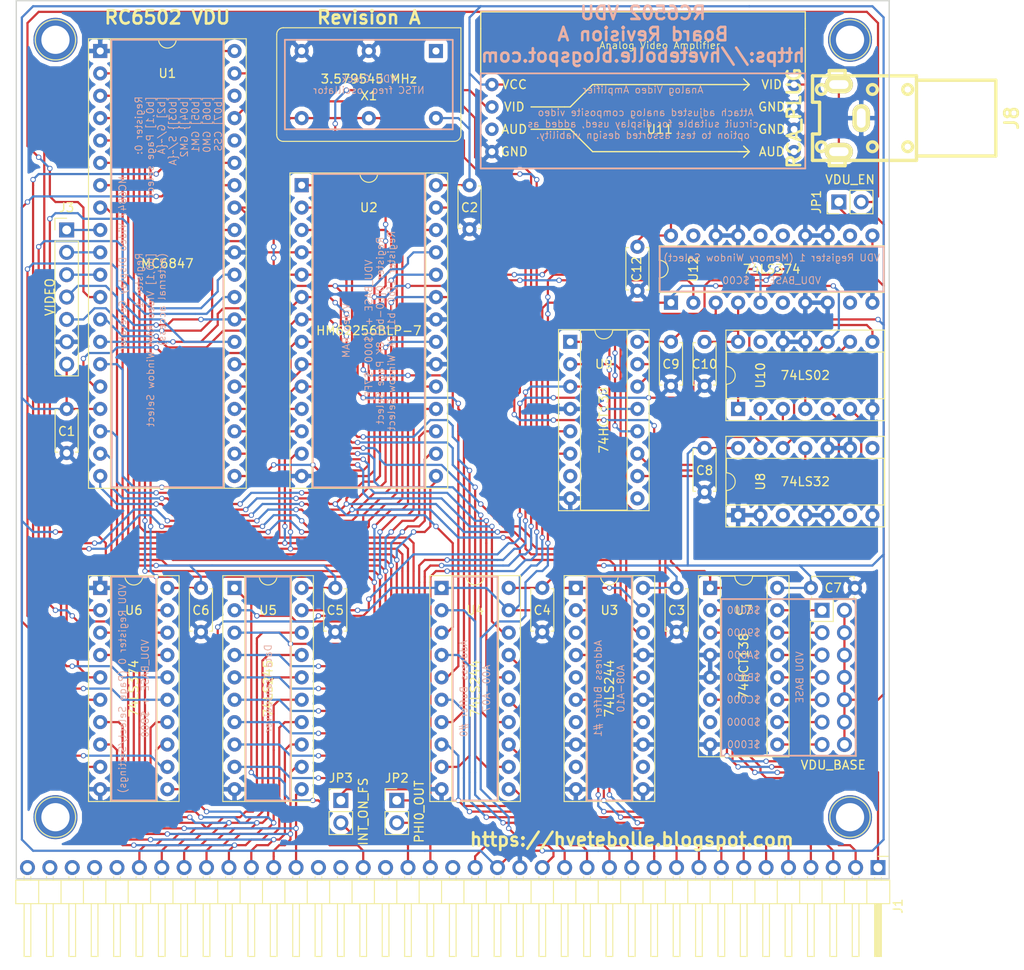
<source format=kicad_pcb>
(kicad_pcb (version 4) (host pcbnew 4.0.7)
  (layers (0 F.Cu signal) (31 B.Cu signal) (34 B.Paste user) (35 F.Paste user) (36 B.SilkS user) (37 F.SilkS user) (38 B.Mask user) (39 F.Mask user) (44 Edge.Cuts user))
  (net 0 "")
  (net 1 VCC)
  (net 2 A15)
  (net 3 A14)
  (net 4 A13)
  (net 5 A12)
  (net 6 A11)
  (net 7 A10)
  (net 8 A9)
  (net 9 A8)
  (net 10 A7)
  (net 11 A6)
  (net 12 A5)
  (net 13 A4)
  (net 14 A3)
  (net 15 A2)
  (net 16 A1)
  (net 17 A0)
  (net 18 PHI2)
  (net 19 PHI0)
  (net 20 "Net-(J1-Pad22)")
  (net 21 R/~W)
  (net 22 D0)
  (net 23 D1)
  (net 24 D2)
  (net 25 D3)
  (net 26 D4)
  (net 27 D5)
  (net 28 D6)
  (net 29 D7)
  (net 30 "Net-(J2-Pad1)")
  (net 31 VDU_BASE)
  (net 32 "Net-(J2-Pad3)")
  (net 33 "Net-(J2-Pad5)")
  (net 34 "Net-(J2-Pad7)")
  (net 35 "Net-(J2-Pad9)")
  (net 36 "Net-(J3-Pad1)")
  (net 37 "Net-(J3-Pad2)")
  (net 38 "Net-(J3-Pad3)")
  (net 39 Y)
  (net 40 VDU_CLK)
  (net 41 "Net-(J8-Pad2)")
  (net 42 ~VDU_DISABLE)
  (net 43 ~FS)
  (net 44 VA12)
  (net 45 VD6)
  (net 46 VA0)
  (net 47 VD0)
  (net 48 VA1)
  (net 49 VD1)
  (net 50 VA2)
  (net 51 VD2)
  (net 52 VA3)
  (net 53 VD3)
  (net 54 VA4)
  (net 55 VD4)
  (net 56 GM2)
  (net 57 VD5)
  (net 58 GM1)
  (net 59 GM0)
  (net 60 VD7)
  (net 61 VA5)
  (net 62 VA6)
  (net 63 S/~A)
  (net 64 VA7)
  (net 65 G/~A)
  (net 66 VA8)
  (net 67 VA9)
  (net 68 VA10)
  (net 69 CSS)
  (net 70 VA11)
  (net 71 VA14)
  (net 72 VA13)
  (net 73 RAM_RW)
  (net 74 ~CS_RAM_EXT)
  (net 75 "Net-(U10-Pad2)")
  (net 76 "Net-(U10-Pad1)")
  (net 77 GND)
  (net 78 ~REG0)
  (net 79 "Net-(U10-Pad6)")
  (net 80 "Net-(U10-Pad5)")
  (net 81 ~REG1)
  (net 82 "Net-(U10-Pad3)")
  (net 83 "Net-(U10-Pad4)")
  (net 84 "Net-(J2-Pad11)")
  (net 85 "Net-(J2-Pad13)")
  (module Capacitors_THT:C_Disc_D4.7mm_W2.5mm_P5.00mm (layer F.Cu) (at 58.42 90.805 270)
    (fp_text reference C1 (at 2.54 0 360) (layer F.SilkS))
    (fp_text value 100nF)
    (pad 1 thru_hole circle (at 0 0 270) (size 1.6 1.6) (drill 0.8) (layers *.Cu *.Mask) (net 1 VCC))
    (pad 2 thru_hole circle (at 5 0 270) (size 1.6 1.6) (drill 0.8) (layers *.Cu *.Mask) (net 77 GND))
  )
  (module Capacitors_THT:C_Disc_D4.7mm_W2.5mm_P5.00mm (layer F.Cu) (at 104.14 65.405 270)
    (fp_text reference C2 (at 2.54 0 360) (layer F.SilkS))
    (fp_text value 100nF)
    (pad 1 thru_hole circle (at 0 0 270) (size 1.6 1.6) (drill 0.8) (layers *.Cu *.Mask) (net 1 VCC))
    (pad 2 thru_hole circle (at 5 0 270) (size 1.6 1.6) (drill 0.8) (layers *.Cu *.Mask) (net 77 GND))
  )
  (module Capacitors_THT:C_Disc_D4.7mm_W2.5mm_P5.00mm (layer F.Cu) (at 127.635 111.125 270)
    (fp_text reference C3 (at 2.54 0 360) (layer F.SilkS))
    (fp_text value 100nF)
    (pad 1 thru_hole circle (at 0 0 270) (size 1.6 1.6) (drill 0.8) (layers *.Cu *.Mask) (net 1 VCC))
    (pad 2 thru_hole circle (at 5 0 270) (size 1.6 1.6) (drill 0.8) (layers *.Cu *.Mask) (net 77 GND))
  )
  (module Capacitors_THT:C_Disc_D4.7mm_W2.5mm_P5.00mm (layer F.Cu) (at 112.395 111.125 270)
    (fp_text reference C4 (at 2.54 0 360) (layer F.SilkS))
    (fp_text value 100nF)
    (pad 1 thru_hole circle (at 0 0 270) (size 1.6 1.6) (drill 0.8) (layers *.Cu *.Mask) (net 1 VCC))
    (pad 2 thru_hole circle (at 5 0 270) (size 1.6 1.6) (drill 0.8) (layers *.Cu *.Mask) (net 77 GND))
  )
  (module Capacitors_THT:C_Disc_D4.7mm_W2.5mm_P5.00mm (layer F.Cu) (at 88.9 111.125 270)
    (fp_text reference C5 (at 2.54 0 360) (layer F.SilkS))
    (fp_text value 100nF)
    (pad 1 thru_hole circle (at 0 0 270) (size 1.6 1.6) (drill 0.8) (layers *.Cu *.Mask) (net 1 VCC))
    (pad 2 thru_hole circle (at 5 0 270) (size 1.6 1.6) (drill 0.8) (layers *.Cu *.Mask) (net 77 GND))
  )
  (module Capacitors_THT:C_Disc_D4.7mm_W2.5mm_P5.00mm (layer F.Cu) (at 73.66 111.125 270)
    (fp_text reference C6 (at 2.54 0 360) (layer F.SilkS))
    (fp_text value 100nF)
    (pad 1 thru_hole circle (at 0 0 270) (size 1.6 1.6) (drill 0.8) (layers *.Cu *.Mask) (net 1 VCC))
    (pad 2 thru_hole circle (at 5 0 270) (size 1.6 1.6) (drill 0.8) (layers *.Cu *.Mask) (net 77 GND))
  )
  (module Capacitors_THT:C_Disc_D4.7mm_W2.5mm_P5.00mm (layer F.Cu) (at 142.875 111.125)
    (fp_text reference C7 (at 2.54 0) (layer F.SilkS))
    (fp_text value 100nF)
    (pad 1 thru_hole circle (at 0 0) (size 1.6 1.6) (drill 0.8) (layers *.Cu *.Mask) (net 1 VCC))
    (pad 2 thru_hole circle (at 5 0) (size 1.6 1.6) (drill 0.8) (layers *.Cu *.Mask) (net 77 GND))
  )
  (module Capacitors_THT:C_Disc_D4.7mm_W2.5mm_P5.00mm (layer F.Cu) (at 130.81 95.25 270)
    (fp_text reference C8 (at 2.54 0 360) (layer F.SilkS))
    (fp_text value 100nF)
    (pad 1 thru_hole circle (at 0 0 270) (size 1.6 1.6) (drill 0.8) (layers *.Cu *.Mask) (net 1 VCC))
    (pad 2 thru_hole circle (at 5 0 270) (size 1.6 1.6) (drill 0.8) (layers *.Cu *.Mask) (net 77 GND))
  )
  (module Capacitors_THT:C_Disc_D4.7mm_W2.5mm_P5.00mm (layer F.Cu) (at 127 83.185 270)
    (fp_text reference C9 (at 2.54 0 360) (layer F.SilkS))
    (fp_text value 100nF)
    (pad 1 thru_hole circle (at 0 0 270) (size 1.6 1.6) (drill 0.8) (layers *.Cu *.Mask) (net 1 VCC))
    (pad 2 thru_hole circle (at 5 0 270) (size 1.6 1.6) (drill 0.8) (layers *.Cu *.Mask) (net 77 GND))
  )
  (module Capacitors_THT:C_Disc_D4.7mm_W2.5mm_P5.00mm (layer F.Cu) (at 130.81 83.185 270)
    (fp_text reference C10 (at 2.54 0 360) (layer F.SilkS))
    (fp_text value 100nF)
    (pad 1 thru_hole circle (at 0 0 270) (size 1.6 1.6) (drill 0.8) (layers *.Cu *.Mask) (net 1 VCC))
    (pad 2 thru_hole circle (at 5 0 270) (size 1.6 1.6) (drill 0.8) (layers *.Cu *.Mask) (net 77 GND))
  )
  (module Pin_Headers:Pin_Header_Angled_1x39_Pitch2.54mm (layer F.Cu) (at 150.495 142.875 270)
    (fp_text reference J1 (at 4.385 -2.27 270) (layer F.SilkS))
    (fp_text value RC6502_Backplane)
    (pad 1 thru_hole rect (at 0 0 270) (size 1.7 1.7) (drill 1) (layers *.Cu *.Mask) (net 2 A15))
    (pad 2 thru_hole oval (at 0 2.54 270) (size 1.7 1.7) (drill 1) (layers *.Cu *.Mask) (net 3 A14))
    (pad 3 thru_hole oval (at 0 5.08 270) (size 1.7 1.7) (drill 1) (layers *.Cu *.Mask) (net 4 A13))
    (pad 4 thru_hole oval (at 0 7.62 270) (size 1.7 1.7) (drill 1) (layers *.Cu *.Mask) (net 5 A12))
    (pad 5 thru_hole oval (at 0 10.16 270) (size 1.7 1.7) (drill 1) (layers *.Cu *.Mask) (net 6 A11))
    (pad 6 thru_hole oval (at 0 12.7 270) (size 1.7 1.7) (drill 1) (layers *.Cu *.Mask) (net 7 A10))
    (pad 7 thru_hole oval (at 0 15.24 270) (size 1.7 1.7) (drill 1) (layers *.Cu *.Mask) (net 8 A9))
    (pad 8 thru_hole oval (at 0 17.78 270) (size 1.7 1.7) (drill 1) (layers *.Cu *.Mask) (net 9 A8))
    (pad 9 thru_hole oval (at 0 20.32 270) (size 1.7 1.7) (drill 1) (layers *.Cu *.Mask) (net 10 A7))
    (pad 10 thru_hole oval (at 0 22.86 270) (size 1.7 1.7) (drill 1) (layers *.Cu *.Mask) (net 11 A6))
    (pad 11 thru_hole oval (at 0 25.4 270) (size 1.7 1.7) (drill 1) (layers *.Cu *.Mask) (net 12 A5))
    (pad 12 thru_hole oval (at 0 27.94 270) (size 1.7 1.7) (drill 1) (layers *.Cu *.Mask) (net 13 A4))
    (pad 13 thru_hole oval (at 0 30.48 270) (size 1.7 1.7) (drill 1) (layers *.Cu *.Mask) (net 14 A3))
    (pad 14 thru_hole oval (at 0 33.02 270) (size 1.7 1.7) (drill 1) (layers *.Cu *.Mask) (net 15 A2))
    (pad 15 thru_hole oval (at 0 35.56 270) (size 1.7 1.7) (drill 1) (layers *.Cu *.Mask) (net 16 A1))
    (pad 16 thru_hole oval (at 0 38.1 270) (size 1.7 1.7) (drill 1) (layers *.Cu *.Mask) (net 17 A0))
    (pad 17 thru_hole oval (at 0 40.64 270) (size 1.7 1.7) (drill 1) (layers *.Cu *.Mask) (net 77 GND))
    (pad 18 thru_hole oval (at 0 43.18 270) (size 1.7 1.7) (drill 1) (layers *.Cu *.Mask) (net 1 VCC))
    (pad 19 thru_hole oval (at 0 45.72 270) (size 1.7 1.7) (drill 1) (layers *.Cu *.Mask) (net 18 PHI2))
    (pad 20 thru_hole oval (at 0 48.26 270) (size 1.7 1.7) (drill 1) (layers *.Cu *.Mask))
    (pad 21 thru_hole oval (at 0 50.8 270) (size 1.7 1.7) (drill 1) (layers *.Cu *.Mask) (net 19 PHI0))
    (pad 22 thru_hole oval (at 0 53.34 270) (size 1.7 1.7) (drill 1) (layers *.Cu *.Mask) (net 20 "Net-(J1-Pad22)"))
    (pad 23 thru_hole oval (at 0 55.88 270) (size 1.7 1.7) (drill 1) (layers *.Cu *.Mask))
    (pad 24 thru_hole oval (at 0 58.42 270) (size 1.7 1.7) (drill 1) (layers *.Cu *.Mask) (net 21 R/~W))
    (pad 25 thru_hole oval (at 0 60.96 270) (size 1.7 1.7) (drill 1) (layers *.Cu *.Mask))
    (pad 26 thru_hole oval (at 0 63.5 270) (size 1.7 1.7) (drill 1) (layers *.Cu *.Mask))
    (pad 27 thru_hole oval (at 0 66.04 270) (size 1.7 1.7) (drill 1) (layers *.Cu *.Mask) (net 22 D0))
    (pad 28 thru_hole oval (at 0 68.58 270) (size 1.7 1.7) (drill 1) (layers *.Cu *.Mask) (net 23 D1))
    (pad 29 thru_hole oval (at 0 71.12 270) (size 1.7 1.7) (drill 1) (layers *.Cu *.Mask) (net 24 D2))
    (pad 30 thru_hole oval (at 0 73.66 270) (size 1.7 1.7) (drill 1) (layers *.Cu *.Mask) (net 25 D3))
    (pad 31 thru_hole oval (at 0 76.2 270) (size 1.7 1.7) (drill 1) (layers *.Cu *.Mask) (net 26 D4))
    (pad 32 thru_hole oval (at 0 78.74 270) (size 1.7 1.7) (drill 1) (layers *.Cu *.Mask) (net 27 D5))
    (pad 33 thru_hole oval (at 0 81.28 270) (size 1.7 1.7) (drill 1) (layers *.Cu *.Mask) (net 28 D6))
    (pad 34 thru_hole oval (at 0 83.82 270) (size 1.7 1.7) (drill 1) (layers *.Cu *.Mask) (net 29 D7))
    (pad 35 thru_hole oval (at 0 86.36 270) (size 1.7 1.7) (drill 1) (layers *.Cu *.Mask))
    (pad 36 thru_hole oval (at 0 88.9 270) (size 1.7 1.7) (drill 1) (layers *.Cu *.Mask))
    (pad 37 thru_hole oval (at 0 91.44 270) (size 1.7 1.7) (drill 1) (layers *.Cu *.Mask))
    (pad 38 thru_hole oval (at 0 93.98 270) (size 1.7 1.7) (drill 1) (layers *.Cu *.Mask))
    (pad 39 thru_hole oval (at 0 96.52 270) (size 1.7 1.7) (drill 1) (layers *.Cu *.Mask))
  )
  (module mounting:Mounting (layer F.Cu) (at 57.15 48.895)
    (fp_text reference J4 hide)
    (fp_text value Hole hide)
    (pad 1 thru_hole circle (at 0 0) (size 5 5) (drill 3.2) (layers *.Cu *.Mask))
  )
  (module mounting:Mounting (layer F.Cu) (at 57.15 137.16)
    (fp_text reference J5 hide)
    (fp_text value Hole hide)
    (pad 1 thru_hole circle (at 0 0) (size 5 5) (drill 3.2) (layers *.Cu *.Mask))
  )
  (module mounting:Mounting (layer F.Cu) (at 147.32 137.16)
    (fp_text reference J6 hide)
    (fp_text value Hole hide)
    (pad 1 thru_hole circle (at 0 0) (size 5 5) (drill 3.2) (layers *.Cu *.Mask))
  )
  (module mounting:Mounting (layer F.Cu) (at 147.32 48.895)
    (fp_text reference J7 hide)
    (fp_text value Hole hide)
    (pad 1 thru_hole circle (at 0 0) (size 5 5) (drill 3.2) (layers *.Cu *.Mask))
  )
  (module rca:rca_yellow (layer F.Cu) (at 149.86 57.785 90)
    (fp_text reference J8 (at 0 15.7988 90) (layer F.SilkS) (effects (font (thickness 0.3048))))
    (fp_text value RCA_PLUG (at 0 -8.89 90) (layer F.SilkS) (effects (font (thickness 0.3048))))
    (pad 2 thru_hole oval (at 3.81 -3.81 90) (size 1.99898 3.19786) (drill oval 0.99568 2.1971) (layers *.Cu *.Mask F.SilkS) (net 41 "Net-(J8-Pad2)"))
    (pad 1 thru_hole oval (at 0 -1.27 90) (size 3.19786 1.99898) (drill oval 2.1971 0.99568) (layers *.Cu *.Mask F.SilkS) (net 77 GND))
    (pad 2 thru_hole oval (at -3.81 -3.81 90) (size 1.99898 3.19786) (drill oval 0.99568 2.1971) (layers *.Cu *.Mask F.SilkS) (net 41 "Net-(J8-Pad2)"))
  )
  (module Pin_Headers:Pin_Header_Straight_1x02_Pitch2.54mm (layer F.Cu) (at 146.05 67.31 90)
    (fp_text reference JP1 (at 0 -2.54 270) (layer F.SilkS))
    (fp_text value VDU_EN (at 2.54 1.27 180) (layer F.SilkS))
    (pad 1 thru_hole rect (at 0 0 90) (size 1.7 1.7) (drill 1) (layers *.Cu *.Mask) (net 31 VDU_BASE))
    (pad 2 thru_hole oval (at 0 2.54 90) (size 1.7 1.7) (drill 1) (layers *.Cu *.Mask) (net 42 ~VDU_DISABLE))
  )
  (module Pin_Headers:Pin_Header_Straight_1x02_Pitch2.54mm (layer F.Cu) (at 95.885 135.255)
    (fp_text reference JP2 (at 0 -2.54 180) (layer F.SilkS))
    (fp_text value PHI0_OUT (at 2.54 1.27 90) (layer F.SilkS))
    (pad 1 thru_hole rect (at 0 0) (size 1.7 1.7) (drill 1) (layers *.Cu *.Mask) (net 40 VDU_CLK))
    (pad 2 thru_hole oval (at 0 2.54) (size 1.7 1.7) (drill 1) (layers *.Cu *.Mask) (net 19 PHI0))
  )
  (module Pin_Headers:Pin_Header_Straight_1x02_Pitch2.54mm (layer F.Cu) (at 89.535 135.255)
    (fp_text reference JP3 (at 0 -2.54 180) (layer F.SilkS))
    (fp_text value INT_ON_FS (at 2.54 1.27 90) (layer F.SilkS))
    (pad 1 thru_hole rect (at 0 0) (size 1.7 1.7) (drill 1) (layers *.Cu *.Mask) (net 43 ~FS))
    (pad 2 thru_hole oval (at 0 2.54) (size 1.7 1.7) (drill 1) (layers *.Cu *.Mask) (net 20 "Net-(J1-Pad22)"))
  )
  (module Housings_DIP:DIP-40_W15.24mm_Socket (layer F.Cu) (at 62.23 50.165)
    (fp_text reference U1 (at 7.62 2.54) (layer F.SilkS))
    (fp_text value MC6847 (at 7.62 24.13) (layer F.SilkS))
    (pad 1 thru_hole rect (at 0 0) (size 1.6 1.6) (drill 0.8) (layers *.Cu *.Mask) (net 77 GND))
    (pad 21 thru_hole oval (at 15.24 48.26) (size 1.6 1.6) (drill 0.8) (layers *.Cu *.Mask) (net 44 VA12))
    (pad 2 thru_hole oval (at 0 2.54) (size 1.6 1.6) (drill 0.8) (layers *.Cu *.Mask) (net 45 VD6))
    (pad 22 thru_hole oval (at 15.24 45.72) (size 1.6 1.6) (drill 0.8) (layers *.Cu *.Mask) (net 46 VA0))
    (pad 3 thru_hole oval (at 0 5.08) (size 1.6 1.6) (drill 0.8) (layers *.Cu *.Mask) (net 47 VD0))
    (pad 23 thru_hole oval (at 15.24 43.18) (size 1.6 1.6) (drill 0.8) (layers *.Cu *.Mask) (net 48 VA1))
    (pad 4 thru_hole oval (at 0 7.62) (size 1.6 1.6) (drill 0.8) (layers *.Cu *.Mask) (net 49 VD1))
    (pad 24 thru_hole oval (at 15.24 40.64) (size 1.6 1.6) (drill 0.8) (layers *.Cu *.Mask) (net 50 VA2))
    (pad 5 thru_hole oval (at 0 10.16) (size 1.6 1.6) (drill 0.8) (layers *.Cu *.Mask) (net 51 VD2))
    (pad 25 thru_hole oval (at 15.24 38.1) (size 1.6 1.6) (drill 0.8) (layers *.Cu *.Mask) (net 52 VA3))
    (pad 6 thru_hole oval (at 0 12.7) (size 1.6 1.6) (drill 0.8) (layers *.Cu *.Mask) (net 53 VD3))
    (pad 26 thru_hole oval (at 15.24 35.56) (size 1.6 1.6) (drill 0.8) (layers *.Cu *.Mask) (net 54 VA4))
    (pad 7 thru_hole oval (at 0 15.24) (size 1.6 1.6) (drill 0.8) (layers *.Cu *.Mask) (net 55 VD4))
    (pad 27 thru_hole oval (at 15.24 33.02) (size 1.6 1.6) (drill 0.8) (layers *.Cu *.Mask) (net 56 GM2))
    (pad 8 thru_hole oval (at 0 17.78) (size 1.6 1.6) (drill 0.8) (layers *.Cu *.Mask) (net 57 VD5))
    (pad 28 thru_hole oval (at 15.24 30.48) (size 1.6 1.6) (drill 0.8) (layers *.Cu *.Mask) (net 39 Y))
    (pad 9 thru_hole oval (at 0 20.32) (size 1.6 1.6) (drill 0.8) (layers *.Cu *.Mask) (net 36 "Net-(J3-Pad1)"))
    (pad 29 thru_hole oval (at 15.24 27.94) (size 1.6 1.6) (drill 0.8) (layers *.Cu *.Mask) (net 58 GM1))
    (pad 10 thru_hole oval (at 0 22.86) (size 1.6 1.6) (drill 0.8) (layers *.Cu *.Mask) (net 37 "Net-(J3-Pad2)"))
    (pad 30 thru_hole oval (at 15.24 25.4) (size 1.6 1.6) (drill 0.8) (layers *.Cu *.Mask) (net 59 GM0))
    (pad 11 thru_hole oval (at 0 25.4) (size 1.6 1.6) (drill 0.8) (layers *.Cu *.Mask) (net 38 "Net-(J3-Pad3)"))
    (pad 31 thru_hole oval (at 15.24 22.86) (size 1.6 1.6) (drill 0.8) (layers *.Cu *.Mask) (net 77 GND))
    (pad 12 thru_hole oval (at 0 27.94) (size 1.6 1.6) (drill 0.8) (layers *.Cu *.Mask) (net 42 ~VDU_DISABLE))
    (pad 32 thru_hole oval (at 15.24 20.32) (size 1.6 1.6) (drill 0.8) (layers *.Cu *.Mask) (net 60 VD7))
    (pad 13 thru_hole oval (at 0 30.48) (size 1.6 1.6) (drill 0.8) (layers *.Cu *.Mask) (net 61 VA5))
    (pad 33 thru_hole oval (at 15.24 17.78) (size 1.6 1.6) (drill 0.8) (layers *.Cu *.Mask) (net 40 VDU_CLK))
    (pad 14 thru_hole oval (at 0 33.02) (size 1.6 1.6) (drill 0.8) (layers *.Cu *.Mask) (net 62 VA6))
    (pad 34 thru_hole oval (at 15.24 15.24) (size 1.6 1.6) (drill 0.8) (layers *.Cu *.Mask) (net 63 S/~A))
    (pad 15 thru_hole oval (at 0 35.56) (size 1.6 1.6) (drill 0.8) (layers *.Cu *.Mask) (net 64 VA7))
    (pad 35 thru_hole oval (at 15.24 12.7) (size 1.6 1.6) (drill 0.8) (layers *.Cu *.Mask) (net 65 G/~A))
    (pad 16 thru_hole oval (at 0 38.1) (size 1.6 1.6) (drill 0.8) (layers *.Cu *.Mask) (net 66 VA8))
    (pad 36 thru_hole oval (at 15.24 10.16) (size 1.6 1.6) (drill 0.8) (layers *.Cu *.Mask))
    (pad 17 thru_hole oval (at 0 40.64) (size 1.6 1.6) (drill 0.8) (layers *.Cu *.Mask) (net 1 VCC))
    (pad 37 thru_hole oval (at 15.24 7.62) (size 1.6 1.6) (drill 0.8) (layers *.Cu *.Mask) (net 43 ~FS))
    (pad 18 thru_hole oval (at 0 43.18) (size 1.6 1.6) (drill 0.8) (layers *.Cu *.Mask) (net 67 VA9))
    (pad 38 thru_hole oval (at 15.24 5.08) (size 1.6 1.6) (drill 0.8) (layers *.Cu *.Mask))
    (pad 19 thru_hole oval (at 0 45.72) (size 1.6 1.6) (drill 0.8) (layers *.Cu *.Mask) (net 68 VA10))
    (pad 39 thru_hole oval (at 15.24 2.54) (size 1.6 1.6) (drill 0.8) (layers *.Cu *.Mask) (net 69 CSS))
    (pad 20 thru_hole oval (at 0 48.26) (size 1.6 1.6) (drill 0.8) (layers *.Cu *.Mask) (net 70 VA11))
    (pad 40 thru_hole oval (at 15.24 0) (size 1.6 1.6) (drill 0.8) (layers *.Cu *.Mask) (net 60 VD7))
  )
  (module Housings_DIP:DIP-28_W15.24mm_Socket (layer F.Cu) (at 85.09 65.405)
    (fp_text reference U2 (at 7.62 2.54) (layer F.SilkS))
    (fp_text value HM62256BLP-7 (at 7.62 16.51) (layer F.SilkS))
    (pad 1 thru_hole rect (at 0 0) (size 1.6 1.6) (drill 0.8) (layers *.Cu *.Mask) (net 71 VA14))
    (pad 15 thru_hole oval (at 15.24 33.02) (size 1.6 1.6) (drill 0.8) (layers *.Cu *.Mask) (net 53 VD3))
    (pad 2 thru_hole oval (at 0 2.54) (size 1.6 1.6) (drill 0.8) (layers *.Cu *.Mask) (net 44 VA12))
    (pad 16 thru_hole oval (at 15.24 30.48) (size 1.6 1.6) (drill 0.8) (layers *.Cu *.Mask) (net 55 VD4))
    (pad 3 thru_hole oval (at 0 5.08) (size 1.6 1.6) (drill 0.8) (layers *.Cu *.Mask) (net 64 VA7))
    (pad 17 thru_hole oval (at 15.24 27.94) (size 1.6 1.6) (drill 0.8) (layers *.Cu *.Mask) (net 57 VD5))
    (pad 4 thru_hole oval (at 0 7.62) (size 1.6 1.6) (drill 0.8) (layers *.Cu *.Mask) (net 62 VA6))
    (pad 18 thru_hole oval (at 15.24 25.4) (size 1.6 1.6) (drill 0.8) (layers *.Cu *.Mask) (net 45 VD6))
    (pad 5 thru_hole oval (at 0 10.16) (size 1.6 1.6) (drill 0.8) (layers *.Cu *.Mask) (net 61 VA5))
    (pad 19 thru_hole oval (at 15.24 22.86) (size 1.6 1.6) (drill 0.8) (layers *.Cu *.Mask) (net 60 VD7))
    (pad 6 thru_hole oval (at 0 12.7) (size 1.6 1.6) (drill 0.8) (layers *.Cu *.Mask) (net 54 VA4))
    (pad 20 thru_hole oval (at 15.24 20.32) (size 1.6 1.6) (drill 0.8) (layers *.Cu *.Mask) (net 77 GND))
    (pad 7 thru_hole oval (at 0 15.24) (size 1.6 1.6) (drill 0.8) (layers *.Cu *.Mask) (net 52 VA3))
    (pad 21 thru_hole oval (at 15.24 17.78) (size 1.6 1.6) (drill 0.8) (layers *.Cu *.Mask) (net 68 VA10))
    (pad 8 thru_hole oval (at 0 17.78) (size 1.6 1.6) (drill 0.8) (layers *.Cu *.Mask) (net 50 VA2))
    (pad 22 thru_hole oval (at 15.24 15.24) (size 1.6 1.6) (drill 0.8) (layers *.Cu *.Mask) (net 77 GND))
    (pad 9 thru_hole oval (at 0 20.32) (size 1.6 1.6) (drill 0.8) (layers *.Cu *.Mask) (net 48 VA1))
    (pad 23 thru_hole oval (at 15.24 12.7) (size 1.6 1.6) (drill 0.8) (layers *.Cu *.Mask) (net 70 VA11))
    (pad 10 thru_hole oval (at 0 22.86) (size 1.6 1.6) (drill 0.8) (layers *.Cu *.Mask) (net 46 VA0))
    (pad 24 thru_hole oval (at 15.24 10.16) (size 1.6 1.6) (drill 0.8) (layers *.Cu *.Mask) (net 67 VA9))
    (pad 11 thru_hole oval (at 0 25.4) (size 1.6 1.6) (drill 0.8) (layers *.Cu *.Mask) (net 47 VD0))
    (pad 25 thru_hole oval (at 15.24 7.62) (size 1.6 1.6) (drill 0.8) (layers *.Cu *.Mask) (net 66 VA8))
    (pad 12 thru_hole oval (at 0 27.94) (size 1.6 1.6) (drill 0.8) (layers *.Cu *.Mask) (net 49 VD1))
    (pad 26 thru_hole oval (at 15.24 5.08) (size 1.6 1.6) (drill 0.8) (layers *.Cu *.Mask) (net 72 VA13))
    (pad 13 thru_hole oval (at 0 30.48) (size 1.6 1.6) (drill 0.8) (layers *.Cu *.Mask) (net 51 VD2))
    (pad 27 thru_hole oval (at 15.24 2.54) (size 1.6 1.6) (drill 0.8) (layers *.Cu *.Mask) (net 73 RAM_RW))
    (pad 14 thru_hole oval (at 0 33.02) (size 1.6 1.6) (drill 0.8) (layers *.Cu *.Mask) (net 77 GND))
    (pad 28 thru_hole oval (at 15.24 0) (size 1.6 1.6) (drill 0.8) (layers *.Cu *.Mask) (net 1 VCC))
  )
  (module Housings_DIP:DIP-16_W7.62mm_Socket (layer F.Cu) (at 131.445 111.125)
    (fp_text reference U7 (at 3.81 2.54) (layer F.SilkS))
    (fp_text value 74HCT138 (at 3.81 8.89 90) (layer F.SilkS))
    (pad 1 thru_hole rect (at 0 0) (size 1.6 1.6) (drill 0.8) (layers *.Cu *.Mask) (net 5 A12))
    (pad 9 thru_hole oval (at 7.62 17.78) (size 1.6 1.6) (drill 0.8) (layers *.Cu *.Mask) (net 85 "Net-(J2-Pad13)"))
    (pad 2 thru_hole oval (at 0 2.54) (size 1.6 1.6) (drill 0.8) (layers *.Cu *.Mask) (net 4 A13))
    (pad 10 thru_hole oval (at 7.62 15.24) (size 1.6 1.6) (drill 0.8) (layers *.Cu *.Mask) (net 84 "Net-(J2-Pad11)"))
    (pad 3 thru_hole oval (at 0 5.08) (size 1.6 1.6) (drill 0.8) (layers *.Cu *.Mask) (net 3 A14))
    (pad 11 thru_hole oval (at 7.62 12.7) (size 1.6 1.6) (drill 0.8) (layers *.Cu *.Mask) (net 35 "Net-(J2-Pad9)"))
    (pad 4 thru_hole oval (at 0 7.62) (size 1.6 1.6) (drill 0.8) (layers *.Cu *.Mask) (net 77 GND))
    (pad 12 thru_hole oval (at 7.62 10.16) (size 1.6 1.6) (drill 0.8) (layers *.Cu *.Mask) (net 34 "Net-(J2-Pad7)"))
    (pad 5 thru_hole oval (at 0 10.16) (size 1.6 1.6) (drill 0.8) (layers *.Cu *.Mask) (net 77 GND))
    (pad 13 thru_hole oval (at 7.62 7.62) (size 1.6 1.6) (drill 0.8) (layers *.Cu *.Mask) (net 33 "Net-(J2-Pad5)"))
    (pad 6 thru_hole oval (at 0 12.7) (size 1.6 1.6) (drill 0.8) (layers *.Cu *.Mask) (net 2 A15))
    (pad 14 thru_hole oval (at 7.62 5.08) (size 1.6 1.6) (drill 0.8) (layers *.Cu *.Mask) (net 32 "Net-(J2-Pad3)"))
    (pad 7 thru_hole oval (at 0 15.24) (size 1.6 1.6) (drill 0.8) (layers *.Cu *.Mask))
    (pad 15 thru_hole oval (at 7.62 2.54) (size 1.6 1.6) (drill 0.8) (layers *.Cu *.Mask) (net 30 "Net-(J2-Pad1)"))
    (pad 8 thru_hole oval (at 0 17.78) (size 1.6 1.6) (drill 0.8) (layers *.Cu *.Mask) (net 77 GND))
    (pad 16 thru_hole oval (at 7.62 0) (size 1.6 1.6) (drill 0.8) (layers *.Cu *.Mask) (net 1 VCC))
  )
  (module Pin_Headers:Pin_Header_Straight_1x07_Pitch2.54mm (layer F.Cu) (at 58.42 70.485)
    (fp_text reference J3 (at 0 -2.54) (layer F.SilkS))
    (fp_text value VIDEO (at -1.905 7.62 90) (layer F.SilkS))
    (pad 1 thru_hole rect (at 0 0) (size 1.7 1.7) (drill 1) (layers *.Cu *.Mask) (net 36 "Net-(J3-Pad1)"))
    (pad 2 thru_hole oval (at 0 2.54) (size 1.7 1.7) (drill 1) (layers *.Cu *.Mask) (net 37 "Net-(J3-Pad2)"))
    (pad 3 thru_hole oval (at 0 5.08) (size 1.7 1.7) (drill 1) (layers *.Cu *.Mask) (net 38 "Net-(J3-Pad3)"))
    (pad 4 thru_hole oval (at 0 7.62) (size 1.7 1.7) (drill 1) (layers *.Cu *.Mask) (net 39 Y))
    (pad 5 thru_hole oval (at 0 10.16) (size 1.7 1.7) (drill 1) (layers *.Cu *.Mask) (net 40 VDU_CLK))
    (pad 6 thru_hole oval (at 0 12.7) (size 1.7 1.7) (drill 1) (layers *.Cu *.Mask) (net 77 GND))
    (pad 7 thru_hole oval (at 0 15.24) (size 1.7 1.7) (drill 1) (layers *.Cu *.Mask) (net 1 VCC))
  )
  (module Capacitors_THT:C_Disc_D4.7mm_W2.5mm_P5.00mm (layer F.Cu) (at 123.19 72.39 270)
    (fp_text reference C12 (at 2.54 0.084999 270) (layer F.SilkS))
    (fp_text value 100nF)
    (pad 1 thru_hole circle (at 0 0 270) (size 1.6 1.6) (drill 0.8) (layers *.Cu *.Mask) (net 1 VCC))
    (pad 2 thru_hole circle (at 5 0 270) (size 1.6 1.6) (drill 0.8) (layers *.Cu *.Mask) (net 77 GND))
  )
  (module Housings_DIP:DIP-14_W7.62mm_Socket (layer F.Cu) (at 134.62 102.87 90)
    (fp_text reference U8 (at 3.81 2.54 90) (layer F.SilkS))
    (fp_text value 74LS32 (at 3.81 7.62 180) (layer F.SilkS))
    (pad 1 thru_hole rect (at 0 0 90) (size 1.6 1.6) (drill 0.8) (layers *.Cu *.Mask) (net 77 GND))
    (pad 8 thru_hole oval (at 7.62 15.24 90) (size 1.6 1.6) (drill 0.8) (layers *.Cu *.Mask))
    (pad 2 thru_hole oval (at 0 2.54 90) (size 1.6 1.6) (drill 0.8) (layers *.Cu *.Mask) (net 77 GND))
    (pad 9 thru_hole oval (at 7.62 12.7 90) (size 1.6 1.6) (drill 0.8) (layers *.Cu *.Mask) (net 77 GND))
    (pad 3 thru_hole oval (at 0 5.08 90) (size 1.6 1.6) (drill 0.8) (layers *.Cu *.Mask))
    (pad 10 thru_hole oval (at 7.62 10.16 90) (size 1.6 1.6) (drill 0.8) (layers *.Cu *.Mask) (net 77 GND))
    (pad 4 thru_hole oval (at 0 7.62 90) (size 1.6 1.6) (drill 0.8) (layers *.Cu *.Mask) (net 77 GND))
    (pad 11 thru_hole oval (at 7.62 7.62 90) (size 1.6 1.6) (drill 0.8) (layers *.Cu *.Mask) (net 73 RAM_RW))
    (pad 5 thru_hole oval (at 0 10.16 90) (size 1.6 1.6) (drill 0.8) (layers *.Cu *.Mask) (net 77 GND))
    (pad 12 thru_hole oval (at 7.62 5.08 90) (size 1.6 1.6) (drill 0.8) (layers *.Cu *.Mask) (net 74 ~CS_RAM_EXT))
    (pad 6 thru_hole oval (at 0 12.7 90) (size 1.6 1.6) (drill 0.8) (layers *.Cu *.Mask))
    (pad 13 thru_hole oval (at 7.62 2.54 90) (size 1.6 1.6) (drill 0.8) (layers *.Cu *.Mask) (net 21 R/~W))
    (pad 7 thru_hole oval (at 0 15.24 90) (size 1.6 1.6) (drill 0.8) (layers *.Cu *.Mask) (net 77 GND))
    (pad 14 thru_hole oval (at 7.62 0 90) (size 1.6 1.6) (drill 0.8) (layers *.Cu *.Mask) (net 1 VCC))
  )
  (module Housings_DIP:DIP-16_W7.62mm_Socket (layer F.Cu) (at 115.57 83.185)
    (fp_text reference U9 (at 3.81 2.54) (layer F.SilkS))
    (fp_text value 74HCT138 (at 3.81 8.89 90) (layer F.SilkS))
    (pad 1 thru_hole rect (at 0 0) (size 1.6 1.6) (drill 0.8) (layers *.Cu *.Mask) (net 7 A10))
    (pad 9 thru_hole oval (at 7.62 17.78) (size 1.6 1.6) (drill 0.8) (layers *.Cu *.Mask))
    (pad 2 thru_hole oval (at 0 2.54) (size 1.6 1.6) (drill 0.8) (layers *.Cu *.Mask) (net 6 A11))
    (pad 10 thru_hole oval (at 7.62 15.24) (size 1.6 1.6) (drill 0.8) (layers *.Cu *.Mask) (net 79 "Net-(U10-Pad6)"))
    (pad 3 thru_hole oval (at 0 5.08) (size 1.6 1.6) (drill 0.8) (layers *.Cu *.Mask) (net 21 R/~W))
    (pad 11 thru_hole oval (at 7.62 12.7) (size 1.6 1.6) (drill 0.8) (layers *.Cu *.Mask) (net 80 "Net-(U10-Pad5)"))
    (pad 4 thru_hole oval (at 0 7.62) (size 1.6 1.6) (drill 0.8) (layers *.Cu *.Mask) (net 77 GND))
    (pad 12 thru_hole oval (at 7.62 10.16) (size 1.6 1.6) (drill 0.8) (layers *.Cu *.Mask) (net 81 ~REG1))
    (pad 5 thru_hole oval (at 0 10.16) (size 1.6 1.6) (drill 0.8) (layers *.Cu *.Mask) (net 31 VDU_BASE))
    (pad 13 thru_hole oval (at 7.62 7.62) (size 1.6 1.6) (drill 0.8) (layers *.Cu *.Mask) (net 78 ~REG0))
    (pad 6 thru_hole oval (at 0 12.7) (size 1.6 1.6) (drill 0.8) (layers *.Cu *.Mask) (net 18 PHI2))
    (pad 14 thru_hole oval (at 7.62 5.08) (size 1.6 1.6) (drill 0.8) (layers *.Cu *.Mask) (net 82 "Net-(U10-Pad3)"))
    (pad 7 thru_hole oval (at 0 15.24) (size 1.6 1.6) (drill 0.8) (layers *.Cu *.Mask))
    (pad 15 thru_hole oval (at 7.62 2.54) (size 1.6 1.6) (drill 0.8) (layers *.Cu *.Mask) (net 75 "Net-(U10-Pad2)"))
    (pad 8 thru_hole oval (at 0 17.78) (size 1.6 1.6) (drill 0.8) (layers *.Cu *.Mask) (net 77 GND))
    (pad 16 thru_hole oval (at 7.62 0) (size 1.6 1.6) (drill 0.8) (layers *.Cu *.Mask) (net 1 VCC))
  )
  (module Housings_DIP:DIP-14_W7.62mm_Socket (layer F.Cu) (at 134.62 90.805 90)
    (fp_text reference U10 (at 3.81 2.54 90) (layer F.SilkS))
    (fp_text value 74LS02 (at 3.81 7.62 180) (layer F.SilkS))
    (pad 1 thru_hole rect (at 0 0 90) (size 1.6 1.6) (drill 0.8) (layers *.Cu *.Mask) (net 76 "Net-(U10-Pad1)"))
    (pad 8 thru_hole oval (at 7.62 15.24 90) (size 1.6 1.6) (drill 0.8) (layers *.Cu *.Mask) (net 76 "Net-(U10-Pad1)"))
    (pad 2 thru_hole oval (at 0 2.54 90) (size 1.6 1.6) (drill 0.8) (layers *.Cu *.Mask) (net 75 "Net-(U10-Pad2)"))
    (pad 9 thru_hole oval (at 7.62 12.7 90) (size 1.6 1.6) (drill 0.8) (layers *.Cu *.Mask) (net 83 "Net-(U10-Pad4)"))
    (pad 3 thru_hole oval (at 0 5.08 90) (size 1.6 1.6) (drill 0.8) (layers *.Cu *.Mask) (net 82 "Net-(U10-Pad3)"))
    (pad 10 thru_hole oval (at 7.62 10.16 90) (size 1.6 1.6) (drill 0.8) (layers *.Cu *.Mask) (net 74 ~CS_RAM_EXT))
    (pad 4 thru_hole oval (at 0 7.62 90) (size 1.6 1.6) (drill 0.8) (layers *.Cu *.Mask) (net 83 "Net-(U10-Pad4)"))
    (pad 11 thru_hole oval (at 7.62 7.62 90) (size 1.6 1.6) (drill 0.8) (layers *.Cu *.Mask) (net 77 GND))
    (pad 5 thru_hole oval (at 0 10.16 90) (size 1.6 1.6) (drill 0.8) (layers *.Cu *.Mask) (net 80 "Net-(U10-Pad5)"))
    (pad 12 thru_hole oval (at 7.62 5.08 90) (size 1.6 1.6) (drill 0.8) (layers *.Cu *.Mask) (net 77 GND))
    (pad 6 thru_hole oval (at 0 12.7 90) (size 1.6 1.6) (drill 0.8) (layers *.Cu *.Mask) (net 79 "Net-(U10-Pad6)"))
    (pad 13 thru_hole oval (at 7.62 2.54 90) (size 1.6 1.6) (drill 0.8) (layers *.Cu *.Mask))
    (pad 7 thru_hole oval (at 0 15.24 90) (size 1.6 1.6) (drill 0.8) (layers *.Cu *.Mask) (net 77 GND))
    (pad 14 thru_hole oval (at 7.62 0 90) (size 1.6 1.6) (drill 0.8) (layers *.Cu *.Mask) (net 1 VCC))
  )
  (module Housings_DIP:DIP-20_W7.62mm (layer F.Cu) (at 127 78.74 90)
    (fp_text reference U12 (at 3.81 2.54 90) (layer F.SilkS))
    (fp_text value 74LS374 (at 3.81 11.43 180) (layer F.SilkS))
    (pad 1 thru_hole rect (at 0 0 90) (size 1.6 1.6) (drill 0.8) (layers *.Cu *.Mask) (net 74 ~CS_RAM_EXT))
    (pad 11 thru_hole oval (at 7.62 22.86 90) (size 1.6 1.6) (drill 0.8) (layers *.Cu *.Mask) (net 81 ~REG1))
    (pad 2 thru_hole oval (at 0 2.54 90) (size 1.6 1.6) (drill 0.8) (layers *.Cu *.Mask) (net 70 VA11))
    (pad 12 thru_hole oval (at 7.62 20.32 90) (size 1.6 1.6) (drill 0.8) (layers *.Cu *.Mask))
    (pad 3 thru_hole oval (at 0 5.08 90) (size 1.6 1.6) (drill 0.8) (layers *.Cu *.Mask) (net 6 A11))
    (pad 13 thru_hole oval (at 7.62 17.78 90) (size 1.6 1.6) (drill 0.8) (layers *.Cu *.Mask) (net 77 GND))
    (pad 4 thru_hole oval (at 0 7.62 90) (size 1.6 1.6) (drill 0.8) (layers *.Cu *.Mask) (net 5 A12))
    (pad 14 thru_hole oval (at 7.62 15.24 90) (size 1.6 1.6) (drill 0.8) (layers *.Cu *.Mask) (net 77 GND))
    (pad 5 thru_hole oval (at 0 10.16 90) (size 1.6 1.6) (drill 0.8) (layers *.Cu *.Mask) (net 44 VA12))
    (pad 15 thru_hole oval (at 7.62 12.7 90) (size 1.6 1.6) (drill 0.8) (layers *.Cu *.Mask))
    (pad 6 thru_hole oval (at 0 12.7 90) (size 1.6 1.6) (drill 0.8) (layers *.Cu *.Mask))
    (pad 16 thru_hole oval (at 7.62 10.16 90) (size 1.6 1.6) (drill 0.8) (layers *.Cu *.Mask))
    (pad 7 thru_hole oval (at 0 15.24 90) (size 1.6 1.6) (drill 0.8) (layers *.Cu *.Mask) (net 77 GND))
    (pad 17 thru_hole oval (at 7.62 7.62 90) (size 1.6 1.6) (drill 0.8) (layers *.Cu *.Mask) (net 77 GND))
    (pad 8 thru_hole oval (at 0 17.78 90) (size 1.6 1.6) (drill 0.8) (layers *.Cu *.Mask) (net 77 GND))
    (pad 18 thru_hole oval (at 7.62 5.08 90) (size 1.6 1.6) (drill 0.8) (layers *.Cu *.Mask) (net 77 GND))
    (pad 9 thru_hole oval (at 0 20.32 90) (size 1.6 1.6) (drill 0.8) (layers *.Cu *.Mask))
    (pad 19 thru_hole oval (at 7.62 2.54 90) (size 1.6 1.6) (drill 0.8) (layers *.Cu *.Mask))
    (pad 10 thru_hole oval (at 0 22.86 90) (size 1.6 1.6) (drill 0.8) (layers *.Cu *.Mask) (net 77 GND))
    (pad 20 thru_hole oval (at 7.62 0 90) (size 1.6 1.6) (drill 0.8) (layers *.Cu *.Mask) (net 1 VCC))
  )
  (module Oscillator:Oscillator_DIP-14 (layer F.Cu) (at 100.33 50.165 180)
    (fp_text reference X1 (at 7.62 -5.08 180) (layer F.SilkS))
    (fp_text value "3.579545 MHz" (at 7.62 -3.175 180) (layer F.SilkS))
    (pad 7 thru_hole circle (at 7.62 0 180) (size 1.6 1.6) (drill 0.8) (layers *.Cu *.Mask) (net 77 GND))
    (pad 8 thru_hole circle (at 7.62 -7.62 180) (size 1.6 1.6) (drill 0.8) (layers *.Cu *.Mask) (net 40 VDU_CLK))
    (pad 1 thru_hole rect (at 0 0 180) (size 1.6 1.6) (drill 0.8) (layers *.Cu *.Mask))
    (pad 14 thru_hole circle (at 0 -7.62 180) (size 1.6 1.6) (drill 0.8) (layers *.Cu *.Mask) (net 1 VCC))
    (pad 8 thru_hole circle (at 15.24 -7.62 180) (size 1.6 1.6) (drill 0.8) (layers *.Cu *.Mask) (net 40 VDU_CLK))
    (pad 7 thru_hole circle (at 15.24 0 180) (size 1.6 1.6) (drill 0.8) (layers *.Cu *.Mask) (net 77 GND))
  )
  (module vdu_amplifier:Amplifier (layer F.Cu) (at 125.73 57.785)
    (fp_text reference U11 (at 0 1.27) (layer F.SilkS))
    (fp_text value VDU_Port)
    (fp_text user GND (at 12.7 -1.27) (layer F.SilkS))
    (fp_text user GND (at 12.7 1.27) (layer F.SilkS))
    (fp_text user AUD (at 12.7 3.81) (layer F.SilkS))
    (fp_text user VID (at 12.7 -3.81) (layer F.SilkS))
    (fp_text user AUD (at -16.51 1.27) (layer F.SilkS))
    (fp_text user VID (at -16.51 -1.27) (layer F.SilkS))
    (fp_text user GND (at -16.51 3.81) (layer F.SilkS))
    (fp_text user VCC (at -16.51 -3.81) (layer F.SilkS))
    (pad 1 thru_hole circle (at -19.05 -3.81) (size 1.524 1.524) (drill 0.762) (layers *.Cu *.Mask) (net 1 VCC))
    (pad 2 thru_hole circle (at -19.05 -1.27) (size 1.524 1.524) (drill 0.762) (layers *.Cu *.Mask) (net 39 Y))
    (pad 4 thru_hole circle (at -19.05 1.27) (size 1.524 1.524) (drill 0.762) (layers *.Cu *.Mask))
    (pad 6 thru_hole circle (at -19.05 3.81) (size 1.524 1.524) (drill 0.762) (layers *.Cu *.Mask) (net 77 GND))
    (pad 3 thru_hole circle (at 15.24 -3.81) (size 1.524 1.524) (drill 0.762) (layers *.Cu *.Mask) (net 41 "Net-(J8-Pad2)"))
    (pad 6 thru_hole circle (at 15.24 -1.27) (size 1.524 1.524) (drill 0.762) (layers *.Cu *.Mask) (net 77 GND))
    (pad 6 thru_hole circle (at 15.24 1.27) (size 1.524 1.524) (drill 0.762) (layers *.Cu *.Mask) (net 77 GND))
    (pad 5 thru_hole circle (at 15.24 3.81) (size 1.524 1.524) (drill 0.762) (layers *.Cu *.Mask))
  )
  (module Pin_Headers:Pin_Header_Straight_2x07_Pitch2.54mm (layer F.Cu) (at 144.145 113.665)
    (fp_text reference J2)
    (fp_text value VDU_BASE (at 1.27 17.57) (layer F.SilkS))
    (pad 1 thru_hole rect (at 0 0) (size 1.7 1.7) (drill 1) (layers *.Cu *.Mask) (net 30 "Net-(J2-Pad1)"))
    (pad 2 thru_hole oval (at 2.54 0) (size 1.7 1.7) (drill 1) (layers *.Cu *.Mask) (net 31 VDU_BASE))
    (pad 3 thru_hole oval (at 0 2.54) (size 1.7 1.7) (drill 1) (layers *.Cu *.Mask) (net 32 "Net-(J2-Pad3)"))
    (pad 4 thru_hole oval (at 2.54 2.54) (size 1.7 1.7) (drill 1) (layers *.Cu *.Mask) (net 31 VDU_BASE))
    (pad 5 thru_hole oval (at 0 5.08) (size 1.7 1.7) (drill 1) (layers *.Cu *.Mask) (net 33 "Net-(J2-Pad5)"))
    (pad 6 thru_hole oval (at 2.54 5.08) (size 1.7 1.7) (drill 1) (layers *.Cu *.Mask) (net 31 VDU_BASE))
    (pad 7 thru_hole oval (at 0 7.62) (size 1.7 1.7) (drill 1) (layers *.Cu *.Mask) (net 34 "Net-(J2-Pad7)"))
    (pad 8 thru_hole oval (at 2.54 7.62) (size 1.7 1.7) (drill 1) (layers *.Cu *.Mask) (net 31 VDU_BASE))
    (pad 9 thru_hole oval (at 0 10.16) (size 1.7 1.7) (drill 1) (layers *.Cu *.Mask) (net 35 "Net-(J2-Pad9)"))
    (pad 10 thru_hole oval (at 2.54 10.16) (size 1.7 1.7) (drill 1) (layers *.Cu *.Mask) (net 31 VDU_BASE))
    (pad 11 thru_hole oval (at 0 12.7) (size 1.7 1.7) (drill 1) (layers *.Cu *.Mask) (net 84 "Net-(J2-Pad11)"))
    (pad 12 thru_hole oval (at 2.54 12.7) (size 1.7 1.7) (drill 1) (layers *.Cu *.Mask) (net 31 VDU_BASE))
    (pad 13 thru_hole oval (at 0 15.24) (size 1.7 1.7) (drill 1) (layers *.Cu *.Mask) (net 85 "Net-(J2-Pad13)"))
    (pad 14 thru_hole oval (at 2.54 15.24) (size 1.7 1.7) (drill 1) (layers *.Cu *.Mask) (net 31 VDU_BASE))
  )
  (module Housings_DIP:DIP-20_W7.62mm_Socket (layer F.Cu) (at 116.205 111.125)
    (fp_text reference U3 (at 3.81 2.54) (layer F.SilkS))
    (fp_text value 74LS244 (at 3.81 11.43 90) (layer F.SilkS))
    (pad 1 thru_hole rect (at 0 0) (size 1.6 1.6) (drill 0.8) (layers *.Cu *.Mask) (net 74 ~CS_RAM_EXT))
    (pad 11 thru_hole oval (at 7.62 22.86) (size 1.6 1.6) (drill 0.8) (layers *.Cu *.Mask) (net 77 GND))
    (pad 2 thru_hole oval (at 0 2.54) (size 1.6 1.6) (drill 0.8) (layers *.Cu *.Mask) (net 9 A8))
    (pad 12 thru_hole oval (at 7.62 20.32) (size 1.6 1.6) (drill 0.8) (layers *.Cu *.Mask))
    (pad 3 thru_hole oval (at 0 5.08) (size 1.6 1.6) (drill 0.8) (layers *.Cu *.Mask))
    (pad 13 thru_hole oval (at 7.62 17.78) (size 1.6 1.6) (drill 0.8) (layers *.Cu *.Mask) (net 77 GND))
    (pad 4 thru_hole oval (at 0 7.62) (size 1.6 1.6) (drill 0.8) (layers *.Cu *.Mask) (net 8 A9))
    (pad 14 thru_hole oval (at 7.62 15.24) (size 1.6 1.6) (drill 0.8) (layers *.Cu *.Mask) (net 68 VA10))
    (pad 5 thru_hole oval (at 0 10.16) (size 1.6 1.6) (drill 0.8) (layers *.Cu *.Mask))
    (pad 15 thru_hole oval (at 7.62 12.7) (size 1.6 1.6) (drill 0.8) (layers *.Cu *.Mask) (net 77 GND))
    (pad 6 thru_hole oval (at 0 12.7) (size 1.6 1.6) (drill 0.8) (layers *.Cu *.Mask) (net 7 A10))
    (pad 16 thru_hole oval (at 7.62 10.16) (size 1.6 1.6) (drill 0.8) (layers *.Cu *.Mask) (net 67 VA9))
    (pad 7 thru_hole oval (at 0 15.24) (size 1.6 1.6) (drill 0.8) (layers *.Cu *.Mask))
    (pad 17 thru_hole oval (at 7.62 7.62) (size 1.6 1.6) (drill 0.8) (layers *.Cu *.Mask) (net 77 GND))
    (pad 8 thru_hole oval (at 0 17.78) (size 1.6 1.6) (drill 0.8) (layers *.Cu *.Mask) (net 77 GND))
    (pad 18 thru_hole oval (at 7.62 5.08) (size 1.6 1.6) (drill 0.8) (layers *.Cu *.Mask) (net 66 VA8))
    (pad 9 thru_hole oval (at 0 20.32) (size 1.6 1.6) (drill 0.8) (layers *.Cu *.Mask))
    (pad 19 thru_hole oval (at 7.62 2.54) (size 1.6 1.6) (drill 0.8) (layers *.Cu *.Mask) (net 74 ~CS_RAM_EXT))
    (pad 10 thru_hole oval (at 0 22.86) (size 1.6 1.6) (drill 0.8) (layers *.Cu *.Mask) (net 77 GND))
    (pad 20 thru_hole oval (at 7.62 0) (size 1.6 1.6) (drill 0.8) (layers *.Cu *.Mask) (net 1 VCC))
  )
  (module Housings_DIP:DIP-20_W7.62mm_Socket (layer F.Cu) (at 100.965 111.125)
    (fp_text reference U4 (at 3.81 2.54) (layer F.SilkS))
    (fp_text value 74LS244 (at 3.81 11.43 90) (layer F.SilkS))
    (pad 1 thru_hole rect (at 0 0) (size 1.6 1.6) (drill 0.8) (layers *.Cu *.Mask) (net 74 ~CS_RAM_EXT))
    (pad 11 thru_hole oval (at 7.62 22.86) (size 1.6 1.6) (drill 0.8) (layers *.Cu *.Mask) (net 13 A4))
    (pad 2 thru_hole oval (at 0 2.54) (size 1.6 1.6) (drill 0.8) (layers *.Cu *.Mask) (net 17 A0))
    (pad 12 thru_hole oval (at 7.62 20.32) (size 1.6 1.6) (drill 0.8) (layers *.Cu *.Mask) (net 52 VA3))
    (pad 3 thru_hole oval (at 0 5.08) (size 1.6 1.6) (drill 0.8) (layers *.Cu *.Mask) (net 64 VA7))
    (pad 13 thru_hole oval (at 7.62 17.78) (size 1.6 1.6) (drill 0.8) (layers *.Cu *.Mask) (net 12 A5))
    (pad 4 thru_hole oval (at 0 7.62) (size 1.6 1.6) (drill 0.8) (layers *.Cu *.Mask) (net 16 A1))
    (pad 14 thru_hole oval (at 7.62 15.24) (size 1.6 1.6) (drill 0.8) (layers *.Cu *.Mask) (net 50 VA2))
    (pad 5 thru_hole oval (at 0 10.16) (size 1.6 1.6) (drill 0.8) (layers *.Cu *.Mask) (net 62 VA6))
    (pad 15 thru_hole oval (at 7.62 12.7) (size 1.6 1.6) (drill 0.8) (layers *.Cu *.Mask) (net 11 A6))
    (pad 6 thru_hole oval (at 0 12.7) (size 1.6 1.6) (drill 0.8) (layers *.Cu *.Mask) (net 15 A2))
    (pad 16 thru_hole oval (at 7.62 10.16) (size 1.6 1.6) (drill 0.8) (layers *.Cu *.Mask) (net 48 VA1))
    (pad 7 thru_hole oval (at 0 15.24) (size 1.6 1.6) (drill 0.8) (layers *.Cu *.Mask) (net 61 VA5))
    (pad 17 thru_hole oval (at 7.62 7.62) (size 1.6 1.6) (drill 0.8) (layers *.Cu *.Mask) (net 10 A7))
    (pad 8 thru_hole oval (at 0 17.78) (size 1.6 1.6) (drill 0.8) (layers *.Cu *.Mask) (net 14 A3))
    (pad 18 thru_hole oval (at 7.62 5.08) (size 1.6 1.6) (drill 0.8) (layers *.Cu *.Mask) (net 46 VA0))
    (pad 9 thru_hole oval (at 0 20.32) (size 1.6 1.6) (drill 0.8) (layers *.Cu *.Mask) (net 54 VA4))
    (pad 19 thru_hole oval (at 7.62 2.54) (size 1.6 1.6) (drill 0.8) (layers *.Cu *.Mask) (net 74 ~CS_RAM_EXT))
    (pad 10 thru_hole oval (at 0 22.86) (size 1.6 1.6) (drill 0.8) (layers *.Cu *.Mask) (net 77 GND))
    (pad 20 thru_hole oval (at 7.62 0) (size 1.6 1.6) (drill 0.8) (layers *.Cu *.Mask) (net 1 VCC))
  )
  (module Housings_DIP:DIP-20_W7.62mm_Socket (layer F.Cu) (at 77.47 111.125)
    (fp_text reference U5 (at 3.81 2.54) (layer F.SilkS))
    (fp_text value 74LS245 (at 3.81 11.43 90) (layer F.SilkS))
    (pad 1 thru_hole rect (at 0 0) (size 1.6 1.6) (drill 0.8) (layers *.Cu *.Mask) (net 21 R/~W))
    (pad 11 thru_hole oval (at 7.62 22.86) (size 1.6 1.6) (drill 0.8) (layers *.Cu *.Mask) (net 22 D0))
    (pad 2 thru_hole oval (at 0 2.54) (size 1.6 1.6) (drill 0.8) (layers *.Cu *.Mask) (net 60 VD7))
    (pad 12 thru_hole oval (at 7.62 20.32) (size 1.6 1.6) (drill 0.8) (layers *.Cu *.Mask) (net 23 D1))
    (pad 3 thru_hole oval (at 0 5.08) (size 1.6 1.6) (drill 0.8) (layers *.Cu *.Mask) (net 45 VD6))
    (pad 13 thru_hole oval (at 7.62 17.78) (size 1.6 1.6) (drill 0.8) (layers *.Cu *.Mask) (net 24 D2))
    (pad 4 thru_hole oval (at 0 7.62) (size 1.6 1.6) (drill 0.8) (layers *.Cu *.Mask) (net 57 VD5))
    (pad 14 thru_hole oval (at 7.62 15.24) (size 1.6 1.6) (drill 0.8) (layers *.Cu *.Mask) (net 25 D3))
    (pad 5 thru_hole oval (at 0 10.16) (size 1.6 1.6) (drill 0.8) (layers *.Cu *.Mask) (net 55 VD4))
    (pad 15 thru_hole oval (at 7.62 12.7) (size 1.6 1.6) (drill 0.8) (layers *.Cu *.Mask) (net 26 D4))
    (pad 6 thru_hole oval (at 0 12.7) (size 1.6 1.6) (drill 0.8) (layers *.Cu *.Mask) (net 53 VD3))
    (pad 16 thru_hole oval (at 7.62 10.16) (size 1.6 1.6) (drill 0.8) (layers *.Cu *.Mask) (net 27 D5))
    (pad 7 thru_hole oval (at 0 15.24) (size 1.6 1.6) (drill 0.8) (layers *.Cu *.Mask) (net 51 VD2))
    (pad 17 thru_hole oval (at 7.62 7.62) (size 1.6 1.6) (drill 0.8) (layers *.Cu *.Mask) (net 28 D6))
    (pad 8 thru_hole oval (at 0 17.78) (size 1.6 1.6) (drill 0.8) (layers *.Cu *.Mask) (net 49 VD1))
    (pad 18 thru_hole oval (at 7.62 5.08) (size 1.6 1.6) (drill 0.8) (layers *.Cu *.Mask) (net 29 D7))
    (pad 9 thru_hole oval (at 0 20.32) (size 1.6 1.6) (drill 0.8) (layers *.Cu *.Mask) (net 47 VD0))
    (pad 19 thru_hole oval (at 7.62 2.54) (size 1.6 1.6) (drill 0.8) (layers *.Cu *.Mask) (net 74 ~CS_RAM_EXT))
    (pad 10 thru_hole oval (at 0 22.86) (size 1.6 1.6) (drill 0.8) (layers *.Cu *.Mask) (net 77 GND))
    (pad 20 thru_hole oval (at 7.62 0) (size 1.6 1.6) (drill 0.8) (layers *.Cu *.Mask) (net 1 VCC))
  )
  (module Housings_DIP:DIP-20_W7.62mm_Socket (layer F.Cu) (at 62.23 111.125)
    (fp_text reference U6 (at 3.81 2.54) (layer F.SilkS))
    (fp_text value 74LS374 (at 3.81 11.43 90) (layer F.SilkS))
    (pad 1 thru_hole rect (at 0 0) (size 1.6 1.6) (drill 0.8) (layers *.Cu *.Mask) (net 77 GND))
    (pad 11 thru_hole oval (at 7.62 22.86) (size 1.6 1.6) (drill 0.8) (layers *.Cu *.Mask) (net 78 ~REG0))
    (pad 2 thru_hole oval (at 0 2.54) (size 1.6 1.6) (drill 0.8) (layers *.Cu *.Mask) (net 72 VA13))
    (pad 12 thru_hole oval (at 7.62 20.32) (size 1.6 1.6) (drill 0.8) (layers *.Cu *.Mask) (net 56 GM2))
    (pad 3 thru_hole oval (at 0 5.08) (size 1.6 1.6) (drill 0.8) (layers *.Cu *.Mask) (net 22 D0))
    (pad 13 thru_hole oval (at 7.62 17.78) (size 1.6 1.6) (drill 0.8) (layers *.Cu *.Mask) (net 26 D4))
    (pad 4 thru_hole oval (at 0 7.62) (size 1.6 1.6) (drill 0.8) (layers *.Cu *.Mask) (net 23 D1))
    (pad 14 thru_hole oval (at 7.62 15.24) (size 1.6 1.6) (drill 0.8) (layers *.Cu *.Mask) (net 27 D5))
    (pad 5 thru_hole oval (at 0 10.16) (size 1.6 1.6) (drill 0.8) (layers *.Cu *.Mask) (net 71 VA14))
    (pad 15 thru_hole oval (at 7.62 12.7) (size 1.6 1.6) (drill 0.8) (layers *.Cu *.Mask) (net 58 GM1))
    (pad 6 thru_hole oval (at 0 12.7) (size 1.6 1.6) (drill 0.8) (layers *.Cu *.Mask) (net 65 G/~A))
    (pad 16 thru_hole oval (at 7.62 10.16) (size 1.6 1.6) (drill 0.8) (layers *.Cu *.Mask) (net 59 GM0))
    (pad 7 thru_hole oval (at 0 15.24) (size 1.6 1.6) (drill 0.8) (layers *.Cu *.Mask) (net 24 D2))
    (pad 17 thru_hole oval (at 7.62 7.62) (size 1.6 1.6) (drill 0.8) (layers *.Cu *.Mask) (net 28 D6))
    (pad 8 thru_hole oval (at 0 17.78) (size 1.6 1.6) (drill 0.8) (layers *.Cu *.Mask) (net 25 D3))
    (pad 18 thru_hole oval (at 7.62 5.08) (size 1.6 1.6) (drill 0.8) (layers *.Cu *.Mask) (net 29 D7))
    (pad 9 thru_hole oval (at 0 20.32) (size 1.6 1.6) (drill 0.8) (layers *.Cu *.Mask) (net 63 S/~A))
    (pad 19 thru_hole oval (at 7.62 2.54) (size 1.6 1.6) (drill 0.8) (layers *.Cu *.Mask) (net 69 CSS))
    (pad 10 thru_hole oval (at 0 22.86) (size 1.6 1.6) (drill 0.8) (layers *.Cu *.Mask) (net 77 GND))
    (pad 20 thru_hole oval (at 7.62 0) (size 1.6 1.6) (drill 0.8) (layers *.Cu *.Mask) (net 1 VCC))
  )
  (gr_text "Analog Video Amplifier\n\nAttach adjusted analog composite video \ncircuit suitable for display used, added as\noption to test assorted design viability." (at 123.825 57.15) (layer B.SilkS) (effects (font (size 0.8 0.8) (thickness 0.1)) (justify mirror)))
  (gr_line (start 105.41 63.5) (end 105.41 52.705) (angle 90) (layer B.SilkS) (width 0.2))
  (gr_line (start 142.24 63.5) (end 105.41 63.5) (angle 90) (layer B.SilkS) (width 0.2))
  (gr_line (start 142.24 52.705) (end 142.24 63.5) (angle 90) (layer B.SilkS) (width 0.2))
  (gr_line (start 105.41 52.705) (end 142.24 52.705) (angle 90) (layer B.SilkS) (width 0.2))
  (gr_text "RC6502 VDU\nBoard Revision A\nhttps://hvetebolle.blogspot.com" (at 123.825 48.26) (layer B.SilkS) (effects (font (size 1.5 1.5) (thickness 0.3)) (justify mirror)))
  (gr_text "VDU Clock\nNTSC freq. oscillator" (at 92.71 53.975) (layer B.SilkS) (effects (font (size 0.8 0.8) (thickness 0.1)) (justify mirror)))
  (gr_line (start 83.185 59.055) (end 83.185 48.895) (angle 90) (layer B.SilkS) (width 0.2))
  (gr_line (start 102.235 59.055) (end 83.185 59.055) (angle 90) (layer B.SilkS) (width 0.2))
  (gr_line (start 102.235 48.895) (end 102.235 59.055) (angle 90) (layer B.SilkS) (width 0.2))
  (gr_line (start 83.185 48.895) (end 102.235 48.895) (angle 90) (layer B.SilkS) (width 0.2))
  (gr_text "Analog Video Amplifier" (at 125.73 49.53) (layer F.SilkS) (effects (font (size 0.8 0.8) (thickness 0.1))))
  (gr_text "Data Transceiver" (at 81.28 122.555 90) (layer B.SilkS) (effects (font (size 0.8 0.8) (thickness 0.1)) (justify mirror)))
  (gr_line (start 78.74 135.255) (end 78.74 109.855) (angle 90) (layer B.SilkS) (width 0.2))
  (gr_line (start 83.82 135.255) (end 78.74 135.255) (angle 90) (layer B.SilkS) (width 0.2))
  (gr_line (start 83.82 109.855) (end 83.82 135.255) (angle 90) (layer B.SilkS) (width 0.2))
  (gr_line (start 78.74 109.855) (end 83.82 109.855) (angle 90) (layer B.SilkS) (width 0.2))
  (gr_text "Address Buffer #0\n\nA00-A07" (at 104.775 122.555 90) (layer B.SilkS) (effects (font (size 0.8 0.8) (thickness 0.1)) (justify mirror)))
  (gr_text "Address Buffer #1\n\nA08-A10" (at 120.015 122.555 90) (layer B.SilkS) (effects (font (size 0.8 0.8) (thickness 0.1)) (justify mirror)))
  (gr_line (start 107.315 135.255) (end 107.315 109.855) (angle 90) (layer B.SilkS) (width 0.2))
  (gr_line (start 102.235 135.255) (end 107.315 135.255) (angle 90) (layer B.SilkS) (width 0.2))
  (gr_line (start 102.235 109.855) (end 102.235 135.255) (angle 90) (layer B.SilkS) (width 0.2))
  (gr_line (start 107.315 109.855) (end 102.235 109.855) (angle 90) (layer B.SilkS) (width 0.2))
  (gr_line (start 117.475 135.255) (end 117.475 109.855) (angle 90) (layer B.SilkS) (width 0.2))
  (gr_line (start 122.555 135.255) (end 117.475 135.255) (angle 90) (layer B.SilkS) (width 0.2))
  (gr_line (start 122.555 109.855) (end 122.555 135.255) (angle 90) (layer B.SilkS) (width 0.2))
  (gr_line (start 117.475 109.855) (end 122.555 109.855) (angle 90) (layer B.SilkS) (width 0.2))
  (gr_text "Register 1:\n[b0,1] Video RAM Window Select\n(external access)\n" (at 67.945 73.025 90) (layer B.SilkS) (effects (font (size 0.8 0.8) (thickness 0.1)) (justify left mirror)))
  (gr_text "Register 0:\n[b0,1] Page select\n[b2] G/~A\n[b03] S/~A\n[b04] GM2\n[b05] GM1\n[b06] GM0\n[b07] CSS" (at 71.12 55.245 90) (layer B.SilkS) (effects (font (size 0.8 0.8) (thickness 0.1)) (justify left mirror)))
  (gr_text "MC6847 Video Display Generator" (at 64.77 74.295 90) (layer B.SilkS) (effects (font (size 0.8 0.8) (thickness 0.1)) (justify mirror)))
  (gr_line (start 63.5 48.895) (end 63.5 99.695) (angle 90) (layer B.SilkS) (width 0.2))
  (gr_line (start 76.2 48.895) (end 63.5 48.895) (angle 90) (layer B.SilkS) (width 0.2))
  (gr_line (start 76.2 99.695) (end 76.2 48.895) (angle 90) (layer B.SilkS) (width 0.2))
  (gr_line (start 63.5 99.695) (end 76.2 99.695) (angle 90) (layer B.SilkS) (width 0.2))
  (gr_line (start 86.36 99.695) (end 86.36 64.135) (angle 90) (layer B.SilkS) (width 0.2))
  (gr_line (start 99.06 99.695) (end 86.36 99.695) (angle 90) (layer B.SilkS) (width 0.2))
  (gr_line (start 99.06 64.135) (end 99.06 99.695) (angle 90) (layer B.SilkS) (width 0.2))
  (gr_line (start 86.36 64.135) (end 99.06 64.135) (angle 90) (layer B.SilkS) (width 0.2))
  (gr_line (start 147.955 130.175) (end 132.715 130.175) (angle 90) (layer B.SilkS) (width 0.2))
  (gr_line (start 147.955 112.395) (end 132.715 112.395) (angle 90) (layer B.SilkS) (width 0.2))
  (gr_line (start 147.955 130.175) (end 147.955 112.395) (angle 90) (layer B.SilkS) (width 0.2))
  (gr_line (start 132.715 112.395) (end 132.715 130.175) (angle 90) (layer B.SilkS) (width 0.2))
  (gr_text "VDU BASE" (at 141.605 121.285 90) (layer B.SilkS) (effects (font (size 0.8 0.8) (thickness 0.1)) (justify mirror)))
  (gr_text "Video RAM\n\nVDU_BASE + [$000-$7FF]\nRegister 0[b0-b1] 8K Page Select\nRegister 1[b0-b1] 2K Window Select" (at 92.71 81.915 90) (layer B.SilkS) (effects (font (size 0.8 0.8) (thickness 0.1)) (justify mirror)))
  (gr_text "VDU Register 0 (Page Select/Settings)\n\nVDU_BASE + $800" (at 66.04 122.555 90) (layer B.SilkS) (effects (font (size 0.8 0.8) (thickness 0.1)) (justify mirror)))
  (gr_text "VDU Register 1 (Memory Window Select)\n\nVDU_BASE + $C00" (at 138.43 74.93) (layer B.SilkS) (effects (font (size 0.8 0.8) (thickness 0.1)) (justify mirror)))
  (gr_line (start 63.5 135.255) (end 63.5 109.855) (angle 90) (layer B.SilkS) (width 0.2))
  (gr_line (start 68.58 135.255) (end 63.5 135.255) (angle 90) (layer B.SilkS) (width 0.2))
  (gr_line (start 68.58 109.855) (end 68.58 135.255) (angle 90) (layer B.SilkS) (width 0.2))
  (gr_line (start 63.5 109.855) (end 68.58 109.855) (angle 90) (layer B.SilkS) (width 0.2))
  (gr_line (start 125.73 77.47) (end 125.73 72.39) (angle 90) (layer B.SilkS) (width 0.2))
  (gr_line (start 151.13 77.47) (end 125.73 77.47) (angle 90) (layer B.SilkS) (width 0.2))
  (gr_line (start 151.13 72.39) (end 151.13 77.47) (angle 90) (layer B.SilkS) (width 0.2))
  (gr_line (start 125.73 72.39) (end 151.13 72.39) (angle 90) (layer B.SilkS) (width 0.2))
  (gr_text "Revision A" (at 92.71 46.355) (layer F.SilkS) (effects (font (size 1.5 1.5) (thickness 0.3))))
  (gr_text "RC6502 VDU" (at 69.85 46.355) (layer F.SilkS) (effects (font (size 1.5 1.5) (thickness 0.3))))
  (gr_text https://hvetebolle.blogspot.com (at 122.555 139.7) (layer F.SilkS) (effects (font (size 1.5 1.5) (thickness 0.3))))
  (gr_text $E000 (at 135.255 128.905) (layer B.SilkS) (effects (font (size 0.8 0.8) (thickness 0.1)) (justify mirror)))
  (gr_text $D000 (at 135.255 126.365) (layer B.SilkS) (effects (font (size 0.8 0.8) (thickness 0.1)) (justify mirror)))
  (gr_text $C000 (at 135.255 123.825) (layer B.SilkS) (effects (font (size 0.8 0.8) (thickness 0.1)) (justify mirror)))
  (gr_text $A000 (at 135.255 118.745) (layer B.SilkS) (effects (font (size 0.8 0.8) (thickness 0.1)) (justify mirror)))
  (gr_text $9000 (at 135.255 116.205) (layer B.SilkS) (effects (font (size 0.8 0.8) (thickness 0.1)) (justify mirror)))
  (gr_text $8000 (at 135.255 113.665) (layer B.SilkS) (effects (font (size 0.8 0.8) (thickness 0.1)) (justify mirror)))
  (gr_text $B000 (at 135.255 121.285) (layer B.SilkS) (effects (font (size 0.8 0.8) (thickness 0.1)) (justify mirror)))
  (gr_line (start 151.765 144.145) (end 52.705 144.145) (angle 90) (layer Edge.Cuts) (width 0.15))
  (gr_line (start 151.765 44.45) (end 52.705 44.45) (angle 90) (layer Edge.Cuts) (width 0.15))
  (gr_line (start 151.765 144.145) (end 151.765 44.45) (angle 90) (layer Edge.Cuts) (width 0.15))
  (gr_line (start 52.705 44.45) (end 52.705 144.145) (angle 90) (layer Edge.Cuts) (width 0.15))
  (segment (start 63.5 108.585) (end 62.865 107.95) (width 0.25) (layer F.Cu) (net 1))
  (segment (start 62.865 107.95) (end 62.865 106.045) (width 0.25) (layer F.Cu) (net 1))
  (segment (start 62.865 106.045) (end 61.595 104.775) (width 0.25) (layer F.Cu) (net 1))
  (segment (start 61.595 104.775) (end 57.15 104.775) (width 0.25) (layer F.Cu) (net 1))
  (via (at 57.15 104.775) (size 0.6) (drill 0.4) (layers F.Cu B.Cu) (net 1))
  (segment (start 57.15 104.775) (end 54.61 104.775) (width 0.25) (layer B.Cu) (net 1))
  (segment (start 54.61 104.775) (end 53.34 103.505) (width 0.25) (layer B.Cu) (net 1))
  (segment (start 134.62 81.915) (end 128.27 81.915) (width 0.25) (layer F.Cu) (net 1))
  (segment (start 128.27 81.915) (end 127 83.185) (width 0.25) (layer F.Cu) (net 1))
  (via (at 150.495 80.645) (size 0.6) (drill 0.4) (layers F.Cu B.Cu) (net 1))
  (segment (start 150.495 80.645) (end 135.89 80.645) (width 0.25) (layer F.Cu) (net 1))
  (segment (start 135.89 80.645) (end 134.62 81.915) (width 0.25) (layer F.Cu) (net 1))
  (segment (start 134.62 81.915) (end 134.62 83.185) (width 0.25) (layer F.Cu) (net 1))
  (segment (start 127 83.185) (end 123.19 83.185) (width 0.25) (layer F.Cu) (net 1))
  (segment (start 130.81 83.185) (end 134.62 83.185) (width 0.25) (layer F.Cu) (net 1))
  (segment (start 119.38 108.585) (end 114.935 108.585) (width 0.25) (layer F.Cu) (net 1))
  (segment (start 114.935 108.585) (end 112.395 111.125) (width 0.25) (layer F.Cu) (net 1))
  (via (at 119.38 108.585) (size 0.6) (drill 0.4) (layers F.Cu B.Cu) (net 1))
  (segment (start 58.42 90.805) (end 62.23 90.805) (width 0.25) (layer F.Cu) (net 1))
  (segment (start 106.68 53.975) (end 124.46 53.975) (width 0.25) (layer F.Cu) (net 1))
  (segment (start 124.46 53.975) (end 127 56.515) (width 0.25) (layer F.Cu) (net 1))
  (segment (start 127 56.515) (end 127 71.12) (width 0.25) (layer F.Cu) (net 1))
  (segment (start 106.68 53.975) (end 105.41 53.975) (width 0.25) (layer B.Cu) (net 1))
  (segment (start 105.41 53.975) (end 104.14 52.705) (width 0.25) (layer B.Cu) (net 1))
  (segment (start 123.19 72.39) (end 123.19 71.755) (width 0.25) (layer F.Cu) (net 1))
  (segment (start 123.19 71.755) (end 123.825 71.12) (width 0.25) (layer F.Cu) (net 1))
  (segment (start 123.825 71.12) (end 127 71.12) (width 0.25) (layer F.Cu) (net 1))
  (segment (start 68.58 108.585) (end 63.5 108.585) (width 0.25) (layer F.Cu) (net 1))
  (via (at 68.58 108.585) (size 0.6) (drill 0.4) (layers F.Cu B.Cu) (net 1))
  (segment (start 58.42 85.725) (end 58.42 90.805) (width 0.25) (layer F.Cu) (net 1))
  (segment (start 128.905 108.585) (end 128.905 95.885) (width 0.25) (layer B.Cu) (net 1))
  (segment (start 128.905 95.885) (end 129.54 95.25) (width 0.25) (layer B.Cu) (net 1))
  (segment (start 129.54 95.25) (end 130.81 95.25) (width 0.25) (layer B.Cu) (net 1))
  (segment (start 139.065 111.125) (end 142.875 111.125) (width 0.25) (layer B.Cu) (net 1))
  (segment (start 123.825 111.125) (end 127.635 111.125) (width 0.25) (layer B.Cu) (net 1))
  (segment (start 150.495 80.645) (end 151.13 81.28) (width 0.25) (layer B.Cu) (net 1))
  (segment (start 130.81 95.25) (end 134.62 95.25) (width 0.25) (layer F.Cu) (net 1))
  (segment (start 118.745 140.97) (end 112.395 140.97) (width 0.25) (layer B.Cu) (net 1))
  (segment (start 151.13 139.7) (end 149.86 140.97) (width 0.25) (layer B.Cu) (net 1))
  (segment (start 149.86 140.97) (end 118.745 140.97) (width 0.25) (layer B.Cu) (net 1))
  (segment (start 151.13 107.315) (end 151.13 139.7) (width 0.25) (layer B.Cu) (net 1))
  (segment (start 112.395 140.97) (end 109.22 140.97) (width 0.25) (layer F.Cu) (net 1))
  (via (at 112.395 140.97) (size 0.6) (drill 0.4) (layers F.Cu B.Cu) (net 1))
  (segment (start 126.365 108.585) (end 119.38 108.585) (width 0.25) (layer B.Cu) (net 1))
  (segment (start 109.22 140.97) (end 107.315 142.875) (width 0.25) (layer F.Cu) (net 1))
  (segment (start 72.39 108.585) (end 73.66 109.855) (width 0.25) (layer B.Cu) (net 1))
  (segment (start 73.66 109.855) (end 73.66 111.125) (width 0.25) (layer B.Cu) (net 1))
  (segment (start 53.34 107.315) (end 53.34 139.7) (width 0.25) (layer B.Cu) (net 1))
  (segment (start 53.34 139.7) (end 54.61 140.97) (width 0.25) (layer B.Cu) (net 1))
  (segment (start 54.61 140.97) (end 99.06 140.97) (width 0.25) (layer B.Cu) (net 1))
  (segment (start 105.41 140.97) (end 107.315 142.875) (width 0.25) (layer B.Cu) (net 1))
  (segment (start 99.06 140.97) (end 105.41 140.97) (width 0.25) (layer B.Cu) (net 1))
  (segment (start 74.93 108.585) (end 72.39 108.585) (width 0.25) (layer B.Cu) (net 1))
  (segment (start 72.39 108.585) (end 68.58 108.585) (width 0.25) (layer B.Cu) (net 1))
  (segment (start 53.34 92.71) (end 53.34 89.535) (width 0.25) (layer B.Cu) (net 1))
  (segment (start 53.34 107.315) (end 53.34 103.505) (width 0.25) (layer B.Cu) (net 1))
  (segment (start 53.34 103.505) (end 53.34 92.71) (width 0.25) (layer B.Cu) (net 1))
  (segment (start 58.42 90.805) (end 54.61 90.805) (width 0.25) (layer B.Cu) (net 1))
  (segment (start 54.61 90.805) (end 53.34 89.535) (width 0.25) (layer B.Cu) (net 1))
  (segment (start 105.41 45.085) (end 54.61 45.085) (width 0.25) (layer B.Cu) (net 1))
  (segment (start 53.34 46.355) (end 53.34 89.535) (width 0.25) (layer B.Cu) (net 1))
  (segment (start 54.61 45.085) (end 53.34 46.355) (width 0.25) (layer B.Cu) (net 1))
  (segment (start 141.605 108.585) (end 149.86 108.585) (width 0.25) (layer B.Cu) (net 1))
  (segment (start 151.13 90.805) (end 151.13 84.455) (width 0.25) (layer B.Cu) (net 1))
  (segment (start 151.13 107.315) (end 151.13 94.615) (width 0.25) (layer B.Cu) (net 1))
  (segment (start 151.13 94.615) (end 151.13 93.345) (width 0.25) (layer B.Cu) (net 1))
  (segment (start 151.13 93.345) (end 151.13 90.805) (width 0.25) (layer B.Cu) (net 1))
  (segment (start 149.86 108.585) (end 151.13 107.315) (width 0.25) (layer B.Cu) (net 1))
  (segment (start 135.89 45.085) (end 149.86 45.085) (width 0.25) (layer B.Cu) (net 1))
  (segment (start 151.13 46.355) (end 151.13 81.28) (width 0.25) (layer B.Cu) (net 1))
  (segment (start 151.13 81.28) (end 151.13 84.455) (width 0.25) (layer B.Cu) (net 1))
  (segment (start 149.86 45.085) (end 151.13 46.355) (width 0.25) (layer B.Cu) (net 1))
  (segment (start 104.14 59.055) (end 104.14 52.705) (width 0.25) (layer B.Cu) (net 1))
  (segment (start 104.14 52.705) (end 104.14 46.99) (width 0.25) (layer B.Cu) (net 1))
  (segment (start 105.41 45.085) (end 135.89 45.085) (width 0.25) (layer B.Cu) (net 1))
  (segment (start 104.14 46.355) (end 105.41 45.085) (width 0.25) (layer B.Cu) (net 1))
  (segment (start 104.14 46.99) (end 104.14 46.355) (width 0.25) (layer B.Cu) (net 1))
  (segment (start 100.33 57.785) (end 102.87 57.785) (width 0.25) (layer B.Cu) (net 1))
  (segment (start 104.14 59.055) (end 104.14 65.405) (width 0.25) (layer B.Cu) (net 1))
  (segment (start 102.87 57.785) (end 104.14 59.055) (width 0.25) (layer B.Cu) (net 1))
  (segment (start 100.33 65.405) (end 104.14 65.405) (width 0.25) (layer F.Cu) (net 1))
  (segment (start 126.365 108.585) (end 128.905 108.585) (width 0.25) (layer B.Cu) (net 1))
  (segment (start 128.905 108.585) (end 141.605 108.585) (width 0.25) (layer B.Cu) (net 1))
  (segment (start 142.875 109.855) (end 142.875 111.125) (width 0.25) (layer B.Cu) (net 1))
  (segment (start 141.605 108.585) (end 142.875 109.855) (width 0.25) (layer B.Cu) (net 1))
  (segment (start 127.635 109.855) (end 127.635 111.125) (width 0.25) (layer B.Cu) (net 1))
  (segment (start 126.365 108.585) (end 127.635 109.855) (width 0.25) (layer B.Cu) (net 1))
  (segment (start 88.9 109.855) (end 88.9 111.125) (width 0.25) (layer B.Cu) (net 1))
  (segment (start 87.63 108.585) (end 88.9 109.855) (width 0.25) (layer B.Cu) (net 1))
  (segment (start 74.93 108.585) (end 87.63 108.585) (width 0.25) (layer B.Cu) (net 1))
  (segment (start 108.585 111.125) (end 112.395 111.125) (width 0.25) (layer F.Cu) (net 1))
  (segment (start 85.09 111.125) (end 88.9 111.125) (width 0.25) (layer F.Cu) (net 1))
  (segment (start 69.85 111.125) (end 73.66 111.125) (width 0.25) (layer F.Cu) (net 1))
  (segment (start 135.89 130.81) (end 133.985 130.81) (width 0.25) (layer B.Cu) (net 2))
  (segment (start 133.985 130.81) (end 133.35 130.175) (width 0.25) (layer B.Cu) (net 2))
  (via (at 133.35 130.175) (size 0.6) (drill 0.4) (layers F.Cu B.Cu) (net 2))
  (segment (start 133.35 130.175) (end 133.35 124.46) (width 0.25) (layer F.Cu) (net 2))
  (segment (start 133.35 124.46) (end 132.715 123.825) (width 0.25) (layer F.Cu) (net 2))
  (segment (start 132.715 123.825) (end 131.445 123.825) (width 0.25) (layer F.Cu) (net 2))
  (segment (start 139.7 130.81) (end 137.795 130.81) (width 0.25) (layer F.Cu) (net 2))
  (via (at 137.795 130.81) (size 0.6) (drill 0.4) (layers F.Cu B.Cu) (net 2))
  (segment (start 137.795 130.81) (end 135.89 130.81) (width 0.25) (layer B.Cu) (net 2))
  (segment (start 149.225 130.81) (end 139.7 130.81) (width 0.25) (layer F.Cu) (net 2))
  (segment (start 150.495 142.875) (end 150.495 132.08) (width 0.25) (layer F.Cu) (net 2))
  (segment (start 150.495 132.08) (end 149.225 130.81) (width 0.25) (layer F.Cu) (net 2))
  (segment (start 131.445 116.205) (end 133.35 116.205) (width 0.25) (layer F.Cu) (net 3))
  (segment (start 133.35 116.205) (end 133.985 116.84) (width 0.25) (layer F.Cu) (net 3))
  (segment (start 133.985 116.84) (end 133.985 130.81) (width 0.25) (layer F.Cu) (net 3))
  (segment (start 133.985 130.81) (end 134.62 131.445) (width 0.25) (layer F.Cu) (net 3))
  (via (at 134.62 131.445) (size 0.6) (drill 0.4) (layers F.Cu B.Cu) (net 3))
  (segment (start 134.62 131.445) (end 135.89 131.445) (width 0.25) (layer B.Cu) (net 3))
  (segment (start 142.875 131.445) (end 138.43 131.445) (width 0.25) (layer F.Cu) (net 3))
  (segment (start 144.145 132.715) (end 142.875 131.445) (width 0.25) (layer F.Cu) (net 3))
  (segment (start 147.955 142.875) (end 147.955 140.97) (width 0.25) (layer F.Cu) (net 3))
  (segment (start 146.05 140.335) (end 144.145 138.43) (width 0.25) (layer F.Cu) (net 3))
  (segment (start 147.32 140.335) (end 146.05 140.335) (width 0.25) (layer F.Cu) (net 3))
  (segment (start 147.955 140.97) (end 147.32 140.335) (width 0.25) (layer F.Cu) (net 3))
  (segment (start 144.145 138.43) (end 144.145 132.715) (width 0.25) (layer F.Cu) (net 3))
  (via (at 138.43 131.445) (size 0.6) (drill 0.4) (layers F.Cu B.Cu) (net 3))
  (segment (start 138.43 131.445) (end 135.89 131.445) (width 0.25) (layer B.Cu) (net 3))
  (segment (start 131.445 113.665) (end 133.985 113.665) (width 0.25) (layer F.Cu) (net 4))
  (segment (start 133.985 113.665) (end 134.62 114.3) (width 0.25) (layer F.Cu) (net 4))
  (segment (start 134.62 114.3) (end 134.62 130.175) (width 0.25) (layer F.Cu) (net 4))
  (segment (start 134.62 130.175) (end 136.525 132.08) (width 0.25) (layer F.Cu) (net 4))
  (via (at 136.525 132.08) (size 0.6) (drill 0.4) (layers F.Cu B.Cu) (net 4))
  (segment (start 136.525 132.08) (end 139.065 132.08) (width 0.25) (layer B.Cu) (net 4))
  (segment (start 142.24 132.08) (end 139.065 132.08) (width 0.25) (layer F.Cu) (net 4))
  (segment (start 142.875 132.715) (end 142.24 132.08) (width 0.25) (layer F.Cu) (net 4))
  (segment (start 145.415 140.97) (end 145.415 142.875) (width 0.25) (layer F.Cu) (net 4))
  (segment (start 145.415 140.97) (end 142.875 138.43) (width 0.25) (layer F.Cu) (net 4))
  (segment (start 142.875 138.43) (end 142.875 132.715) (width 0.25) (layer F.Cu) (net 4))
  (via (at 139.065 132.08) (size 0.6) (drill 0.4) (layers F.Cu B.Cu) (net 4))
  (segment (start 134.62 78.74) (end 134.62 80.645) (width 0.25) (layer F.Cu) (net 5))
  (segment (start 134.62 80.645) (end 133.985 81.28) (width 0.25) (layer F.Cu) (net 5))
  (segment (start 133.985 81.28) (end 122.555 81.28) (width 0.25) (layer F.Cu) (net 5))
  (segment (start 122.555 81.28) (end 121.92 81.915) (width 0.25) (layer F.Cu) (net 5))
  (segment (start 121.92 81.915) (end 121.92 83.82) (width 0.25) (layer F.Cu) (net 5))
  (segment (start 121.92 100.33) (end 121.92 83.82) (width 0.25) (layer F.Cu) (net 5))
  (segment (start 127 106.68) (end 127 103.505) (width 0.25) (layer F.Cu) (net 5))
  (segment (start 127 103.505) (end 126.365 102.87) (width 0.25) (layer F.Cu) (net 5))
  (segment (start 126.365 102.87) (end 123.19 102.87) (width 0.25) (layer F.Cu) (net 5))
  (segment (start 123.19 102.87) (end 121.92 101.6) (width 0.25) (layer F.Cu) (net 5))
  (segment (start 121.92 101.6) (end 121.92 100.33) (width 0.25) (layer F.Cu) (net 5))
  (segment (start 131.445 111.125) (end 131.445 109.855) (width 0.25) (layer F.Cu) (net 5))
  (segment (start 131.445 109.855) (end 130.81 109.22) (width 0.25) (layer F.Cu) (net 5))
  (segment (start 130.81 109.22) (end 128.085002 109.22) (width 0.25) (layer F.Cu) (net 5))
  (segment (start 128.085002 109.22) (end 127 108.134998) (width 0.25) (layer F.Cu) (net 5))
  (segment (start 127 108.134998) (end 127 106.68) (width 0.25) (layer F.Cu) (net 5))
  (segment (start 137.16 131.445) (end 135.255 129.54) (width 0.25) (layer F.Cu) (net 5))
  (segment (start 135.255 129.54) (end 135.255 111.76) (width 0.25) (layer F.Cu) (net 5))
  (segment (start 135.255 111.76) (end 134.62 111.125) (width 0.25) (layer F.Cu) (net 5))
  (segment (start 131.445 111.125) (end 134.62 111.125) (width 0.25) (layer F.Cu) (net 5))
  (segment (start 142.875 139.7) (end 142.875 142.875) (width 0.25) (layer F.Cu) (net 5))
  (segment (start 142.875 139.7) (end 141.605 138.43) (width 0.25) (layer F.Cu) (net 5))
  (segment (start 137.16 131.445) (end 137.16 132.08) (width 0.25) (layer F.Cu) (net 5))
  (segment (start 141.605 133.35) (end 140.97 132.715) (width 0.25) (layer F.Cu) (net 5))
  (segment (start 141.605 138.43) (end 141.605 133.35) (width 0.25) (layer F.Cu) (net 5))
  (segment (start 137.795 132.715) (end 140.97 132.715) (width 0.25) (layer F.Cu) (net 5))
  (segment (start 137.16 132.08) (end 137.795 132.715) (width 0.25) (layer F.Cu) (net 5))
  (segment (start 132.08 78.74) (end 132.08 80.01) (width 0.25) (layer F.Cu) (net 6))
  (segment (start 132.08 80.01) (end 131.445 80.645) (width 0.25) (layer F.Cu) (net 6))
  (segment (start 131.445 80.645) (end 121.92 80.645) (width 0.25) (layer F.Cu) (net 6))
  (segment (start 121.92 80.645) (end 121.285 81.28) (width 0.25) (layer F.Cu) (net 6))
  (segment (start 121.285 81.28) (end 121.285 86.36) (width 0.25) (layer F.Cu) (net 6))
  (segment (start 122.555 103.505) (end 125.73 103.505) (width 0.25) (layer F.Cu) (net 6))
  (segment (start 125.73 103.505) (end 126.365 104.14) (width 0.25) (layer F.Cu) (net 6))
  (segment (start 126.365 104.14) (end 126.365 107.315) (width 0.25) (layer F.Cu) (net 6))
  (segment (start 121.285 101.6) (end 121.285 102.235) (width 0.25) (layer F.Cu) (net 6))
  (segment (start 121.285 102.235) (end 122.555 103.505) (width 0.25) (layer F.Cu) (net 6))
  (segment (start 121.285 101.6) (end 121.285 86.36) (width 0.25) (layer F.Cu) (net 6))
  (segment (start 121.285 86.36) (end 120.65 85.725) (width 0.25) (layer F.Cu) (net 6))
  (segment (start 120.65 85.725) (end 115.57 85.725) (width 0.25) (layer F.Cu) (net 6))
  (segment (start 126.365 113.03) (end 126.365 107.315) (width 0.25) (layer F.Cu) (net 6))
  (segment (start 126.365 131.445) (end 126.365 135.255) (width 0.25) (layer F.Cu) (net 6))
  (segment (start 126.365 135.255) (end 127 135.89) (width 0.25) (layer F.Cu) (net 6))
  (segment (start 127 135.89) (end 130.81 135.89) (width 0.25) (layer F.Cu) (net 6))
  (segment (start 140.335 142.875) (end 140.335 136.525) (width 0.25) (layer F.Cu) (net 6))
  (segment (start 140.335 136.525) (end 139.7 135.89) (width 0.25) (layer F.Cu) (net 6))
  (segment (start 139.7 135.89) (end 130.81 135.89) (width 0.25) (layer F.Cu) (net 6))
  (segment (start 126.365 131.445) (end 126.365 113.03) (width 0.25) (layer F.Cu) (net 6))
  (segment (start 120.015 85.09) (end 120.015 83.82) (width 0.25) (layer F.Cu) (net 7))
  (segment (start 120.015 83.82) (end 119.38 83.185) (width 0.25) (layer F.Cu) (net 7))
  (segment (start 119.38 83.185) (end 115.57 83.185) (width 0.25) (layer F.Cu) (net 7))
  (segment (start 120.65 102.87) (end 120.015 102.235) (width 0.25) (layer F.Cu) (net 7))
  (segment (start 120.015 102.235) (end 120.015 86.36) (width 0.25) (layer F.Cu) (net 7))
  (segment (start 121.92 104.14) (end 125.095 104.14) (width 0.25) (layer F.Cu) (net 7))
  (segment (start 125.095 104.14) (end 125.73 104.775) (width 0.25) (layer F.Cu) (net 7))
  (segment (start 125.73 104.775) (end 125.73 107.95) (width 0.25) (layer F.Cu) (net 7))
  (segment (start 120.65 102.87) (end 121.92 104.14) (width 0.25) (layer F.Cu) (net 7))
  (via (at 120.015 86.36) (size 0.6) (drill 0.4) (layers F.Cu B.Cu) (net 7))
  (segment (start 120.015 86.36) (end 120.015 85.09) (width 0.25) (layer B.Cu) (net 7))
  (via (at 120.015 85.09) (size 0.6) (drill 0.4) (layers F.Cu B.Cu) (net 7))
  (segment (start 126.365 136.525) (end 125.73 135.89) (width 0.25) (layer F.Cu) (net 7))
  (segment (start 125.73 135.89) (end 125.73 107.95) (width 0.25) (layer F.Cu) (net 7))
  (segment (start 116.205 123.825) (end 118.11 123.825) (width 0.25) (layer F.Cu) (net 7))
  (segment (start 118.11 123.825) (end 118.745 124.46) (width 0.25) (layer F.Cu) (net 7))
  (segment (start 118.745 124.46) (end 118.745 134.62) (width 0.25) (layer F.Cu) (net 7))
  (via (at 118.745 134.62) (size 0.6) (drill 0.4) (layers F.Cu B.Cu) (net 7))
  (segment (start 118.745 134.62) (end 118.745 135.89) (width 0.25) (layer B.Cu) (net 7))
  (segment (start 137.795 137.16) (end 137.16 136.525) (width 0.25) (layer F.Cu) (net 7))
  (segment (start 137.16 136.525) (end 126.365 136.525) (width 0.25) (layer F.Cu) (net 7))
  (segment (start 126.365 136.525) (end 123.19 136.525) (width 0.25) (layer F.Cu) (net 7))
  (segment (start 137.795 137.16) (end 137.795 142.875) (width 0.25) (layer F.Cu) (net 7))
  (segment (start 119.38 136.525) (end 123.19 136.525) (width 0.25) (layer F.Cu) (net 7))
  (via (at 119.38 136.525) (size 0.6) (drill 0.4) (layers F.Cu B.Cu) (net 7))
  (segment (start 118.745 135.89) (end 119.38 136.525) (width 0.25) (layer B.Cu) (net 7))
  (segment (start 116.205 118.745) (end 118.11 118.745) (width 0.25) (layer F.Cu) (net 8))
  (segment (start 118.11 118.745) (end 119.38 120.015) (width 0.25) (layer F.Cu) (net 8))
  (segment (start 119.38 120.015) (end 119.38 135.255) (width 0.25) (layer F.Cu) (net 8))
  (via (at 119.38 135.255) (size 0.6) (drill 0.4) (layers F.Cu B.Cu) (net 8))
  (segment (start 135.255 137.795) (end 135.255 142.875) (width 0.25) (layer F.Cu) (net 8))
  (segment (start 135.255 137.795) (end 134.62 137.16) (width 0.25) (layer F.Cu) (net 8))
  (segment (start 123.19 137.16) (end 134.62 137.16) (width 0.25) (layer F.Cu) (net 8))
  (segment (start 121.285 137.16) (end 123.19 137.16) (width 0.25) (layer F.Cu) (net 8))
  (via (at 121.285 137.16) (size 0.6) (drill 0.4) (layers F.Cu B.Cu) (net 8))
  (segment (start 119.38 135.255) (end 121.285 137.16) (width 0.25) (layer B.Cu) (net 8))
  (segment (start 120.015 115.57) (end 120.015 114.3) (width 0.25) (layer F.Cu) (net 9))
  (segment (start 120.015 114.3) (end 119.38 113.665) (width 0.25) (layer F.Cu) (net 9))
  (segment (start 119.38 113.665) (end 116.205 113.665) (width 0.25) (layer F.Cu) (net 9))
  (segment (start 120.015 134.62) (end 120.015 115.57) (width 0.25) (layer F.Cu) (net 9))
  (via (at 120.015 134.62) (size 0.6) (drill 0.4) (layers F.Cu B.Cu) (net 9))
  (segment (start 132.715 138.43) (end 132.08 137.795) (width 0.25) (layer F.Cu) (net 9))
  (segment (start 132.08 137.795) (end 123.19 137.795) (width 0.25) (layer F.Cu) (net 9))
  (segment (start 132.715 142.875) (end 132.715 138.43) (width 0.25) (layer F.Cu) (net 9))
  (segment (start 120.015 134.62) (end 123.19 137.795) (width 0.25) (layer B.Cu) (net 9))
  (via (at 123.19 137.795) (size 0.6) (drill 0.4) (layers F.Cu B.Cu) (net 9))
  (segment (start 114.3 133.985) (end 113.665 133.35) (width 0.25) (layer F.Cu) (net 10))
  (segment (start 113.665 133.35) (end 112.395 133.35) (width 0.25) (layer F.Cu) (net 10))
  (segment (start 112.395 133.35) (end 111.76 132.715) (width 0.25) (layer F.Cu) (net 10))
  (segment (start 111.76 132.715) (end 111.76 121.92) (width 0.25) (layer F.Cu) (net 10))
  (segment (start 111.76 121.92) (end 108.585 118.745) (width 0.25) (layer F.Cu) (net 10))
  (segment (start 130.175 139.065) (end 130.175 142.875) (width 0.25) (layer F.Cu) (net 10))
  (segment (start 118.745 137.16) (end 117.475 135.89) (width 0.25) (layer F.Cu) (net 10))
  (segment (start 120.015 137.16) (end 118.745 137.16) (width 0.25) (layer F.Cu) (net 10))
  (segment (start 120.65 137.795) (end 120.015 137.16) (width 0.25) (layer F.Cu) (net 10))
  (segment (start 121.92 137.795) (end 120.65 137.795) (width 0.25) (layer F.Cu) (net 10))
  (segment (start 122.555 138.43) (end 121.92 137.795) (width 0.25) (layer F.Cu) (net 10))
  (segment (start 129.54 138.43) (end 122.555 138.43) (width 0.25) (layer F.Cu) (net 10))
  (segment (start 130.175 139.065) (end 129.54 138.43) (width 0.25) (layer F.Cu) (net 10))
  (segment (start 116.205 135.89) (end 117.475 135.89) (width 0.25) (layer F.Cu) (net 10))
  (segment (start 114.935 135.89) (end 116.205 135.89) (width 0.25) (layer F.Cu) (net 10))
  (segment (start 114.3 135.255) (end 114.935 135.89) (width 0.25) (layer F.Cu) (net 10))
  (segment (start 114.3 133.985) (end 114.3 135.255) (width 0.25) (layer F.Cu) (net 10))
  (segment (start 113.665 134.62) (end 113.03 133.985) (width 0.25) (layer F.Cu) (net 11))
  (segment (start 113.03 133.985) (end 111.76 133.985) (width 0.25) (layer F.Cu) (net 11))
  (segment (start 111.76 133.985) (end 111.125 133.35) (width 0.25) (layer F.Cu) (net 11))
  (segment (start 111.125 133.35) (end 111.125 126.365) (width 0.25) (layer F.Cu) (net 11))
  (segment (start 111.125 126.365) (end 108.585 123.825) (width 0.25) (layer F.Cu) (net 11))
  (segment (start 115.57 136.525) (end 114.3 136.525) (width 0.25) (layer F.Cu) (net 11))
  (segment (start 127.635 139.7) (end 127 139.065) (width 0.25) (layer F.Cu) (net 11))
  (segment (start 127 139.065) (end 121.92 139.065) (width 0.25) (layer F.Cu) (net 11))
  (segment (start 121.92 139.065) (end 121.285 138.43) (width 0.25) (layer F.Cu) (net 11))
  (segment (start 121.285 138.43) (end 120.015 138.43) (width 0.25) (layer F.Cu) (net 11))
  (segment (start 120.015 138.43) (end 119.38 137.795) (width 0.25) (layer F.Cu) (net 11))
  (segment (start 119.38 137.795) (end 118.11 137.795) (width 0.25) (layer F.Cu) (net 11))
  (segment (start 118.11 137.795) (end 116.84 136.525) (width 0.25) (layer F.Cu) (net 11))
  (segment (start 116.84 136.525) (end 115.57 136.525) (width 0.25) (layer F.Cu) (net 11))
  (segment (start 127.635 142.875) (end 127.635 139.7) (width 0.25) (layer F.Cu) (net 11))
  (segment (start 113.665 135.89) (end 113.665 134.62) (width 0.25) (layer F.Cu) (net 11))
  (segment (start 114.3 136.525) (end 113.665 135.89) (width 0.25) (layer F.Cu) (net 11))
  (segment (start 113.03 135.255) (end 112.395 134.62) (width 0.25) (layer F.Cu) (net 12))
  (segment (start 112.395 134.62) (end 111.125 134.62) (width 0.25) (layer F.Cu) (net 12))
  (segment (start 111.125 134.62) (end 110.49 133.985) (width 0.25) (layer F.Cu) (net 12))
  (segment (start 110.49 133.985) (end 110.49 130.81) (width 0.25) (layer F.Cu) (net 12))
  (segment (start 110.49 130.81) (end 108.585 128.905) (width 0.25) (layer F.Cu) (net 12))
  (segment (start 125.095 140.335) (end 124.46 139.7) (width 0.25) (layer F.Cu) (net 12))
  (segment (start 124.46 139.7) (end 121.285 139.7) (width 0.25) (layer F.Cu) (net 12))
  (segment (start 121.285 139.7) (end 120.65 139.065) (width 0.25) (layer F.Cu) (net 12))
  (segment (start 120.65 139.065) (end 119.38 139.065) (width 0.25) (layer F.Cu) (net 12))
  (segment (start 119.38 139.065) (end 118.745 138.43) (width 0.25) (layer F.Cu) (net 12))
  (segment (start 118.745 138.43) (end 117.475 138.43) (width 0.25) (layer F.Cu) (net 12))
  (segment (start 117.475 138.43) (end 116.205 137.16) (width 0.25) (layer F.Cu) (net 12))
  (segment (start 116.205 137.16) (end 114.935 137.16) (width 0.25) (layer F.Cu) (net 12))
  (segment (start 125.095 141.605) (end 125.095 142.875) (width 0.25) (layer F.Cu) (net 12))
  (segment (start 125.095 141.605) (end 125.095 140.335) (width 0.25) (layer F.Cu) (net 12))
  (segment (start 113.665 137.16) (end 114.935 137.16) (width 0.25) (layer F.Cu) (net 12))
  (segment (start 113.03 136.525) (end 113.665 137.16) (width 0.25) (layer F.Cu) (net 12))
  (segment (start 113.03 135.255) (end 113.03 136.525) (width 0.25) (layer F.Cu) (net 12))
  (segment (start 112.395 135.89) (end 111.76 135.255) (width 0.25) (layer F.Cu) (net 13))
  (segment (start 111.76 135.255) (end 110.49 135.255) (width 0.25) (layer F.Cu) (net 13))
  (segment (start 110.49 135.255) (end 109.22 133.985) (width 0.25) (layer F.Cu) (net 13))
  (segment (start 109.22 133.985) (end 108.585 133.985) (width 0.25) (layer F.Cu) (net 13))
  (segment (start 112.395 137.16) (end 112.395 135.89) (width 0.25) (layer F.Cu) (net 13))
  (segment (start 120.65 140.335) (end 120.015 139.7) (width 0.25) (layer F.Cu) (net 13))
  (segment (start 120.015 139.7) (end 118.745 139.7) (width 0.25) (layer F.Cu) (net 13))
  (segment (start 118.745 139.7) (end 118.11 139.065) (width 0.25) (layer F.Cu) (net 13))
  (segment (start 118.11 139.065) (end 116.84 139.065) (width 0.25) (layer F.Cu) (net 13))
  (segment (start 116.84 139.065) (end 115.57 137.795) (width 0.25) (layer F.Cu) (net 13))
  (segment (start 115.57 137.795) (end 113.03 137.795) (width 0.25) (layer F.Cu) (net 13))
  (segment (start 113.03 137.795) (end 112.395 137.16) (width 0.25) (layer F.Cu) (net 13))
  (segment (start 122.555 142.875) (end 122.555 140.97) (width 0.25) (layer F.Cu) (net 13))
  (segment (start 121.92 140.335) (end 121.285 140.335) (width 0.25) (layer F.Cu) (net 13))
  (segment (start 122.555 140.97) (end 121.92 140.335) (width 0.25) (layer F.Cu) (net 13))
  (segment (start 121.285 140.335) (end 120.65 140.335) (width 0.25) (layer F.Cu) (net 13))
  (segment (start 113.03 138.43) (end 112.395 138.43) (width 0.25) (layer F.Cu) (net 14))
  (via (at 102.87 135.255) (size 0.6) (drill 0.4) (layers F.Cu B.Cu) (net 14))
  (segment (start 102.87 130.175) (end 102.87 135.255) (width 0.25) (layer B.Cu) (net 14))
  (segment (start 101.6 128.905) (end 102.87 130.175) (width 0.25) (layer B.Cu) (net 14))
  (segment (start 102.87 135.255) (end 103.505 135.89) (width 0.25) (layer F.Cu) (net 14))
  (segment (start 120.015 140.97) (end 119.38 140.335) (width 0.25) (layer F.Cu) (net 14))
  (segment (start 119.38 140.335) (end 118.11 140.335) (width 0.25) (layer F.Cu) (net 14))
  (segment (start 118.11 140.335) (end 117.475 139.7) (width 0.25) (layer F.Cu) (net 14))
  (segment (start 117.475 139.7) (end 116.205 139.7) (width 0.25) (layer F.Cu) (net 14))
  (segment (start 116.205 139.7) (end 114.935 138.43) (width 0.25) (layer F.Cu) (net 14))
  (segment (start 114.935 138.43) (end 113.03 138.43) (width 0.25) (layer F.Cu) (net 14))
  (segment (start 120.015 140.97) (end 120.015 142.875) (width 0.25) (layer F.Cu) (net 14))
  (segment (start 111.125 135.89) (end 103.505 135.89) (width 0.25) (layer F.Cu) (net 14))
  (segment (start 111.76 136.525) (end 111.125 135.89) (width 0.25) (layer F.Cu) (net 14))
  (segment (start 111.76 137.795) (end 111.76 136.525) (width 0.25) (layer F.Cu) (net 14))
  (segment (start 112.395 138.43) (end 111.76 137.795) (width 0.25) (layer F.Cu) (net 14))
  (segment (start 100.965 128.905) (end 101.6 128.905) (width 0.25) (layer B.Cu) (net 14))
  (segment (start 104.14 136.525) (end 110.49 136.525) (width 0.25) (layer F.Cu) (net 15))
  (segment (start 103.505 135.89) (end 104.14 136.525) (width 0.25) (layer B.Cu) (net 15))
  (via (at 104.14 136.525) (size 0.6) (drill 0.4) (layers F.Cu B.Cu) (net 15))
  (segment (start 103.505 135.89) (end 103.505 132.715) (width 0.25) (layer B.Cu) (net 15))
  (segment (start 100.965 123.825) (end 102.235 123.825) (width 0.25) (layer B.Cu) (net 15))
  (segment (start 103.505 125.095) (end 103.505 132.715) (width 0.25) (layer B.Cu) (net 15))
  (segment (start 102.235 123.825) (end 103.505 125.095) (width 0.25) (layer B.Cu) (net 15))
  (segment (start 117.475 140.97) (end 116.84 140.335) (width 0.25) (layer F.Cu) (net 15))
  (segment (start 116.84 140.335) (end 115.57 140.335) (width 0.25) (layer F.Cu) (net 15))
  (segment (start 115.57 140.335) (end 114.3 139.065) (width 0.25) (layer F.Cu) (net 15))
  (segment (start 114.3 139.065) (end 112.395 139.065) (width 0.25) (layer F.Cu) (net 15))
  (segment (start 117.475 140.97) (end 117.475 142.875) (width 0.25) (layer F.Cu) (net 15))
  (segment (start 111.76 139.065) (end 112.395 139.065) (width 0.25) (layer F.Cu) (net 15))
  (segment (start 111.125 138.43) (end 111.76 139.065) (width 0.25) (layer F.Cu) (net 15))
  (segment (start 111.125 137.16) (end 111.125 138.43) (width 0.25) (layer F.Cu) (net 15))
  (segment (start 110.49 136.525) (end 111.125 137.16) (width 0.25) (layer F.Cu) (net 15))
  (segment (start 111.76 139.7) (end 111.125 139.7) (width 0.25) (layer F.Cu) (net 16))
  (segment (start 104.14 135.255) (end 106.045 137.16) (width 0.25) (layer B.Cu) (net 16))
  (via (at 106.045 137.16) (size 0.6) (drill 0.4) (layers F.Cu B.Cu) (net 16))
  (segment (start 100.965 118.745) (end 102.87 118.745) (width 0.25) (layer B.Cu) (net 16))
  (segment (start 104.14 120.015) (end 104.14 132.08) (width 0.25) (layer B.Cu) (net 16))
  (segment (start 102.87 118.745) (end 104.14 120.015) (width 0.25) (layer B.Cu) (net 16))
  (segment (start 104.14 132.08) (end 104.14 135.255) (width 0.25) (layer B.Cu) (net 16))
  (segment (start 114.935 140.97) (end 114.935 142.875) (width 0.25) (layer F.Cu) (net 16))
  (segment (start 114.935 140.97) (end 113.665 139.7) (width 0.25) (layer F.Cu) (net 16))
  (segment (start 111.76 139.7) (end 113.665 139.7) (width 0.25) (layer F.Cu) (net 16))
  (segment (start 109.855 137.16) (end 106.045 137.16) (width 0.25) (layer F.Cu) (net 16))
  (segment (start 110.49 137.795) (end 109.855 137.16) (width 0.25) (layer F.Cu) (net 16))
  (segment (start 110.49 139.065) (end 110.49 137.795) (width 0.25) (layer F.Cu) (net 16))
  (segment (start 111.125 139.7) (end 110.49 139.065) (width 0.25) (layer F.Cu) (net 16))
  (segment (start 111.76 140.335) (end 113.03 140.335) (width 0.25) (layer F.Cu) (net 17))
  (segment (start 113.03 140.335) (end 113.665 140.97) (width 0.25) (layer F.Cu) (net 17))
  (segment (start 113.665 140.97) (end 113.665 141.605) (width 0.25) (layer F.Cu) (net 17))
  (segment (start 113.665 141.605) (end 112.395 142.875) (width 0.25) (layer F.Cu) (net 17))
  (segment (start 110.49 140.335) (end 109.855 139.7) (width 0.25) (layer F.Cu) (net 17))
  (via (at 107.95 137.795) (size 0.6) (drill 0.4) (layers F.Cu B.Cu) (net 17))
  (segment (start 107.95 137.795) (end 104.775 134.62) (width 0.25) (layer B.Cu) (net 17))
  (segment (start 100.965 113.665) (end 103.505 113.665) (width 0.25) (layer B.Cu) (net 17))
  (segment (start 104.775 114.935) (end 104.775 132.08) (width 0.25) (layer B.Cu) (net 17))
  (segment (start 103.505 113.665) (end 104.775 114.935) (width 0.25) (layer B.Cu) (net 17))
  (segment (start 104.775 132.08) (end 104.775 134.62) (width 0.25) (layer B.Cu) (net 17))
  (segment (start 111.76 140.335) (end 110.49 140.335) (width 0.25) (layer F.Cu) (net 17))
  (segment (start 109.22 137.795) (end 107.95 137.795) (width 0.25) (layer F.Cu) (net 17))
  (segment (start 109.855 138.43) (end 109.22 137.795) (width 0.25) (layer F.Cu) (net 17))
  (segment (start 109.855 139.7) (end 109.855 138.43) (width 0.25) (layer F.Cu) (net 17))
  (segment (start 113.03 108.585) (end 113.03 106.045) (width 0.25) (layer B.Cu) (net 18))
  (via (at 113.03 106.045) (size 0.6) (drill 0.4) (layers F.Cu B.Cu) (net 18))
  (segment (start 113.03 106.045) (end 113.03 96.52) (width 0.25) (layer F.Cu) (net 18))
  (segment (start 113.03 96.52) (end 113.665 95.885) (width 0.25) (layer F.Cu) (net 18))
  (segment (start 113.665 95.885) (end 115.57 95.885) (width 0.25) (layer F.Cu) (net 18))
  (segment (start 111.76 109.22) (end 112.395 109.22) (width 0.25) (layer B.Cu) (net 18))
  (segment (start 112.395 109.22) (end 113.03 108.585) (width 0.25) (layer B.Cu) (net 18))
  (segment (start 111.125 109.855) (end 111.76 109.22) (width 0.25) (layer B.Cu) (net 18))
  (segment (start 110.49 114.3) (end 110.49 110.49) (width 0.25) (layer B.Cu) (net 18))
  (segment (start 110.49 110.49) (end 111.125 109.855) (width 0.25) (layer B.Cu) (net 18))
  (segment (start 109.855 114.935) (end 110.49 114.3) (width 0.25) (layer B.Cu) (net 18))
  (segment (start 109.22 139.065) (end 108.585 138.43) (width 0.25) (layer F.Cu) (net 18))
  (via (at 108.585 138.43) (size 0.6) (drill 0.4) (layers F.Cu B.Cu) (net 18))
  (segment (start 108.585 138.43) (end 108.585 137.16) (width 0.25) (layer B.Cu) (net 18))
  (segment (start 108.585 137.16) (end 105.41 133.985) (width 0.25) (layer B.Cu) (net 18))
  (segment (start 105.41 133.985) (end 105.41 116.84) (width 0.25) (layer B.Cu) (net 18))
  (segment (start 105.41 116.84) (end 107.315 114.935) (width 0.25) (layer B.Cu) (net 18))
  (segment (start 107.315 114.935) (end 109.855 114.935) (width 0.25) (layer B.Cu) (net 18))
  (segment (start 104.775 142.875) (end 104.775 141.605) (width 0.25) (layer F.Cu) (net 18))
  (segment (start 104.775 141.605) (end 106.045 140.335) (width 0.25) (layer F.Cu) (net 18))
  (segment (start 106.045 140.335) (end 108.585 140.335) (width 0.25) (layer F.Cu) (net 18))
  (segment (start 108.585 140.335) (end 109.22 139.7) (width 0.25) (layer F.Cu) (net 18))
  (segment (start 109.22 139.7) (end 109.22 139.065) (width 0.25) (layer F.Cu) (net 18))
  (segment (start 95.885 137.795) (end 99.06 137.795) (width 0.25) (layer F.Cu) (net 19))
  (segment (start 99.06 137.795) (end 99.695 138.43) (width 0.25) (layer F.Cu) (net 19))
  (segment (start 99.695 138.43) (end 99.695 142.875) (width 0.25) (layer F.Cu) (net 19))
  (segment (start 97.155 142.875) (end 97.155 140.335) (width 0.25) (layer F.Cu) (net 20))
  (segment (start 97.155 140.335) (end 96.52 139.7) (width 0.25) (layer F.Cu) (net 20))
  (segment (start 96.52 139.7) (end 91.44 139.7) (width 0.25) (layer F.Cu) (net 20))
  (segment (start 91.44 139.7) (end 89.535 137.795) (width 0.25) (layer F.Cu) (net 20))
  (segment (start 79.375 113.03) (end 77.47 111.125) (width 0.25) (layer F.Cu) (net 21))
  (segment (start 79.375 114.3) (end 79.375 113.03) (width 0.25) (layer F.Cu) (net 21))
  (segment (start 83.82 135.255) (end 83.185 134.62) (width 0.25) (layer B.Cu) (net 21))
  (segment (start 83.185 134.62) (end 83.185 133.35) (width 0.25) (layer B.Cu) (net 21))
  (segment (start 83.185 133.35) (end 82.55 132.715) (width 0.25) (layer B.Cu) (net 21))
  (segment (start 82.55 132.715) (end 80.01 132.715) (width 0.25) (layer B.Cu) (net 21))
  (segment (start 80.01 132.715) (end 79.375 132.08) (width 0.25) (layer B.Cu) (net 21))
  (via (at 79.375 132.08) (size 0.6) (drill 0.4) (layers F.Cu B.Cu) (net 21))
  (segment (start 124.46 89.535) (end 120.015 89.535) (width 0.25) (layer B.Cu) (net 21))
  (segment (start 120.015 89.535) (end 119.38 88.9) (width 0.25) (layer B.Cu) (net 21))
  (segment (start 110.49 104.775) (end 110.49 103.505) (width 0.25) (layer B.Cu) (net 21))
  (via (at 110.49 103.505) (size 0.6) (drill 0.4) (layers F.Cu B.Cu) (net 21))
  (segment (start 110.49 103.505) (end 110.49 88.9) (width 0.25) (layer F.Cu) (net 21))
  (via (at 110.49 88.9) (size 0.6) (drill 0.4) (layers F.Cu B.Cu) (net 21))
  (segment (start 110.49 88.9) (end 111.125 88.265) (width 0.25) (layer B.Cu) (net 21))
  (segment (start 111.125 88.265) (end 115.57 88.265) (width 0.25) (layer B.Cu) (net 21))
  (segment (start 109.22 106.68) (end 109.855 106.68) (width 0.25) (layer B.Cu) (net 21))
  (segment (start 109.855 106.68) (end 110.49 106.045) (width 0.25) (layer B.Cu) (net 21))
  (segment (start 110.49 106.045) (end 110.49 104.775) (width 0.25) (layer B.Cu) (net 21))
  (segment (start 108.585 107.315) (end 109.22 106.68) (width 0.25) (layer B.Cu) (net 21))
  (segment (start 79.375 132.08) (end 79.375 114.3) (width 0.25) (layer F.Cu) (net 21))
  (segment (start 107.315 107.95) (end 107.95 107.95) (width 0.25) (layer B.Cu) (net 21))
  (segment (start 107.95 107.95) (end 108.585 107.315) (width 0.25) (layer B.Cu) (net 21))
  (segment (start 98.425 110.49) (end 98.425 108.585) (width 0.25) (layer F.Cu) (net 21))
  (segment (start 98.425 108.585) (end 99.06 107.95) (width 0.25) (layer F.Cu) (net 21))
  (segment (start 99.06 107.95) (end 101.6 107.95) (width 0.25) (layer F.Cu) (net 21))
  (via (at 101.6 107.95) (size 0.6) (drill 0.4) (layers F.Cu B.Cu) (net 21))
  (segment (start 101.6 107.95) (end 107.315 107.95) (width 0.25) (layer B.Cu) (net 21))
  (segment (start 137.16 95.25) (end 137.16 94.615) (width 0.25) (layer F.Cu) (net 21))
  (segment (start 137.16 94.615) (end 136.525 93.98) (width 0.25) (layer F.Cu) (net 21))
  (segment (start 136.525 93.98) (end 128.905 93.98) (width 0.25) (layer F.Cu) (net 21))
  (segment (start 128.905 93.98) (end 128.27 93.345) (width 0.25) (layer F.Cu) (net 21))
  (segment (start 128.27 93.345) (end 128.27 90.17) (width 0.25) (layer F.Cu) (net 21))
  (segment (start 128.27 90.17) (end 127.635 89.535) (width 0.25) (layer F.Cu) (net 21))
  (segment (start 127.635 89.535) (end 124.46 89.535) (width 0.25) (layer F.Cu) (net 21))
  (via (at 124.46 89.535) (size 0.6) (drill 0.4) (layers F.Cu B.Cu) (net 21))
  (via (at 119.38 88.9) (size 0.6) (drill 0.4) (layers F.Cu B.Cu) (net 21))
  (segment (start 119.38 88.9) (end 118.745 88.265) (width 0.25) (layer F.Cu) (net 21))
  (segment (start 118.745 88.265) (end 115.57 88.265) (width 0.25) (layer F.Cu) (net 21))
  (segment (start 87.63 135.89) (end 86.995 135.255) (width 0.25) (layer F.Cu) (net 21))
  (segment (start 86.995 135.255) (end 86.36 135.255) (width 0.25) (layer F.Cu) (net 21))
  (via (at 86.36 135.255) (size 0.6) (drill 0.4) (layers F.Cu B.Cu) (net 21))
  (segment (start 86.36 135.255) (end 83.82 135.255) (width 0.25) (layer B.Cu) (net 21))
  (segment (start 92.075 142.875) (end 92.075 140.97) (width 0.25) (layer F.Cu) (net 21))
  (segment (start 92.075 140.97) (end 91.44 140.335) (width 0.25) (layer F.Cu) (net 21))
  (segment (start 91.44 140.335) (end 88.265 140.335) (width 0.25) (layer F.Cu) (net 21))
  (segment (start 88.265 140.335) (end 87.63 139.7) (width 0.25) (layer F.Cu) (net 21))
  (segment (start 87.63 139.7) (end 87.63 135.89) (width 0.25) (layer F.Cu) (net 21))
  (segment (start 87.63 135.89) (end 87.63 133.985) (width 0.25) (layer F.Cu) (net 21))
  (segment (start 87.63 133.985) (end 88.265 133.35) (width 0.25) (layer F.Cu) (net 21))
  (segment (start 88.265 133.35) (end 97.79 133.35) (width 0.25) (layer F.Cu) (net 21))
  (segment (start 97.79 133.35) (end 98.425 132.715) (width 0.25) (layer F.Cu) (net 21))
  (segment (start 98.425 132.715) (end 98.425 110.49) (width 0.25) (layer F.Cu) (net 21))
  (segment (start 66.04 137.16) (end 66.04 137.795) (width 0.25) (layer F.Cu) (net 22))
  (segment (start 65.405 116.205) (end 66.04 116.84) (width 0.25) (layer F.Cu) (net 22))
  (segment (start 66.04 116.84) (end 66.04 137.16) (width 0.25) (layer F.Cu) (net 22))
  (segment (start 62.23 116.205) (end 65.405 116.205) (width 0.25) (layer F.Cu) (net 22))
  (via (at 84.455 138.43) (size 0.6) (drill 0.4) (layers F.Cu B.Cu) (net 22))
  (segment (start 71.755 138.43) (end 84.455 138.43) (width 0.25) (layer B.Cu) (net 22))
  (via (at 71.755 138.43) (size 0.6) (drill 0.4) (layers F.Cu B.Cu) (net 22))
  (segment (start 66.675 138.43) (end 71.755 138.43) (width 0.25) (layer F.Cu) (net 22))
  (segment (start 66.04 137.795) (end 66.675 138.43) (width 0.25) (layer F.Cu) (net 22))
  (segment (start 84.455 142.875) (end 84.455 138.43) (width 0.25) (layer F.Cu) (net 22))
  (segment (start 84.455 138.43) (end 84.455 134.62) (width 0.25) (layer F.Cu) (net 22))
  (segment (start 84.455 134.62) (end 85.09 133.985) (width 0.25) (layer F.Cu) (net 22))
  (segment (start 65.405 136.525) (end 65.405 138.43) (width 0.25) (layer F.Cu) (net 23))
  (segment (start 64.77 118.745) (end 65.405 119.38) (width 0.25) (layer F.Cu) (net 23))
  (segment (start 65.405 119.38) (end 65.405 136.525) (width 0.25) (layer F.Cu) (net 23))
  (segment (start 62.23 118.745) (end 64.77 118.745) (width 0.25) (layer F.Cu) (net 23))
  (via (at 83.82 139.065) (size 0.6) (drill 0.4) (layers F.Cu B.Cu) (net 23))
  (segment (start 69.85 139.065) (end 83.82 139.065) (width 0.25) (layer B.Cu) (net 23))
  (via (at 69.85 139.065) (size 0.6) (drill 0.4) (layers F.Cu B.Cu) (net 23))
  (segment (start 66.04 139.065) (end 69.85 139.065) (width 0.25) (layer F.Cu) (net 23))
  (segment (start 65.405 138.43) (end 66.04 139.065) (width 0.25) (layer F.Cu) (net 23))
  (segment (start 83.82 132.715) (end 83.82 132.08) (width 0.25) (layer F.Cu) (net 23))
  (segment (start 81.915 141.605) (end 81.915 140.97) (width 0.25) (layer F.Cu) (net 23))
  (segment (start 81.915 140.97) (end 82.55 140.335) (width 0.25) (layer F.Cu) (net 23))
  (segment (start 82.55 140.335) (end 83.185 140.335) (width 0.25) (layer F.Cu) (net 23))
  (segment (start 83.185 140.335) (end 83.82 139.7) (width 0.25) (layer F.Cu) (net 23))
  (segment (start 83.82 139.7) (end 83.82 139.065) (width 0.25) (layer F.Cu) (net 23))
  (segment (start 83.82 139.065) (end 83.82 132.715) (width 0.25) (layer F.Cu) (net 23))
  (segment (start 81.915 142.875) (end 81.915 141.605) (width 0.25) (layer F.Cu) (net 23))
  (segment (start 83.82 132.08) (end 84.455 131.445) (width 0.25) (layer F.Cu) (net 23))
  (segment (start 84.455 131.445) (end 85.09 131.445) (width 0.25) (layer F.Cu) (net 23))
  (segment (start 64.77 135.89) (end 64.77 139.065) (width 0.25) (layer F.Cu) (net 24))
  (segment (start 64.319998 126.365) (end 64.77 126.815002) (width 0.25) (layer F.Cu) (net 24))
  (segment (start 64.77 126.815002) (end 64.77 135.89) (width 0.25) (layer F.Cu) (net 24))
  (segment (start 62.23 126.365) (end 64.319998 126.365) (width 0.25) (layer F.Cu) (net 24))
  (via (at 81.915 139.7) (size 0.6) (drill 0.4) (layers F.Cu B.Cu) (net 24))
  (segment (start 67.945 139.7) (end 81.915 139.7) (width 0.25) (layer B.Cu) (net 24))
  (via (at 67.945 139.7) (size 0.6) (drill 0.4) (layers F.Cu B.Cu) (net 24))
  (segment (start 65.405 139.7) (end 67.945 139.7) (width 0.25) (layer F.Cu) (net 24))
  (segment (start 64.77 139.065) (end 65.405 139.7) (width 0.25) (layer F.Cu) (net 24))
  (segment (start 79.375 140.97) (end 80.01 140.335) (width 0.25) (layer F.Cu) (net 24))
  (segment (start 83.185 129.54) (end 83.82 128.905) (width 0.25) (layer F.Cu) (net 24))
  (segment (start 83.185 139.065) (end 83.185 129.54) (width 0.25) (layer F.Cu) (net 24))
  (segment (start 82.55 139.7) (end 83.185 139.065) (width 0.25) (layer F.Cu) (net 24))
  (segment (start 83.82 128.905) (end 85.09 128.905) (width 0.25) (layer F.Cu) (net 24))
  (segment (start 79.375 142.875) (end 79.375 140.97) (width 0.25) (layer F.Cu) (net 24))
  (segment (start 80.01 140.335) (end 81.28 140.335) (width 0.25) (layer F.Cu) (net 24))
  (segment (start 81.28 140.335) (end 81.915 139.7) (width 0.25) (layer F.Cu) (net 24))
  (segment (start 81.915 139.7) (end 82.55 139.7) (width 0.25) (layer F.Cu) (net 24))
  (segment (start 64.135 137.16) (end 64.135 139.7) (width 0.25) (layer F.Cu) (net 25))
  (segment (start 63.5 128.905) (end 64.135 129.54) (width 0.25) (layer F.Cu) (net 25))
  (segment (start 64.135 129.54) (end 64.135 137.16) (width 0.25) (layer F.Cu) (net 25))
  (segment (start 62.23 128.905) (end 63.5 128.905) (width 0.25) (layer F.Cu) (net 25))
  (via (at 77.47 140.335) (size 0.6) (drill 0.4) (layers F.Cu B.Cu) (net 25))
  (segment (start 66.04 140.335) (end 77.47 140.335) (width 0.25) (layer B.Cu) (net 25))
  (via (at 66.04 140.335) (size 0.6) (drill 0.4) (layers F.Cu B.Cu) (net 25))
  (segment (start 64.77 140.335) (end 66.04 140.335) (width 0.25) (layer F.Cu) (net 25))
  (segment (start 64.135 139.7) (end 64.77 140.335) (width 0.25) (layer F.Cu) (net 25))
  (segment (start 79.375 139.7) (end 78.74 140.335) (width 0.25) (layer F.Cu) (net 25))
  (segment (start 81.28 139.065) (end 81.915 139.065) (width 0.25) (layer F.Cu) (net 25))
  (segment (start 81.915 139.065) (end 82.55 138.43) (width 0.25) (layer F.Cu) (net 25))
  (segment (start 82.55 138.43) (end 82.55 127) (width 0.25) (layer F.Cu) (net 25))
  (segment (start 82.55 127) (end 83.185 126.365) (width 0.25) (layer F.Cu) (net 25))
  (segment (start 83.185 126.365) (end 85.09 126.365) (width 0.25) (layer F.Cu) (net 25))
  (segment (start 76.835 142.875) (end 76.835 140.97) (width 0.25) (layer F.Cu) (net 25))
  (segment (start 80.645 139.7) (end 79.375 139.7) (width 0.25) (layer F.Cu) (net 25))
  (segment (start 81.28 139.065) (end 80.645 139.7) (width 0.25) (layer F.Cu) (net 25))
  (segment (start 78.74 140.335) (end 77.47 140.335) (width 0.25) (layer F.Cu) (net 25))
  (segment (start 77.47 140.335) (end 76.835 140.97) (width 0.25) (layer F.Cu) (net 25))
  (segment (start 73.66 135.89) (end 74.295 136.525) (width 0.25) (layer F.Cu) (net 26))
  (via (at 74.295 136.525) (size 0.6) (drill 0.4) (layers F.Cu B.Cu) (net 26))
  (segment (start 74.295 136.525) (end 78.105 136.525) (width 0.25) (layer B.Cu) (net 26))
  (segment (start 78.105 136.525) (end 78.74 137.16) (width 0.25) (layer B.Cu) (net 26))
  (segment (start 78.74 137.16) (end 81.28 137.16) (width 0.25) (layer B.Cu) (net 26))
  (segment (start 81.28 137.16) (end 81.915 137.795) (width 0.25) (layer B.Cu) (net 26))
  (via (at 81.915 137.795) (size 0.6) (drill 0.4) (layers F.Cu B.Cu) (net 26))
  (segment (start 68.58 135.255) (end 69.215 135.89) (width 0.25) (layer F.Cu) (net 26))
  (segment (start 69.215 135.89) (end 73.66 135.89) (width 0.25) (layer F.Cu) (net 26))
  (segment (start 68.58 130.175) (end 68.58 129.54) (width 0.25) (layer F.Cu) (net 26))
  (segment (start 68.58 129.54) (end 69.215 128.905) (width 0.25) (layer F.Cu) (net 26))
  (segment (start 69.215 128.905) (end 69.85 128.905) (width 0.25) (layer F.Cu) (net 26))
  (segment (start 68.58 130.175) (end 68.58 135.255) (width 0.25) (layer F.Cu) (net 26))
  (segment (start 76.835 139.7) (end 76.2 140.335) (width 0.25) (layer F.Cu) (net 26))
  (segment (start 81.915 129.54) (end 81.915 135.89) (width 0.25) (layer F.Cu) (net 26))
  (segment (start 82.55 123.825) (end 81.915 124.46) (width 0.25) (layer F.Cu) (net 26))
  (segment (start 81.915 124.46) (end 81.915 129.54) (width 0.25) (layer F.Cu) (net 26))
  (segment (start 85.09 123.825) (end 82.55 123.825) (width 0.25) (layer F.Cu) (net 26))
  (segment (start 81.915 135.89) (end 81.915 136.525) (width 0.25) (layer F.Cu) (net 26))
  (segment (start 81.915 136.525) (end 81.915 137.795) (width 0.25) (layer F.Cu) (net 26))
  (segment (start 81.915 137.795) (end 81.28 138.43) (width 0.25) (layer F.Cu) (net 26))
  (segment (start 81.28 138.43) (end 80.645 138.43) (width 0.25) (layer F.Cu) (net 26))
  (segment (start 74.295 140.97) (end 74.295 142.875) (width 0.25) (layer F.Cu) (net 26))
  (segment (start 80.01 139.065) (end 78.105 139.065) (width 0.25) (layer F.Cu) (net 26))
  (segment (start 80.645 138.43) (end 80.01 139.065) (width 0.25) (layer F.Cu) (net 26))
  (segment (start 77.47 139.7) (end 76.835 139.7) (width 0.25) (layer F.Cu) (net 26))
  (segment (start 78.105 139.065) (end 77.47 139.7) (width 0.25) (layer F.Cu) (net 26))
  (segment (start 76.2 140.335) (end 74.93 140.335) (width 0.25) (layer F.Cu) (net 26))
  (segment (start 74.93 140.335) (end 74.295 140.97) (width 0.25) (layer F.Cu) (net 26))
  (segment (start 73.025 136.525) (end 73.66 137.16) (width 0.25) (layer F.Cu) (net 27))
  (via (at 73.66 137.16) (size 0.6) (drill 0.4) (layers F.Cu B.Cu) (net 27))
  (segment (start 73.66 137.16) (end 77.47 137.16) (width 0.25) (layer B.Cu) (net 27))
  (segment (start 77.47 137.16) (end 78.105 137.795) (width 0.25) (layer B.Cu) (net 27))
  (segment (start 78.105 137.795) (end 80.01 137.795) (width 0.25) (layer B.Cu) (net 27))
  (via (at 80.01 137.795) (size 0.6) (drill 0.4) (layers F.Cu B.Cu) (net 27))
  (segment (start 81.28 136.525) (end 81.28 137.16) (width 0.25) (layer F.Cu) (net 27))
  (segment (start 81.28 137.16) (end 80.645 137.795) (width 0.25) (layer F.Cu) (net 27))
  (segment (start 67.945 135.255) (end 67.945 135.89) (width 0.25) (layer F.Cu) (net 27))
  (segment (start 68.58 136.525) (end 73.025 136.525) (width 0.25) (layer F.Cu) (net 27))
  (segment (start 67.945 135.89) (end 68.58 136.525) (width 0.25) (layer F.Cu) (net 27))
  (segment (start 69.85 126.365) (end 68.58 126.365) (width 0.25) (layer F.Cu) (net 27))
  (segment (start 67.945 127) (end 67.945 135.255) (width 0.25) (layer F.Cu) (net 27))
  (segment (start 68.58 126.365) (end 67.945 127) (width 0.25) (layer F.Cu) (net 27))
  (segment (start 80.01 137.795) (end 79.375 138.43) (width 0.25) (layer F.Cu) (net 27))
  (segment (start 81.28 127) (end 81.28 136.525) (width 0.25) (layer F.Cu) (net 27))
  (segment (start 81.915 121.285) (end 81.28 121.92) (width 0.25) (layer F.Cu) (net 27))
  (segment (start 81.28 121.92) (end 81.28 127) (width 0.25) (layer F.Cu) (net 27))
  (segment (start 85.09 121.285) (end 81.915 121.285) (width 0.25) (layer F.Cu) (net 27))
  (segment (start 81.28 136.525) (end 81.28 136.709998) (width 0.25) (layer F.Cu) (net 27))
  (segment (start 80.645 137.795) (end 80.01 137.795) (width 0.25) (layer F.Cu) (net 27))
  (segment (start 71.755 140.97) (end 71.755 142.875) (width 0.25) (layer F.Cu) (net 27))
  (segment (start 79.375 138.43) (end 77.47 138.43) (width 0.25) (layer F.Cu) (net 27))
  (segment (start 77.47 138.43) (end 76.835 139.065) (width 0.25) (layer F.Cu) (net 27))
  (segment (start 76.835 139.065) (end 76.2 139.065) (width 0.25) (layer F.Cu) (net 27))
  (segment (start 76.2 139.065) (end 75.565 139.7) (width 0.25) (layer F.Cu) (net 27))
  (segment (start 75.565 139.7) (end 74.295 139.7) (width 0.25) (layer F.Cu) (net 27))
  (segment (start 74.295 139.7) (end 73.66 140.335) (width 0.25) (layer F.Cu) (net 27))
  (segment (start 73.66 140.335) (end 72.39 140.335) (width 0.25) (layer F.Cu) (net 27))
  (segment (start 72.39 140.335) (end 71.755 140.97) (width 0.25) (layer F.Cu) (net 27))
  (segment (start 72.39 137.16) (end 73.025 137.795) (width 0.25) (layer B.Cu) (net 28))
  (segment (start 73.025 137.795) (end 73.66 137.795) (width 0.25) (layer B.Cu) (net 28))
  (via (at 76.835 137.795) (size 0.6) (drill 0.4) (layers F.Cu B.Cu) (net 28))
  (segment (start 76.835 137.795) (end 73.66 137.795) (width 0.25) (layer B.Cu) (net 28))
  (via (at 72.39 137.16) (size 0.6) (drill 0.4) (layers F.Cu B.Cu) (net 28))
  (segment (start 80.645 136.525) (end 80.01 137.16) (width 0.25) (layer F.Cu) (net 28))
  (segment (start 76.835 137.795) (end 78.74 137.795) (width 0.25) (layer F.Cu) (net 28))
  (segment (start 78.74 137.795) (end 79.375 137.16) (width 0.25) (layer F.Cu) (net 28))
  (segment (start 67.31 135.89) (end 67.31 136.525) (width 0.25) (layer F.Cu) (net 28))
  (segment (start 67.31 136.525) (end 67.945 137.16) (width 0.25) (layer F.Cu) (net 28))
  (segment (start 67.945 137.16) (end 72.39 137.16) (width 0.25) (layer F.Cu) (net 28))
  (segment (start 69.85 118.745) (end 67.945 118.745) (width 0.25) (layer F.Cu) (net 28))
  (segment (start 67.31 119.38) (end 67.31 135.89) (width 0.25) (layer F.Cu) (net 28))
  (segment (start 67.945 118.745) (end 67.31 119.38) (width 0.25) (layer F.Cu) (net 28))
  (segment (start 80.01 137.16) (end 79.375 137.16) (width 0.25) (layer F.Cu) (net 28))
  (segment (start 80.645 119.38) (end 80.645 136.525) (width 0.25) (layer F.Cu) (net 28))
  (segment (start 69.215 140.97) (end 69.215 142.875) (width 0.25) (layer F.Cu) (net 28))
  (segment (start 76.835 137.795) (end 76.2 138.43) (width 0.25) (layer F.Cu) (net 28))
  (segment (start 76.2 138.43) (end 75.565 138.43) (width 0.25) (layer F.Cu) (net 28))
  (segment (start 75.565 138.43) (end 74.93 139.065) (width 0.25) (layer F.Cu) (net 28))
  (segment (start 74.93 139.065) (end 73.66 139.065) (width 0.25) (layer F.Cu) (net 28))
  (segment (start 73.66 139.065) (end 73.025 139.7) (width 0.25) (layer F.Cu) (net 28))
  (segment (start 73.025 139.7) (end 71.755 139.7) (width 0.25) (layer F.Cu) (net 28))
  (segment (start 71.755 139.7) (end 71.12 140.335) (width 0.25) (layer F.Cu) (net 28))
  (segment (start 71.12 140.335) (end 69.85 140.335) (width 0.25) (layer F.Cu) (net 28))
  (segment (start 69.85 140.335) (end 69.215 140.97) (width 0.25) (layer F.Cu) (net 28))
  (segment (start 85.09 118.745) (end 81.28 118.745) (width 0.25) (layer F.Cu) (net 28))
  (segment (start 80.645 119.38) (end 80.645 119.38) (width 0.25) (layer F.Cu) (net 28))
  (segment (start 81.28 118.745) (end 80.645 119.38) (width 0.25) (layer F.Cu) (net 28))
  (segment (start 78.105 137.16) (end 76.2 137.16) (width 0.25) (layer F.Cu) (net 29))
  (segment (start 66.675 136.525) (end 66.675 137.16) (width 0.25) (layer F.Cu) (net 29))
  (segment (start 67.31 116.205) (end 66.675 116.84) (width 0.25) (layer F.Cu) (net 29))
  (segment (start 66.675 116.84) (end 66.675 136.525) (width 0.25) (layer F.Cu) (net 29))
  (segment (start 69.85 116.205) (end 67.31 116.205) (width 0.25) (layer F.Cu) (net 29))
  (segment (start 73.66 137.795) (end 74.295 138.43) (width 0.25) (layer F.Cu) (net 29))
  (segment (start 67.31 137.795) (end 73.66 137.795) (width 0.25) (layer F.Cu) (net 29))
  (segment (start 66.675 137.16) (end 67.31 137.795) (width 0.25) (layer F.Cu) (net 29))
  (segment (start 67.31 140.335) (end 66.675 140.97) (width 0.25) (layer F.Cu) (net 29))
  (segment (start 68.58 140.335) (end 67.31 140.335) (width 0.25) (layer F.Cu) (net 29))
  (segment (start 69.215 139.7) (end 68.58 140.335) (width 0.25) (layer F.Cu) (net 29))
  (segment (start 70.485 139.7) (end 69.215 139.7) (width 0.25) (layer F.Cu) (net 29))
  (segment (start 71.12 139.065) (end 70.485 139.7) (width 0.25) (layer F.Cu) (net 29))
  (segment (start 71.755 139.065) (end 71.12 139.065) (width 0.25) (layer F.Cu) (net 29))
  (segment (start 72.39 139.065) (end 71.755 139.065) (width 0.25) (layer F.Cu) (net 29))
  (segment (start 73.025 138.43) (end 72.39 139.065) (width 0.25) (layer F.Cu) (net 29))
  (segment (start 74.295 138.43) (end 73.025 138.43) (width 0.25) (layer F.Cu) (net 29))
  (segment (start 74.93 137.795) (end 74.295 138.43) (width 0.25) (layer F.Cu) (net 29))
  (segment (start 75.565 137.795) (end 74.93 137.795) (width 0.25) (layer F.Cu) (net 29))
  (segment (start 76.2 137.16) (end 75.565 137.795) (width 0.25) (layer F.Cu) (net 29))
  (segment (start 78.74 136.525) (end 78.105 137.16) (width 0.25) (layer F.Cu) (net 29))
  (segment (start 78.74 136.525) (end 79.559998 136.525) (width 0.25) (layer F.Cu) (net 29))
  (segment (start 79.559998 136.525) (end 80.01 136.074998) (width 0.25) (layer F.Cu) (net 29))
  (segment (start 80.01 136.074998) (end 80.01 117.475) (width 0.25) (layer F.Cu) (net 29))
  (segment (start 66.675 142.875) (end 66.675 140.97) (width 0.25) (layer F.Cu) (net 29))
  (segment (start 80.01 117.475) (end 80.01 116.84) (width 0.25) (layer F.Cu) (net 29))
  (segment (start 80.01 116.84) (end 80.645 116.205) (width 0.25) (layer F.Cu) (net 29))
  (segment (start 80.645 116.205) (end 85.09 116.205) (width 0.25) (layer F.Cu) (net 29))
  (segment (start 139.065 113.665) (end 144.145 113.665) (width 0.25) (layer F.Cu) (net 30))
  (segment (start 146.685 126.365) (end 146.685 128.905) (width 0.25) (layer F.Cu) (net 31))
  (segment (start 146.685 123.825) (end 146.685 126.365) (width 0.25) (layer F.Cu) (net 31))
  (segment (start 146.685 116.205) (end 146.685 118.745) (width 0.25) (layer F.Cu) (net 31))
  (segment (start 146.685 113.665) (end 146.685 116.205) (width 0.25) (layer F.Cu) (net 31))
  (segment (start 146.685 121.285) (end 146.685 118.745) (width 0.25) (layer F.Cu) (net 31))
  (segment (start 146.685 123.825) (end 146.685 121.285) (width 0.25) (layer F.Cu) (net 31))
  (segment (start 150.495 123.825) (end 146.685 123.825) (width 0.25) (layer F.Cu) (net 31))
  (segment (start 113.03 91.44) (end 113.03 92.71) (width 0.25) (layer F.Cu) (net 31))
  (segment (start 113.03 92.71) (end 113.665 93.345) (width 0.25) (layer F.Cu) (net 31))
  (segment (start 113.665 93.345) (end 115.57 93.345) (width 0.25) (layer F.Cu) (net 31))
  (segment (start 151.13 76.835) (end 150.495 76.2) (width 0.25) (layer F.Cu) (net 31))
  (segment (start 150.495 76.2) (end 149.86 75.565) (width 0.25) (layer F.Cu) (net 31))
  (segment (start 149.86 75.565) (end 113.665 75.565) (width 0.25) (layer F.Cu) (net 31))
  (segment (start 113.665 75.565) (end 113.03 76.2) (width 0.25) (layer F.Cu) (net 31))
  (segment (start 113.03 76.2) (end 113.03 78.105) (width 0.25) (layer F.Cu) (net 31))
  (via (at 113.03 78.105) (size 0.6) (drill 0.4) (layers F.Cu B.Cu) (net 31))
  (segment (start 113.03 78.105) (end 113.03 80.01) (width 0.25) (layer B.Cu) (net 31))
  (via (at 113.03 80.01) (size 0.6) (drill 0.4) (layers F.Cu B.Cu) (net 31))
  (segment (start 113.03 80.01) (end 113.03 91.44) (width 0.25) (layer F.Cu) (net 31))
  (segment (start 146.05 67.31) (end 146.05 67.945) (width 0.25) (layer F.Cu) (net 31))
  (segment (start 146.05 67.945) (end 147.32 69.215) (width 0.25) (layer F.Cu) (net 31))
  (segment (start 147.32 69.215) (end 150.495 69.215) (width 0.25) (layer F.Cu) (net 31))
  (segment (start 150.495 69.215) (end 151.13 69.85) (width 0.25) (layer F.Cu) (net 31))
  (segment (start 151.13 69.85) (end 151.13 76.835) (width 0.25) (layer F.Cu) (net 31))
  (segment (start 151.13 76.835) (end 151.13 123.19) (width 0.25) (layer F.Cu) (net 31))
  (segment (start 151.13 123.19) (end 150.495 123.825) (width 0.25) (layer F.Cu) (net 31))
  (segment (start 139.065 116.205) (end 144.145 116.205) (width 0.25) (layer F.Cu) (net 32))
  (segment (start 139.065 118.745) (end 144.145 118.745) (width 0.25) (layer F.Cu) (net 33))
  (segment (start 139.065 121.285) (end 144.145 121.285) (width 0.25) (layer F.Cu) (net 34))
  (segment (start 139.065 123.825) (end 144.145 123.825) (width 0.25) (layer F.Cu) (net 35))
  (segment (start 58.42 70.485) (end 62.23 70.485) (width 0.25) (layer B.Cu) (net 36))
  (segment (start 58.42 73.025) (end 62.23 73.025) (width 0.25) (layer B.Cu) (net 37))
  (segment (start 58.42 75.565) (end 62.23 75.565) (width 0.25) (layer B.Cu) (net 38))
  (segment (start 80.645 76.835) (end 80.645 76.2) (width 0.25) (layer F.Cu) (net 39))
  (segment (start 80.645 76.2) (end 81.915 74.93) (width 0.25) (layer F.Cu) (net 39))
  (segment (start 81.915 74.93) (end 81.915 73.66) (width 0.25) (layer F.Cu) (net 39))
  (via (at 81.915 73.66) (size 0.6) (drill 0.4) (layers F.Cu B.Cu) (net 39))
  (segment (start 81.915 73.66) (end 81.915 72.39) (width 0.25) (layer B.Cu) (net 39))
  (via (at 81.915 72.39) (size 0.6) (drill 0.4) (layers F.Cu B.Cu) (net 39))
  (segment (start 81.915 72.39) (end 81.915 68.58) (width 0.25) (layer F.Cu) (net 39))
  (segment (start 81.915 68.58) (end 83.185 67.31) (width 0.25) (layer F.Cu) (net 39))
  (segment (start 83.185 67.31) (end 83.185 62.865) (width 0.25) (layer F.Cu) (net 39))
  (segment (start 83.185 62.865) (end 84.455 61.595) (width 0.25) (layer F.Cu) (net 39))
  (segment (start 84.455 61.595) (end 87.63 61.595) (width 0.25) (layer F.Cu) (net 39))
  (segment (start 87.63 61.595) (end 88.9 60.325) (width 0.25) (layer F.Cu) (net 39))
  (segment (start 88.9 60.325) (end 88.9 58.42) (width 0.25) (layer F.Cu) (net 39))
  (via (at 88.9 58.42) (size 0.6) (drill 0.4) (layers F.Cu B.Cu) (net 39))
  (segment (start 88.9 58.42) (end 88.9 55.88) (width 0.25) (layer B.Cu) (net 39))
  (segment (start 88.9 55.88) (end 89.535 55.245) (width 0.25) (layer B.Cu) (net 39))
  (segment (start 89.535 55.245) (end 90.17 54.61) (width 0.25) (layer B.Cu) (net 39))
  (via (at 90.17 54.61) (size 0.6) (drill 0.4) (layers F.Cu B.Cu) (net 39))
  (segment (start 90.17 54.61) (end 104.14 54.61) (width 0.25) (layer F.Cu) (net 39))
  (segment (start 104.14 54.61) (end 106.045 56.515) (width 0.25) (layer F.Cu) (net 39))
  (segment (start 106.045 56.515) (end 106.68 56.515) (width 0.25) (layer F.Cu) (net 39))
  (segment (start 77.47 80.645) (end 79.375 80.645) (width 0.25) (layer F.Cu) (net 39))
  (segment (start 79.375 80.645) (end 80.645 79.375) (width 0.25) (layer F.Cu) (net 39))
  (segment (start 80.645 79.375) (end 80.645 76.835) (width 0.25) (layer F.Cu) (net 39))
  (segment (start 69.85 81.28) (end 70.485 80.645) (width 0.25) (layer F.Cu) (net 39))
  (segment (start 70.485 80.645) (end 73.66 80.645) (width 0.25) (layer F.Cu) (net 39))
  (segment (start 63.5 77.47) (end 64.135 78.105) (width 0.25) (layer B.Cu) (net 39))
  (segment (start 64.135 78.105) (end 64.135 79.375) (width 0.25) (layer B.Cu) (net 39))
  (segment (start 64.135 79.375) (end 66.04 81.28) (width 0.25) (layer B.Cu) (net 39))
  (segment (start 66.04 81.28) (end 68.58 81.28) (width 0.25) (layer B.Cu) (net 39))
  (via (at 68.58 81.28) (size 0.6) (drill 0.4) (layers F.Cu B.Cu) (net 39))
  (segment (start 68.58 81.28) (end 69.85 81.28) (width 0.25) (layer F.Cu) (net 39))
  (via (at 73.66 80.645) (size 0.6) (drill 0.4) (layers F.Cu B.Cu) (net 39))
  (segment (start 73.66 80.645) (end 74.295 80.645) (width 0.25) (layer B.Cu) (net 39))
  (segment (start 74.295 80.645) (end 77.47 80.645) (width 0.25) (layer B.Cu) (net 39))
  (segment (start 62.865 76.835) (end 63.5 77.47) (width 0.25) (layer B.Cu) (net 39))
  (segment (start 58.42 78.105) (end 59.69 76.835) (width 0.25) (layer B.Cu) (net 39))
  (segment (start 59.69 76.835) (end 62.865 76.835) (width 0.25) (layer B.Cu) (net 39))
  (segment (start 82.55 59.055) (end 81.915 59.69) (width 0.25) (layer F.Cu) (net 40))
  (segment (start 81.915 59.69) (end 81.915 66.04) (width 0.25) (layer F.Cu) (net 40))
  (segment (start 81.915 66.04) (end 80.01 67.945) (width 0.25) (layer F.Cu) (net 40))
  (segment (start 82.55 59.055) (end 83.82 57.785) (width 0.25) (layer F.Cu) (net 40))
  (segment (start 83.82 57.785) (end 85.09 57.785) (width 0.25) (layer F.Cu) (net 40))
  (segment (start 74.93 77.47) (end 74.93 73.025) (width 0.25) (layer F.Cu) (net 40))
  (segment (start 74.93 73.025) (end 76.2 71.755) (width 0.25) (layer F.Cu) (net 40))
  (segment (start 76.2 71.755) (end 78.74 71.755) (width 0.25) (layer F.Cu) (net 40))
  (segment (start 78.74 71.755) (end 79.375 71.12) (width 0.25) (layer F.Cu) (net 40))
  (segment (start 79.375 71.12) (end 79.375 69.215) (width 0.25) (layer F.Cu) (net 40))
  (segment (start 79.375 69.215) (end 78.105 67.945) (width 0.25) (layer F.Cu) (net 40))
  (segment (start 78.105 67.945) (end 77.47 67.945) (width 0.25) (layer F.Cu) (net 40))
  (segment (start 92.71 57.785) (end 93.98 57.785) (width 0.25) (layer F.Cu) (net 40))
  (segment (start 93.98 57.785) (end 95.885 59.69) (width 0.25) (layer F.Cu) (net 40))
  (segment (start 111.76 67.945) (end 111.76 64.77) (width 0.25) (layer F.Cu) (net 40))
  (via (at 111.76 64.77) (size 0.6) (drill 0.4) (layers F.Cu B.Cu) (net 40))
  (segment (start 111.76 64.77) (end 111.125 64.135) (width 0.25) (layer B.Cu) (net 40))
  (segment (start 111.125 64.135) (end 109.855 64.135) (width 0.25) (layer B.Cu) (net 40))
  (via (at 109.855 64.135) (size 0.6) (drill 0.4) (layers F.Cu B.Cu) (net 40))
  (segment (start 109.855 64.135) (end 105.41 64.135) (width 0.25) (layer F.Cu) (net 40))
  (segment (start 105.41 64.135) (end 103.505 62.23) (width 0.25) (layer F.Cu) (net 40))
  (segment (start 103.505 62.23) (end 103.505 60.325) (width 0.25) (layer F.Cu) (net 40))
  (segment (start 103.505 60.325) (end 102.87 59.69) (width 0.25) (layer F.Cu) (net 40))
  (segment (start 102.87 59.69) (end 95.885 59.69) (width 0.25) (layer F.Cu) (net 40))
  (segment (start 111.76 73.66) (end 111.76 67.945) (width 0.25) (layer F.Cu) (net 40))
  (via (at 111.76 104.775) (size 0.6) (drill 0.4) (layers F.Cu B.Cu) (net 40))
  (segment (start 111.76 104.775) (end 111.76 73.66) (width 0.25) (layer F.Cu) (net 40))
  (segment (start 110.49 107.95) (end 111.125 107.95) (width 0.25) (layer B.Cu) (net 40))
  (segment (start 111.125 107.95) (end 111.76 107.315) (width 0.25) (layer B.Cu) (net 40))
  (segment (start 111.76 107.315) (end 111.76 104.775) (width 0.25) (layer B.Cu) (net 40))
  (segment (start 109.855 108.585) (end 110.49 107.95) (width 0.25) (layer B.Cu) (net 40))
  (segment (start 107.315 109.22) (end 109.22 109.22) (width 0.25) (layer B.Cu) (net 40))
  (segment (start 109.22 109.22) (end 109.855 108.585) (width 0.25) (layer B.Cu) (net 40))
  (segment (start 69.215 81.915) (end 73.66 81.915) (width 0.25) (layer F.Cu) (net 40))
  (segment (start 73.66 81.915) (end 74.295 81.28) (width 0.25) (layer F.Cu) (net 40))
  (segment (start 61.595 79.375) (end 62.865 79.375) (width 0.25) (layer B.Cu) (net 40))
  (segment (start 58.42 80.645) (end 60.325 80.645) (width 0.25) (layer B.Cu) (net 40))
  (via (at 69.215 81.915) (size 0.6) (drill 0.4) (layers F.Cu B.Cu) (net 40))
  (segment (start 65.405 81.915) (end 69.215 81.915) (width 0.25) (layer B.Cu) (net 40))
  (segment (start 62.865 79.375) (end 65.405 81.915) (width 0.25) (layer B.Cu) (net 40))
  (segment (start 74.93 79.375) (end 74.93 77.47) (width 0.25) (layer F.Cu) (net 40))
  (segment (start 74.93 80.645) (end 74.93 79.375) (width 0.25) (layer F.Cu) (net 40))
  (segment (start 74.295 81.28) (end 74.93 80.645) (width 0.25) (layer F.Cu) (net 40))
  (segment (start 60.325 80.645) (end 61.595 79.375) (width 0.25) (layer B.Cu) (net 40))
  (segment (start 77.47 67.945) (end 80.01 67.945) (width 0.25) (layer F.Cu) (net 40))
  (segment (start 84.455 57.785) (end 85.09 57.785) (width 0.25) (layer F.Cu) (net 40))
  (segment (start 99.695 110.49) (end 99.695 109.855) (width 0.25) (layer F.Cu) (net 40))
  (segment (start 99.695 109.855) (end 100.33 109.22) (width 0.25) (layer F.Cu) (net 40))
  (segment (start 100.33 109.22) (end 101.6 109.22) (width 0.25) (layer F.Cu) (net 40))
  (via (at 101.6 109.22) (size 0.6) (drill 0.4) (layers F.Cu B.Cu) (net 40))
  (segment (start 101.6 109.22) (end 107.315 109.22) (width 0.25) (layer B.Cu) (net 40))
  (segment (start 95.885 135.255) (end 99.06 135.255) (width 0.25) (layer F.Cu) (net 40))
  (segment (start 99.06 135.255) (end 99.695 134.62) (width 0.25) (layer F.Cu) (net 40))
  (segment (start 99.695 134.62) (end 99.695 110.49) (width 0.25) (layer F.Cu) (net 40))
  (segment (start 92.71 57.785) (end 85.09 57.785) (width 0.25) (layer F.Cu) (net 40))
  (segment (start 146.05 53.975) (end 146.05 61.595) (width 0.25) (layer F.Cu) (net 41))
  (segment (start 140.97 53.975) (end 146.05 53.975) (width 0.25) (layer F.Cu) (net 41))
  (segment (start 60.325 68.58) (end 60.325 67.945) (width 0.25) (layer F.Cu) (net 42))
  (segment (start 60.325 67.945) (end 59.69 67.31) (width 0.25) (layer F.Cu) (net 42))
  (segment (start 59.69 67.31) (end 57.15 67.31) (width 0.25) (layer F.Cu) (net 42))
  (segment (start 57.15 67.31) (end 56.515 66.675) (width 0.25) (layer F.Cu) (net 42))
  (segment (start 56.515 66.675) (end 56.515 63.5) (width 0.25) (layer F.Cu) (net 42))
  (via (at 56.515 63.5) (size 0.6) (drill 0.4) (layers F.Cu B.Cu) (net 42))
  (segment (start 56.515 63.5) (end 55.245 62.23) (width 0.25) (layer B.Cu) (net 42))
  (via (at 55.245 62.23) (size 0.6) (drill 0.4) (layers F.Cu B.Cu) (net 42))
  (segment (start 55.245 62.23) (end 53.975 60.96) (width 0.25) (layer F.Cu) (net 42))
  (segment (start 53.975 60.96) (end 53.975 46.99) (width 0.25) (layer F.Cu) (net 42))
  (segment (start 53.975 46.99) (end 55.245 45.72) (width 0.25) (layer F.Cu) (net 42))
  (segment (start 55.245 45.72) (end 149.225 45.72) (width 0.25) (layer F.Cu) (net 42))
  (segment (start 149.225 45.72) (end 150.495 46.99) (width 0.25) (layer F.Cu) (net 42))
  (segment (start 150.495 46.99) (end 150.495 66.675) (width 0.25) (layer F.Cu) (net 42))
  (segment (start 150.495 66.675) (end 149.86 67.31) (width 0.25) (layer F.Cu) (net 42))
  (segment (start 149.86 67.31) (end 148.59 67.31) (width 0.25) (layer F.Cu) (net 42))
  (segment (start 62.23 78.105) (end 60.96 78.105) (width 0.25) (layer F.Cu) (net 42))
  (segment (start 60.96 78.105) (end 60.325 77.47) (width 0.25) (layer F.Cu) (net 42))
  (segment (start 60.325 77.47) (end 60.325 68.58) (width 0.25) (layer F.Cu) (net 42))
  (segment (start 62.23 78.105) (end 62.865 78.105) (width 0.25) (layer B.Cu) (net 42))
  (segment (start 83.82 55.88) (end 79.375 55.88) (width 0.25) (layer F.Cu) (net 43))
  (segment (start 79.375 55.88) (end 77.47 57.785) (width 0.25) (layer F.Cu) (net 43))
  (segment (start 83.82 55.88) (end 102.87 55.88) (width 0.25) (layer F.Cu) (net 43))
  (segment (start 102.87 55.88) (end 104.775 57.785) (width 0.25) (layer F.Cu) (net 43))
  (segment (start 104.775 57.785) (end 104.775 62.23) (width 0.25) (layer F.Cu) (net 43))
  (segment (start 104.775 62.23) (end 106.045 63.5) (width 0.25) (layer F.Cu) (net 43))
  (segment (start 106.045 63.5) (end 110.49 63.5) (width 0.25) (layer F.Cu) (net 43))
  (segment (start 110.49 63.5) (end 111.125 64.135) (width 0.25) (layer F.Cu) (net 43))
  (segment (start 111.125 64.135) (end 111.125 74.93) (width 0.25) (layer F.Cu) (net 43))
  (segment (start 111.125 104.775) (end 111.125 104.14) (width 0.25) (layer B.Cu) (net 43))
  (via (at 111.125 104.14) (size 0.6) (drill 0.4) (layers F.Cu B.Cu) (net 43))
  (segment (start 111.125 104.14) (end 111.125 74.93) (width 0.25) (layer F.Cu) (net 43))
  (segment (start 109.855 107.315) (end 110.49 107.315) (width 0.25) (layer B.Cu) (net 43))
  (segment (start 110.49 107.315) (end 111.125 106.68) (width 0.25) (layer B.Cu) (net 43))
  (segment (start 111.125 106.68) (end 111.125 104.775) (width 0.25) (layer B.Cu) (net 43))
  (segment (start 109.22 107.95) (end 109.855 107.315) (width 0.25) (layer B.Cu) (net 43))
  (segment (start 107.95 108.585) (end 108.585 108.585) (width 0.25) (layer B.Cu) (net 43))
  (segment (start 108.585 108.585) (end 109.22 107.95) (width 0.25) (layer B.Cu) (net 43))
  (segment (start 99.06 109.855) (end 99.06 109.22) (width 0.25) (layer F.Cu) (net 43))
  (segment (start 99.06 109.22) (end 99.695 108.585) (width 0.25) (layer F.Cu) (net 43))
  (segment (start 99.695 108.585) (end 100.965 108.585) (width 0.25) (layer F.Cu) (net 43))
  (via (at 100.965 108.585) (size 0.6) (drill 0.4) (layers F.Cu B.Cu) (net 43))
  (segment (start 100.965 108.585) (end 107.95 108.585) (width 0.25) (layer B.Cu) (net 43))
  (segment (start 99.06 110.49) (end 99.06 109.855) (width 0.25) (layer F.Cu) (net 43))
  (segment (start 89.535 135.255) (end 89.535 134.62) (width 0.25) (layer F.Cu) (net 43))
  (segment (start 89.535 134.62) (end 90.17 133.985) (width 0.25) (layer F.Cu) (net 43))
  (segment (start 90.17 133.985) (end 98.425 133.985) (width 0.25) (layer F.Cu) (net 43))
  (segment (start 98.425 133.985) (end 99.06 133.35) (width 0.25) (layer F.Cu) (net 43))
  (segment (start 99.06 133.35) (end 99.06 110.49) (width 0.25) (layer F.Cu) (net 43))
  (segment (start 137.16 78.74) (end 137.16 75.565) (width 0.25) (layer B.Cu) (net 44))
  (segment (start 137.16 75.565) (end 136.525 74.93) (width 0.25) (layer B.Cu) (net 44))
  (via (at 136.525 74.93) (size 0.6) (drill 0.4) (layers F.Cu B.Cu) (net 44))
  (segment (start 136.525 74.93) (end 114.935 74.93) (width 0.25) (layer F.Cu) (net 44))
  (segment (start 114.935 74.93) (end 113.03 74.93) (width 0.25) (layer F.Cu) (net 44))
  (segment (start 113.03 74.93) (end 112.395 75.565) (width 0.25) (layer F.Cu) (net 44))
  (via (at 112.395 75.565) (size 0.6) (drill 0.4) (layers F.Cu B.Cu) (net 44))
  (segment (start 112.395 75.565) (end 109.22 75.565) (width 0.25) (layer B.Cu) (net 44))
  (via (at 109.22 75.565) (size 0.6) (drill 0.4) (layers F.Cu B.Cu) (net 44))
  (segment (start 109.22 75.565) (end 104.14 75.565) (width 0.25) (layer F.Cu) (net 44))
  (segment (start 104.14 75.565) (end 102.87 76.835) (width 0.25) (layer F.Cu) (net 44))
  (segment (start 102.87 76.835) (end 97.155 76.835) (width 0.25) (layer F.Cu) (net 44))
  (via (at 97.155 76.835) (size 0.6) (drill 0.4) (layers F.Cu B.Cu) (net 44))
  (segment (start 97.155 76.835) (end 96.52 76.835) (width 0.25) (layer B.Cu) (net 44))
  (segment (start 96.52 76.835) (end 95.885 76.835) (width 0.25) (layer B.Cu) (net 44))
  (segment (start 95.885 76.835) (end 94.615 78.105) (width 0.25) (layer B.Cu) (net 44))
  (segment (start 94.615 78.105) (end 93.345 78.105) (width 0.25) (layer B.Cu) (net 44))
  (via (at 93.345 78.105) (size 0.6) (drill 0.4) (layers F.Cu B.Cu) (net 44))
  (segment (start 92.71 96.52) (end 92.71 97.155) (width 0.25) (layer F.Cu) (net 44))
  (segment (start 92.71 97.155) (end 92.075 97.79) (width 0.25) (layer F.Cu) (net 44))
  (segment (start 92.075 97.79) (end 86.995 97.79) (width 0.25) (layer F.Cu) (net 44))
  (segment (start 86.995 97.79) (end 86.36 97.155) (width 0.25) (layer F.Cu) (net 44))
  (segment (start 77.47 98.425) (end 80.645 98.425) (width 0.25) (layer F.Cu) (net 44))
  (segment (start 80.645 98.425) (end 81.915 97.155) (width 0.25) (layer F.Cu) (net 44))
  (via (at 81.915 97.155) (size 0.6) (drill 0.4) (layers F.Cu B.Cu) (net 44))
  (segment (start 81.915 97.155) (end 86.36 97.155) (width 0.25) (layer B.Cu) (net 44))
  (via (at 86.36 97.155) (size 0.6) (drill 0.4) (layers F.Cu B.Cu) (net 44))
  (segment (start 92.71 96.52) (end 92.71 81.915) (width 0.25) (layer F.Cu) (net 44))
  (segment (start 92.71 81.915) (end 93.345 81.28) (width 0.25) (layer F.Cu) (net 44))
  (segment (start 93.345 81.28) (end 93.345 78.105) (width 0.25) (layer F.Cu) (net 44))
  (segment (start 93.345 78.105) (end 93.345 76.835) (width 0.25) (layer F.Cu) (net 44))
  (segment (start 93.345 76.835) (end 93.98 76.2) (width 0.25) (layer F.Cu) (net 44))
  (segment (start 93.98 76.2) (end 93.98 74.93) (width 0.25) (layer F.Cu) (net 44))
  (segment (start 93.98 74.93) (end 94.615 74.295) (width 0.25) (layer F.Cu) (net 44))
  (segment (start 94.615 74.295) (end 94.615 71.755) (width 0.25) (layer F.Cu) (net 44))
  (via (at 94.615 71.755) (size 0.6) (drill 0.4) (layers F.Cu B.Cu) (net 44))
  (segment (start 94.615 71.755) (end 94.615 69.85) (width 0.25) (layer B.Cu) (net 44))
  (via (at 94.615 69.85) (size 0.6) (drill 0.4) (layers F.Cu B.Cu) (net 44))
  (segment (start 94.615 69.85) (end 94.615 68.58) (width 0.25) (layer F.Cu) (net 44))
  (segment (start 94.615 68.58) (end 93.98 67.945) (width 0.25) (layer F.Cu) (net 44))
  (segment (start 93.98 67.945) (end 85.09 67.945) (width 0.25) (layer F.Cu) (net 44))
  (segment (start 67.31 109.22) (end 67.31 103.505) (width 0.25) (layer B.Cu) (net 45))
  (segment (start 100.33 90.805) (end 98.425 90.805) (width 0.25) (layer F.Cu) (net 45))
  (segment (start 98.425 90.805) (end 97.79 91.44) (width 0.25) (layer F.Cu) (net 45))
  (segment (start 97.79 91.44) (end 97.79 102.235) (width 0.25) (layer F.Cu) (net 45))
  (segment (start 97.79 102.235) (end 97.155 102.87) (width 0.25) (layer F.Cu) (net 45))
  (segment (start 97.155 102.87) (end 95.885 102.87) (width 0.25) (layer F.Cu) (net 45))
  (segment (start 95.885 102.87) (end 93.98 104.775) (width 0.25) (layer F.Cu) (net 45))
  (via (at 93.98 104.775) (size 0.6) (drill 0.4) (layers F.Cu B.Cu) (net 45))
  (segment (start 93.98 104.775) (end 93.98 109.855) (width 0.25) (layer B.Cu) (net 45))
  (via (at 93.98 109.855) (size 0.6) (drill 0.4) (layers F.Cu B.Cu) (net 45))
  (segment (start 69.215 109.22) (end 67.31 109.22) (width 0.25) (layer F.Cu) (net 45))
  (via (at 67.31 109.22) (size 0.6) (drill 0.4) (layers F.Cu B.Cu) (net 45))
  (via (at 67.31 103.505) (size 0.6) (drill 0.4) (layers F.Cu B.Cu) (net 45))
  (segment (start 93.98 109.855) (end 93.345 109.22) (width 0.25) (layer F.Cu) (net 45))
  (segment (start 93.345 109.22) (end 69.215 109.22) (width 0.25) (layer F.Cu) (net 45))
  (segment (start 67.31 103.505) (end 67.31 100.965) (width 0.25) (layer F.Cu) (net 45))
  (segment (start 62.23 52.705) (end 66.675 52.705) (width 0.25) (layer F.Cu) (net 45))
  (segment (start 66.675 52.705) (end 67.31 53.34) (width 0.25) (layer F.Cu) (net 45))
  (segment (start 67.31 53.34) (end 67.31 100.965) (width 0.25) (layer F.Cu) (net 45))
  (segment (start 93.345 117.475) (end 93.98 116.84) (width 0.25) (layer F.Cu) (net 45))
  (segment (start 93.98 116.84) (end 93.98 109.855) (width 0.25) (layer F.Cu) (net 45))
  (segment (start 92.075 117.475) (end 93.345 117.475) (width 0.25) (layer F.Cu) (net 45))
  (segment (start 77.47 116.205) (end 82.55 116.205) (width 0.25) (layer B.Cu) (net 45))
  (via (at 83.82 117.475) (size 0.6) (drill 0.4) (layers F.Cu B.Cu) (net 45))
  (segment (start 83.82 117.475) (end 83.82 117.475) (width 0.25) (layer B.Cu) (net 45))
  (segment (start 82.55 116.205) (end 83.82 117.475) (width 0.25) (layer B.Cu) (net 45))
  (segment (start 83.82 117.475) (end 92.075 117.475) (width 0.25) (layer F.Cu) (net 45))
  (segment (start 104.775 104.14) (end 106.045 104.14) (width 0.25) (layer B.Cu) (net 46))
  (segment (start 106.045 104.14) (end 106.68 104.14) (width 0.25) (layer B.Cu) (net 46))
  (segment (start 102.235 102.235) (end 104.14 104.14) (width 0.25) (layer B.Cu) (net 46))
  (segment (start 104.14 104.14) (end 104.775 104.14) (width 0.25) (layer B.Cu) (net 46))
  (via (at 106.68 104.14) (size 0.6) (drill 0.4) (layers F.Cu B.Cu) (net 46))
  (segment (start 106.68 104.14) (end 106.68 106.68) (width 0.25) (layer F.Cu) (net 46))
  (segment (start 85.09 88.265) (end 86.995 88.265) (width 0.25) (layer F.Cu) (net 46))
  (segment (start 86.995 88.265) (end 87.63 88.9) (width 0.25) (layer F.Cu) (net 46))
  (segment (start 87.63 88.9) (end 87.63 96.52) (width 0.25) (layer F.Cu) (net 46))
  (segment (start 87.63 96.52) (end 88.265 97.155) (width 0.25) (layer F.Cu) (net 46))
  (segment (start 88.265 97.155) (end 91.44 97.155) (width 0.25) (layer F.Cu) (net 46))
  (via (at 91.44 97.155) (size 0.6) (drill 0.4) (layers F.Cu B.Cu) (net 46))
  (segment (start 91.44 97.155) (end 92.075 97.79) (width 0.25) (layer B.Cu) (net 46))
  (segment (start 92.075 97.79) (end 92.075 100.33) (width 0.25) (layer B.Cu) (net 46))
  (segment (start 92.075 100.33) (end 92.71 100.965) (width 0.25) (layer B.Cu) (net 46))
  (segment (start 92.71 100.965) (end 100.965 100.965) (width 0.25) (layer B.Cu) (net 46))
  (segment (start 100.965 100.965) (end 102.235 102.235) (width 0.25) (layer B.Cu) (net 46))
  (segment (start 106.68 109.22) (end 106.68 106.68) (width 0.25) (layer F.Cu) (net 46))
  (segment (start 77.47 95.885) (end 81.28 95.885) (width 0.25) (layer F.Cu) (net 46))
  (segment (start 81.28 95.885) (end 81.915 95.25) (width 0.25) (layer F.Cu) (net 46))
  (segment (start 81.915 95.25) (end 81.915 90.805) (width 0.25) (layer F.Cu) (net 46))
  (segment (start 81.915 90.805) (end 84.455 88.265) (width 0.25) (layer F.Cu) (net 46))
  (segment (start 84.455 88.265) (end 85.09 88.265) (width 0.25) (layer F.Cu) (net 46))
  (segment (start 108.585 116.205) (end 107.95 116.205) (width 0.25) (layer F.Cu) (net 46))
  (segment (start 107.95 116.205) (end 106.68 114.935) (width 0.25) (layer F.Cu) (net 46))
  (segment (start 106.68 114.935) (end 106.68 109.22) (width 0.25) (layer F.Cu) (net 46))
  (segment (start 85.09 90.805) (end 83.185 90.805) (width 0.25) (layer F.Cu) (net 47))
  (segment (start 83.185 90.805) (end 82.55 91.44) (width 0.25) (layer F.Cu) (net 47))
  (segment (start 82.55 91.44) (end 82.55 105.41) (width 0.25) (layer F.Cu) (net 47))
  (segment (start 68.58 104.775) (end 67.31 104.775) (width 0.25) (layer F.Cu) (net 47))
  (segment (start 67.31 104.775) (end 66.675 104.14) (width 0.25) (layer F.Cu) (net 47))
  (segment (start 66.675 104.14) (end 66.675 100.965) (width 0.25) (layer F.Cu) (net 47))
  (segment (start 97.79 109.22) (end 97.79 106.045) (width 0.25) (layer F.Cu) (net 47))
  (segment (start 97.79 106.045) (end 97.155 105.41) (width 0.25) (layer F.Cu) (net 47))
  (segment (start 97.155 105.41) (end 82.55 105.41) (width 0.25) (layer F.Cu) (net 47))
  (segment (start 82.55 105.41) (end 73.025 105.41) (width 0.25) (layer F.Cu) (net 47))
  (segment (start 73.025 105.41) (end 72.39 104.775) (width 0.25) (layer F.Cu) (net 47))
  (segment (start 72.39 104.775) (end 68.58 104.775) (width 0.25) (layer F.Cu) (net 47))
  (segment (start 62.23 55.245) (end 66.04 55.245) (width 0.25) (layer F.Cu) (net 47))
  (segment (start 66.04 55.245) (end 66.675 55.88) (width 0.25) (layer F.Cu) (net 47))
  (segment (start 66.675 55.88) (end 66.675 100.965) (width 0.25) (layer F.Cu) (net 47))
  (segment (start 97.155 132.715) (end 97.79 132.08) (width 0.25) (layer F.Cu) (net 47))
  (segment (start 97.79 132.08) (end 97.79 109.22) (width 0.25) (layer F.Cu) (net 47))
  (segment (start 95.885 132.715) (end 97.155 132.715) (width 0.25) (layer F.Cu) (net 47))
  (segment (start 77.47 131.445) (end 82.55 131.445) (width 0.25) (layer B.Cu) (net 47))
  (via (at 86.995 132.715) (size 0.6) (drill 0.4) (layers F.Cu B.Cu) (net 47))
  (segment (start 83.82 132.715) (end 86.995 132.715) (width 0.25) (layer B.Cu) (net 47))
  (segment (start 82.55 131.445) (end 83.82 132.715) (width 0.25) (layer B.Cu) (net 47))
  (segment (start 86.995 132.715) (end 95.885 132.715) (width 0.25) (layer F.Cu) (net 47))
  (segment (start 105.41 103.505) (end 106.045 103.505) (width 0.25) (layer B.Cu) (net 48))
  (segment (start 104.775 103.505) (end 105.41 103.505) (width 0.25) (layer B.Cu) (net 48))
  (segment (start 104.775 103.505) (end 102.87 101.6) (width 0.25) (layer B.Cu) (net 48))
  (via (at 106.045 103.505) (size 0.6) (drill 0.4) (layers F.Cu B.Cu) (net 48))
  (segment (start 106.045 103.505) (end 106.045 106.045) (width 0.25) (layer F.Cu) (net 48))
  (segment (start 85.09 85.725) (end 87.63 85.725) (width 0.25) (layer F.Cu) (net 48))
  (segment (start 87.63 85.725) (end 88.265 86.36) (width 0.25) (layer F.Cu) (net 48))
  (segment (start 88.265 86.36) (end 88.265 95.885) (width 0.25) (layer F.Cu) (net 48))
  (segment (start 88.265 95.885) (end 88.9 96.52) (width 0.25) (layer F.Cu) (net 48))
  (segment (start 88.9 96.52) (end 92.075 96.52) (width 0.25) (layer F.Cu) (net 48))
  (via (at 92.075 96.52) (size 0.6) (drill 0.4) (layers F.Cu B.Cu) (net 48))
  (segment (start 92.075 96.52) (end 92.71 97.155) (width 0.25) (layer B.Cu) (net 48))
  (segment (start 92.71 97.155) (end 92.71 99.695) (width 0.25) (layer B.Cu) (net 48))
  (segment (start 92.71 99.695) (end 93.345 100.33) (width 0.25) (layer B.Cu) (net 48))
  (segment (start 93.345 100.33) (end 101.6 100.33) (width 0.25) (layer B.Cu) (net 48))
  (segment (start 101.6 100.33) (end 102.87 101.6) (width 0.25) (layer B.Cu) (net 48))
  (segment (start 106.045 108.585) (end 106.045 106.045) (width 0.25) (layer F.Cu) (net 48))
  (segment (start 85.09 85.725) (end 85.09 86.36) (width 0.25) (layer F.Cu) (net 48))
  (segment (start 85.09 86.36) (end 81.28 90.17) (width 0.25) (layer F.Cu) (net 48))
  (segment (start 81.28 90.17) (end 81.28 92.71) (width 0.25) (layer F.Cu) (net 48))
  (segment (start 81.28 92.71) (end 80.645 93.345) (width 0.25) (layer F.Cu) (net 48))
  (segment (start 80.645 93.345) (end 77.47 93.345) (width 0.25) (layer F.Cu) (net 48))
  (segment (start 108.585 121.285) (end 107.315 121.285) (width 0.25) (layer F.Cu) (net 48))
  (segment (start 106.045 120.015) (end 106.045 108.585) (width 0.25) (layer F.Cu) (net 48))
  (segment (start 107.315 121.285) (end 106.045 120.015) (width 0.25) (layer F.Cu) (net 48))
  (segment (start 85.09 93.345) (end 83.82 93.345) (width 0.25) (layer F.Cu) (net 49))
  (segment (start 83.82 93.345) (end 83.185 93.98) (width 0.25) (layer F.Cu) (net 49))
  (segment (start 83.185 93.98) (end 83.185 104.14) (width 0.25) (layer F.Cu) (net 49))
  (via (at 83.185 104.14) (size 0.6) (drill 0.4) (layers F.Cu B.Cu) (net 49))
  (segment (start 83.185 104.14) (end 83.185 106.045) (width 0.25) (layer B.Cu) (net 49))
  (via (at 83.185 106.045) (size 0.6) (drill 0.4) (layers F.Cu B.Cu) (net 49))
  (segment (start 71.12 105.41) (end 71.755 105.41) (width 0.25) (layer F.Cu) (net 49))
  (segment (start 71.755 105.41) (end 72.39 106.045) (width 0.25) (layer F.Cu) (net 49))
  (segment (start 68.58 105.41) (end 66.675 105.41) (width 0.25) (layer F.Cu) (net 49))
  (segment (start 97.155 109.22) (end 97.155 106.68) (width 0.25) (layer F.Cu) (net 49))
  (segment (start 97.155 106.68) (end 96.52 106.045) (width 0.25) (layer F.Cu) (net 49))
  (segment (start 96.52 106.045) (end 83.185 106.045) (width 0.25) (layer F.Cu) (net 49))
  (segment (start 83.185 106.045) (end 72.39 106.045) (width 0.25) (layer F.Cu) (net 49))
  (segment (start 71.12 105.41) (end 68.58 105.41) (width 0.25) (layer F.Cu) (net 49))
  (segment (start 66.675 105.41) (end 66.04 104.775) (width 0.25) (layer F.Cu) (net 49))
  (segment (start 66.04 104.775) (end 66.04 100.965) (width 0.25) (layer F.Cu) (net 49))
  (segment (start 62.23 57.785) (end 65.405 57.785) (width 0.25) (layer F.Cu) (net 49))
  (segment (start 65.405 57.785) (end 66.04 58.42) (width 0.25) (layer F.Cu) (net 49))
  (segment (start 66.04 58.42) (end 66.04 100.965) (width 0.25) (layer F.Cu) (net 49))
  (segment (start 96.52 130.175) (end 97.155 129.54) (width 0.25) (layer F.Cu) (net 49))
  (segment (start 97.155 129.54) (end 97.155 109.22) (width 0.25) (layer F.Cu) (net 49))
  (segment (start 82.55 128.905) (end 77.47 128.905) (width 0.25) (layer B.Cu) (net 49))
  (via (at 86.995 130.175) (size 0.6) (drill 0.4) (layers F.Cu B.Cu) (net 49))
  (segment (start 83.82 130.175) (end 86.995 130.175) (width 0.25) (layer B.Cu) (net 49))
  (segment (start 82.55 128.905) (end 83.82 130.175) (width 0.25) (layer B.Cu) (net 49))
  (segment (start 86.995 130.175) (end 95.25 130.175) (width 0.25) (layer F.Cu) (net 49))
  (segment (start 95.25 130.175) (end 96.52 130.175) (width 0.25) (layer F.Cu) (net 49))
  (segment (start 105.41 102.87) (end 105.41 102.87) (width 0.25) (layer B.Cu) (net 50))
  (segment (start 105.41 102.87) (end 103.505 100.965) (width 0.25) (layer B.Cu) (net 50))
  (segment (start 88.9 85.09) (end 88.9 83.82) (width 0.25) (layer F.Cu) (net 50))
  (segment (start 88.9 83.82) (end 88.265 83.185) (width 0.25) (layer F.Cu) (net 50))
  (segment (start 88.265 83.185) (end 86.995 83.185) (width 0.25) (layer F.Cu) (net 50))
  (segment (start 85.09 83.185) (end 86.995 83.185) (width 0.25) (layer F.Cu) (net 50))
  (segment (start 88.9 85.09) (end 88.9 95.25) (width 0.25) (layer F.Cu) (net 50))
  (segment (start 88.9 95.25) (end 89.535 95.885) (width 0.25) (layer F.Cu) (net 50))
  (segment (start 89.535 95.885) (end 91.44 95.885) (width 0.25) (layer F.Cu) (net 50))
  (via (at 91.44 95.885) (size 0.6) (drill 0.4) (layers F.Cu B.Cu) (net 50))
  (segment (start 91.44 95.885) (end 92.71 95.885) (width 0.25) (layer B.Cu) (net 50))
  (segment (start 92.71 95.885) (end 93.345 96.52) (width 0.25) (layer B.Cu) (net 50))
  (segment (start 93.345 96.52) (end 93.345 99.06) (width 0.25) (layer B.Cu) (net 50))
  (segment (start 93.345 99.06) (end 93.98 99.695) (width 0.25) (layer B.Cu) (net 50))
  (segment (start 93.98 99.695) (end 102.235 99.695) (width 0.25) (layer B.Cu) (net 50))
  (segment (start 102.235 99.695) (end 103.505 100.965) (width 0.25) (layer B.Cu) (net 50))
  (via (at 105.41 102.87) (size 0.6) (drill 0.4) (layers F.Cu B.Cu) (net 50))
  (segment (start 105.41 108.585) (end 105.41 102.87) (width 0.25) (layer F.Cu) (net 50))
  (segment (start 85.09 83.185) (end 84.455 83.185) (width 0.25) (layer F.Cu) (net 50))
  (segment (start 84.455 83.185) (end 83.82 83.82) (width 0.25) (layer F.Cu) (net 50))
  (segment (start 83.82 83.82) (end 83.82 86.36) (width 0.25) (layer F.Cu) (net 50))
  (segment (start 83.82 86.36) (end 80.645 89.535) (width 0.25) (layer F.Cu) (net 50))
  (segment (start 80.645 89.535) (end 80.645 90.17) (width 0.25) (layer F.Cu) (net 50))
  (segment (start 80.645 90.17) (end 80.01 90.805) (width 0.25) (layer F.Cu) (net 50))
  (segment (start 80.01 90.805) (end 77.47 90.805) (width 0.25) (layer F.Cu) (net 50))
  (segment (start 108.585 126.365) (end 106.68 126.365) (width 0.25) (layer F.Cu) (net 50))
  (segment (start 105.41 125.095) (end 105.41 108.585) (width 0.25) (layer F.Cu) (net 50))
  (segment (start 106.68 126.365) (end 105.41 125.095) (width 0.25) (layer F.Cu) (net 50))
  (segment (start 85.09 95.885) (end 84.455 95.885) (width 0.25) (layer F.Cu) (net 51))
  (segment (start 84.455 95.885) (end 83.82 96.52) (width 0.25) (layer F.Cu) (net 51))
  (segment (start 83.82 96.52) (end 83.82 104.775) (width 0.25) (layer F.Cu) (net 51))
  (via (at 83.82 104.775) (size 0.6) (drill 0.4) (layers F.Cu B.Cu) (net 51))
  (segment (start 83.82 104.775) (end 83.82 106.68) (width 0.25) (layer B.Cu) (net 51))
  (via (at 83.82 106.68) (size 0.6) (drill 0.4) (layers F.Cu B.Cu) (net 51))
  (segment (start 70.485 106.045) (end 71.12 106.045) (width 0.25) (layer F.Cu) (net 51))
  (segment (start 71.12 106.045) (end 71.755 106.68) (width 0.25) (layer F.Cu) (net 51))
  (segment (start 66.04 106.045) (end 69.215 106.045) (width 0.25) (layer F.Cu) (net 51))
  (segment (start 96.52 109.22) (end 96.52 107.315) (width 0.25) (layer F.Cu) (net 51))
  (segment (start 96.52 107.315) (end 95.885 106.68) (width 0.25) (layer F.Cu) (net 51))
  (segment (start 95.885 106.68) (end 83.82 106.68) (width 0.25) (layer F.Cu) (net 51))
  (segment (start 83.82 106.68) (end 71.755 106.68) (width 0.25) (layer F.Cu) (net 51))
  (segment (start 70.485 106.045) (end 69.215 106.045) (width 0.25) (layer F.Cu) (net 51))
  (segment (start 66.04 106.045) (end 65.405 105.41) (width 0.25) (layer F.Cu) (net 51))
  (segment (start 65.405 105.41) (end 65.405 100.965) (width 0.25) (layer F.Cu) (net 51))
  (segment (start 62.23 60.325) (end 64.77 60.325) (width 0.25) (layer F.Cu) (net 51))
  (segment (start 64.77 60.325) (end 65.405 60.96) (width 0.25) (layer F.Cu) (net 51))
  (segment (start 65.405 60.96) (end 65.405 100.965) (width 0.25) (layer F.Cu) (net 51))
  (segment (start 95.885 127.635) (end 96.52 127) (width 0.25) (layer F.Cu) (net 51))
  (segment (start 96.52 127) (end 96.52 109.22) (width 0.25) (layer F.Cu) (net 51))
  (segment (start 82.55 126.365) (end 77.47 126.365) (width 0.25) (layer B.Cu) (net 51))
  (via (at 86.995 127.635) (size 0.6) (drill 0.4) (layers F.Cu B.Cu) (net 51))
  (segment (start 83.82 127.635) (end 86.995 127.635) (width 0.25) (layer B.Cu) (net 51))
  (segment (start 82.55 126.365) (end 83.82 127.635) (width 0.25) (layer B.Cu) (net 51))
  (segment (start 86.995 127.635) (end 94.615 127.635) (width 0.25) (layer F.Cu) (net 51))
  (segment (start 94.615 127.635) (end 95.885 127.635) (width 0.25) (layer F.Cu) (net 51))
  (segment (start 104.775 104.775) (end 104.775 99.695) (width 0.25) (layer F.Cu) (net 52))
  (via (at 104.775 99.695) (size 0.6) (drill 0.4) (layers F.Cu B.Cu) (net 52))
  (segment (start 85.09 80.645) (end 88.265 80.645) (width 0.25) (layer F.Cu) (net 52))
  (segment (start 88.265 80.645) (end 88.9 81.28) (width 0.25) (layer F.Cu) (net 52))
  (via (at 88.9 81.28) (size 0.6) (drill 0.4) (layers F.Cu B.Cu) (net 52))
  (segment (start 88.9 81.28) (end 90.17 82.55) (width 0.25) (layer B.Cu) (net 52))
  (via (at 90.17 82.55) (size 0.6) (drill 0.4) (layers F.Cu B.Cu) (net 52))
  (segment (start 90.17 82.55) (end 90.17 93.98) (width 0.25) (layer F.Cu) (net 52))
  (segment (start 90.17 93.98) (end 90.805 94.615) (width 0.25) (layer F.Cu) (net 52))
  (segment (start 90.805 94.615) (end 91.44 94.615) (width 0.25) (layer F.Cu) (net 52))
  (via (at 91.44 94.615) (size 0.6) (drill 0.4) (layers F.Cu B.Cu) (net 52))
  (segment (start 91.44 94.615) (end 93.98 94.615) (width 0.25) (layer B.Cu) (net 52))
  (segment (start 93.98 94.615) (end 101.6 94.615) (width 0.25) (layer B.Cu) (net 52))
  (segment (start 101.6 94.615) (end 102.235 95.25) (width 0.25) (layer B.Cu) (net 52))
  (segment (start 102.235 95.25) (end 102.235 97.155) (width 0.25) (layer B.Cu) (net 52))
  (segment (start 102.235 97.155) (end 104.775 99.695) (width 0.25) (layer B.Cu) (net 52))
  (segment (start 104.775 108.585) (end 104.775 104.775) (width 0.25) (layer F.Cu) (net 52))
  (segment (start 85.09 80.645) (end 84.455 80.645) (width 0.25) (layer F.Cu) (net 52))
  (segment (start 84.455 80.645) (end 83.185 81.915) (width 0.25) (layer F.Cu) (net 52))
  (segment (start 83.185 81.915) (end 83.185 85.725) (width 0.25) (layer F.Cu) (net 52))
  (segment (start 83.185 85.725) (end 80.645 88.265) (width 0.25) (layer F.Cu) (net 52))
  (segment (start 80.645 88.265) (end 77.47 88.265) (width 0.25) (layer F.Cu) (net 52))
  (segment (start 108.585 131.445) (end 106.045 131.445) (width 0.25) (layer F.Cu) (net 52))
  (segment (start 104.775 130.175) (end 104.775 108.585) (width 0.25) (layer F.Cu) (net 52))
  (segment (start 106.045 131.445) (end 104.775 130.175) (width 0.25) (layer F.Cu) (net 52))
  (segment (start 100.33 98.425) (end 100.33 99.06) (width 0.25) (layer F.Cu) (net 53))
  (segment (start 100.33 99.06) (end 99.695 99.695) (width 0.25) (layer F.Cu) (net 53))
  (segment (start 99.695 99.695) (end 99.695 104.14) (width 0.25) (layer F.Cu) (net 53))
  (segment (start 99.695 104.14) (end 99.06 104.775) (width 0.25) (layer F.Cu) (net 53))
  (segment (start 99.06 104.775) (end 97.79 104.775) (width 0.25) (layer F.Cu) (net 53))
  (via (at 97.79 104.775) (size 0.6) (drill 0.4) (layers F.Cu B.Cu) (net 53))
  (segment (start 97.79 104.775) (end 95.885 106.68) (width 0.25) (layer B.Cu) (net 53))
  (segment (start 95.885 106.68) (end 95.885 107.95) (width 0.25) (layer B.Cu) (net 53))
  (via (at 95.885 107.95) (size 0.6) (drill 0.4) (layers F.Cu B.Cu) (net 53))
  (segment (start 69.85 106.68) (end 70.485 106.68) (width 0.25) (layer F.Cu) (net 53))
  (segment (start 70.485 106.68) (end 71.12 107.315) (width 0.25) (layer F.Cu) (net 53))
  (segment (start 69.85 106.68) (end 66.675 106.68) (width 0.25) (layer F.Cu) (net 53))
  (segment (start 95.885 109.22) (end 95.885 107.95) (width 0.25) (layer F.Cu) (net 53))
  (segment (start 95.885 107.95) (end 95.25 107.315) (width 0.25) (layer F.Cu) (net 53))
  (segment (start 95.25 107.315) (end 71.12 107.315) (width 0.25) (layer F.Cu) (net 53))
  (segment (start 66.675 106.68) (end 65.405 106.68) (width 0.25) (layer F.Cu) (net 53))
  (segment (start 65.405 106.68) (end 64.77 106.045) (width 0.25) (layer F.Cu) (net 53))
  (segment (start 64.77 106.045) (end 64.77 100.965) (width 0.25) (layer F.Cu) (net 53))
  (segment (start 62.23 62.865) (end 64.135 62.865) (width 0.25) (layer F.Cu) (net 53))
  (segment (start 64.135 62.865) (end 64.77 63.5) (width 0.25) (layer F.Cu) (net 53))
  (segment (start 64.77 63.5) (end 64.77 100.965) (width 0.25) (layer F.Cu) (net 53))
  (segment (start 95.25 125.095) (end 95.885 124.46) (width 0.25) (layer F.Cu) (net 53))
  (segment (start 95.885 124.46) (end 95.885 109.22) (width 0.25) (layer F.Cu) (net 53))
  (segment (start 93.98 125.095) (end 95.25 125.095) (width 0.25) (layer F.Cu) (net 53))
  (segment (start 86.995 125.095) (end 93.98 125.095) (width 0.25) (layer F.Cu) (net 53))
  (segment (start 82.55 123.825) (end 83.82 125.095) (width 0.25) (layer B.Cu) (net 53))
  (segment (start 83.82 125.095) (end 86.995 125.095) (width 0.25) (layer B.Cu) (net 53))
  (via (at 86.995 125.095) (size 0.6) (drill 0.4) (layers F.Cu B.Cu) (net 53))
  (segment (start 77.47 123.825) (end 82.55 123.825) (width 0.25) (layer B.Cu) (net 53))
  (segment (start 104.14 104.14) (end 104.14 97.79) (width 0.25) (layer F.Cu) (net 54))
  (via (at 104.14 97.79) (size 0.6) (drill 0.4) (layers F.Cu B.Cu) (net 54))
  (segment (start 104.14 108.585) (end 104.14 104.14) (width 0.25) (layer F.Cu) (net 54))
  (segment (start 85.09 78.105) (end 88.265 78.105) (width 0.25) (layer F.Cu) (net 54))
  (segment (start 88.265 78.105) (end 88.9 78.74) (width 0.25) (layer F.Cu) (net 54))
  (via (at 88.9 78.74) (size 0.6) (drill 0.4) (layers F.Cu B.Cu) (net 54))
  (segment (start 88.9 78.74) (end 90.17 80.01) (width 0.25) (layer B.Cu) (net 54))
  (via (at 90.17 80.01) (size 0.6) (drill 0.4) (layers F.Cu B.Cu) (net 54))
  (segment (start 90.17 80.01) (end 90.17 81.28) (width 0.25) (layer F.Cu) (net 54))
  (segment (start 90.17 81.28) (end 90.805 81.915) (width 0.25) (layer F.Cu) (net 54))
  (segment (start 90.805 81.915) (end 90.805 93.345) (width 0.25) (layer F.Cu) (net 54))
  (segment (start 90.805 93.345) (end 91.44 93.98) (width 0.25) (layer F.Cu) (net 54))
  (segment (start 91.44 93.98) (end 92.075 93.98) (width 0.25) (layer F.Cu) (net 54))
  (via (at 92.075 93.98) (size 0.6) (drill 0.4) (layers F.Cu B.Cu) (net 54))
  (segment (start 92.075 93.98) (end 97.79 93.98) (width 0.25) (layer B.Cu) (net 54))
  (segment (start 97.79 93.98) (end 99.695 92.075) (width 0.25) (layer B.Cu) (net 54))
  (segment (start 99.695 92.075) (end 101.6 92.075) (width 0.25) (layer B.Cu) (net 54))
  (segment (start 101.6 92.075) (end 102.235 92.71) (width 0.25) (layer B.Cu) (net 54))
  (segment (start 102.235 92.71) (end 102.235 93.98) (width 0.25) (layer B.Cu) (net 54))
  (segment (start 102.235 93.98) (end 102.87 94.615) (width 0.25) (layer B.Cu) (net 54))
  (segment (start 102.87 94.615) (end 102.87 96.52) (width 0.25) (layer B.Cu) (net 54))
  (segment (start 102.87 96.52) (end 104.14 97.79) (width 0.25) (layer B.Cu) (net 54))
  (segment (start 81.28 85.725) (end 81.915 85.725) (width 0.25) (layer F.Cu) (net 54))
  (segment (start 81.915 85.725) (end 82.55 85.09) (width 0.25) (layer F.Cu) (net 54))
  (segment (start 82.55 85.09) (end 82.55 84.455) (width 0.25) (layer F.Cu) (net 54))
  (segment (start 77.47 85.725) (end 81.28 85.725) (width 0.25) (layer F.Cu) (net 54))
  (segment (start 82.55 84.455) (end 82.55 81.28) (width 0.25) (layer F.Cu) (net 54))
  (segment (start 82.55 81.28) (end 83.82 80.01) (width 0.25) (layer F.Cu) (net 54))
  (segment (start 83.82 80.01) (end 83.82 79.375) (width 0.25) (layer F.Cu) (net 54))
  (segment (start 83.82 79.375) (end 85.09 78.105) (width 0.25) (layer F.Cu) (net 54))
  (segment (start 100.965 131.445) (end 102.87 131.445) (width 0.25) (layer F.Cu) (net 54))
  (segment (start 104.14 130.175) (end 104.14 108.585) (width 0.25) (layer F.Cu) (net 54))
  (segment (start 102.87 131.445) (end 104.14 130.175) (width 0.25) (layer F.Cu) (net 54))
  (segment (start 100.33 95.885) (end 99.695 95.885) (width 0.25) (layer F.Cu) (net 55))
  (segment (start 99.695 95.885) (end 99.06 96.52) (width 0.25) (layer F.Cu) (net 55))
  (segment (start 99.06 96.52) (end 99.06 103.505) (width 0.25) (layer F.Cu) (net 55))
  (segment (start 99.06 103.505) (end 98.425 104.14) (width 0.25) (layer F.Cu) (net 55))
  (segment (start 98.425 104.14) (end 97.155 104.14) (width 0.25) (layer F.Cu) (net 55))
  (segment (start 97.155 104.14) (end 96.52 104.775) (width 0.25) (layer F.Cu) (net 55))
  (via (at 96.52 104.775) (size 0.6) (drill 0.4) (layers F.Cu B.Cu) (net 55))
  (segment (start 96.52 104.775) (end 95.25 106.045) (width 0.25) (layer B.Cu) (net 55))
  (segment (start 95.25 106.045) (end 95.25 108.585) (width 0.25) (layer B.Cu) (net 55))
  (via (at 95.25 108.585) (size 0.6) (drill 0.4) (layers F.Cu B.Cu) (net 55))
  (segment (start 69.215 107.315) (end 69.85 107.315) (width 0.25) (layer F.Cu) (net 55))
  (segment (start 69.85 107.315) (end 70.485 107.95) (width 0.25) (layer F.Cu) (net 55))
  (segment (start 66.04 107.315) (end 69.215 107.315) (width 0.25) (layer F.Cu) (net 55))
  (segment (start 95.25 109.22) (end 95.25 108.585) (width 0.25) (layer F.Cu) (net 55))
  (segment (start 95.25 108.585) (end 94.615 107.95) (width 0.25) (layer F.Cu) (net 55))
  (segment (start 94.615 107.95) (end 70.485 107.95) (width 0.25) (layer F.Cu) (net 55))
  (segment (start 66.04 107.315) (end 64.77 107.315) (width 0.25) (layer F.Cu) (net 55))
  (segment (start 64.77 107.315) (end 64.135 106.68) (width 0.25) (layer F.Cu) (net 55))
  (segment (start 64.135 106.68) (end 64.135 100.965) (width 0.25) (layer F.Cu) (net 55))
  (segment (start 62.23 65.405) (end 63.5 65.405) (width 0.25) (layer F.Cu) (net 55))
  (segment (start 63.5 65.405) (end 64.135 66.04) (width 0.25) (layer F.Cu) (net 55))
  (segment (start 64.135 66.04) (end 64.135 100.965) (width 0.25) (layer F.Cu) (net 55))
  (segment (start 94.615 122.555) (end 95.25 121.92) (width 0.25) (layer F.Cu) (net 55))
  (segment (start 95.25 121.92) (end 95.25 109.22) (width 0.25) (layer F.Cu) (net 55))
  (segment (start 93.345 122.555) (end 94.615 122.555) (width 0.25) (layer F.Cu) (net 55))
  (segment (start 77.47 121.285) (end 82.55 121.285) (width 0.25) (layer B.Cu) (net 55))
  (via (at 86.995 122.555) (size 0.6) (drill 0.4) (layers F.Cu B.Cu) (net 55))
  (segment (start 83.82 122.555) (end 86.995 122.555) (width 0.25) (layer B.Cu) (net 55))
  (segment (start 82.55 121.285) (end 83.82 122.555) (width 0.25) (layer B.Cu) (net 55))
  (segment (start 86.995 122.555) (end 93.345 122.555) (width 0.25) (layer F.Cu) (net 55))
  (segment (start 64.77 77.47) (end 64.77 78.74) (width 0.25) (layer B.Cu) (net 56))
  (segment (start 64.77 78.74) (end 66.675 80.645) (width 0.25) (layer B.Cu) (net 56))
  (segment (start 66.675 80.645) (end 69.215 80.645) (width 0.25) (layer B.Cu) (net 56))
  (segment (start 69.215 80.645) (end 69.85 81.28) (width 0.25) (layer B.Cu) (net 56))
  (segment (start 70.485 81.915) (end 69.85 81.28) (width 0.25) (layer B.Cu) (net 56))
  (segment (start 63.5 74.295) (end 64.135 74.93) (width 0.25) (layer B.Cu) (net 56))
  (segment (start 64.135 74.93) (end 64.135 76.835) (width 0.25) (layer B.Cu) (net 56))
  (segment (start 64.135 76.835) (end 64.77 77.47) (width 0.25) (layer B.Cu) (net 56))
  (segment (start 77.47 83.185) (end 71.755 83.185) (width 0.25) (layer B.Cu) (net 56))
  (segment (start 71.755 83.185) (end 70.485 81.915) (width 0.25) (layer B.Cu) (net 56))
  (segment (start 63.5 74.295) (end 54.61 74.295) (width 0.25) (layer B.Cu) (net 56))
  (segment (start 54.61 74.295) (end 53.975 74.93) (width 0.25) (layer B.Cu) (net 56))
  (via (at 53.975 74.93) (size 0.6) (drill 0.4) (layers F.Cu B.Cu) (net 56))
  (segment (start 53.975 74.93) (end 53.975 85.725) (width 0.25) (layer F.Cu) (net 56))
  (segment (start 55.245 117.475) (end 55.245 115.57) (width 0.25) (layer F.Cu) (net 56))
  (segment (start 55.245 115.57) (end 53.975 114.3) (width 0.25) (layer F.Cu) (net 56))
  (segment (start 53.975 114.3) (end 53.975 85.725) (width 0.25) (layer F.Cu) (net 56))
  (segment (start 57.785 130.175) (end 56.515 130.175) (width 0.25) (layer F.Cu) (net 56))
  (segment (start 60.325 130.175) (end 57.785 130.175) (width 0.25) (layer F.Cu) (net 56))
  (via (at 60.325 130.175) (size 0.6) (drill 0.4) (layers F.Cu B.Cu) (net 56))
  (segment (start 67.945 130.175) (end 60.325 130.175) (width 0.25) (layer B.Cu) (net 56))
  (segment (start 69.215 131.445) (end 67.945 130.175) (width 0.25) (layer B.Cu) (net 56))
  (segment (start 55.245 128.905) (end 55.245 117.475) (width 0.25) (layer F.Cu) (net 56))
  (segment (start 56.515 130.175) (end 55.245 128.905) (width 0.25) (layer F.Cu) (net 56))
  (segment (start 69.85 131.445) (end 69.215 131.445) (width 0.25) (layer B.Cu) (net 56))
  (segment (start 100.33 93.345) (end 99.06 93.345) (width 0.25) (layer F.Cu) (net 57))
  (segment (start 99.06 93.345) (end 98.425 93.98) (width 0.25) (layer F.Cu) (net 57))
  (segment (start 98.425 93.98) (end 98.425 102.87) (width 0.25) (layer F.Cu) (net 57))
  (segment (start 98.425 102.87) (end 97.79 103.505) (width 0.25) (layer F.Cu) (net 57))
  (segment (start 97.79 103.505) (end 96.52 103.505) (width 0.25) (layer F.Cu) (net 57))
  (segment (start 96.52 103.505) (end 95.25 104.775) (width 0.25) (layer F.Cu) (net 57))
  (via (at 95.25 104.775) (size 0.6) (drill 0.4) (layers F.Cu B.Cu) (net 57))
  (segment (start 95.25 104.775) (end 94.615 105.41) (width 0.25) (layer B.Cu) (net 57))
  (segment (start 94.615 105.41) (end 94.615 109.22) (width 0.25) (layer B.Cu) (net 57))
  (via (at 94.615 109.22) (size 0.6) (drill 0.4) (layers F.Cu B.Cu) (net 57))
  (segment (start 68.58 107.95) (end 69.215 107.95) (width 0.25) (layer F.Cu) (net 57))
  (segment (start 69.215 107.95) (end 69.85 108.585) (width 0.25) (layer F.Cu) (net 57))
  (segment (start 68.58 107.95) (end 66.675 107.95) (width 0.25) (layer F.Cu) (net 57))
  (segment (start 94.615 109.22) (end 93.98 108.585) (width 0.25) (layer F.Cu) (net 57))
  (segment (start 93.98 108.585) (end 69.85 108.585) (width 0.25) (layer F.Cu) (net 57))
  (segment (start 66.675 107.95) (end 64.135 107.95) (width 0.25) (layer F.Cu) (net 57))
  (segment (start 64.135 107.95) (end 63.5 107.315) (width 0.25) (layer F.Cu) (net 57))
  (segment (start 63.5 107.315) (end 63.5 100.965) (width 0.25) (layer F.Cu) (net 57))
  (segment (start 62.23 67.945) (end 62.865 67.945) (width 0.25) (layer F.Cu) (net 57))
  (segment (start 62.865 67.945) (end 63.5 68.58) (width 0.25) (layer F.Cu) (net 57))
  (segment (start 63.5 68.58) (end 63.5 100.965) (width 0.25) (layer F.Cu) (net 57))
  (segment (start 93.98 120.015) (end 94.615 119.38) (width 0.25) (layer F.Cu) (net 57))
  (segment (start 94.615 119.38) (end 94.615 109.22) (width 0.25) (layer F.Cu) (net 57))
  (segment (start 92.71 120.015) (end 93.98 120.015) (width 0.25) (layer F.Cu) (net 57))
  (segment (start 77.47 118.745) (end 82.55 118.745) (width 0.25) (layer B.Cu) (net 57))
  (via (at 86.995 120.015) (size 0.6) (drill 0.4) (layers F.Cu B.Cu) (net 57))
  (segment (start 83.82 120.015) (end 86.995 120.015) (width 0.25) (layer B.Cu) (net 57))
  (segment (start 82.55 118.745) (end 83.82 120.015) (width 0.25) (layer B.Cu) (net 57))
  (segment (start 86.995 120.015) (end 92.71 120.015) (width 0.25) (layer F.Cu) (net 57))
  (segment (start 69.85 80.01) (end 73.025 80.01) (width 0.25) (layer B.Cu) (net 58))
  (segment (start 77.47 78.105) (end 76.2 78.105) (width 0.25) (layer B.Cu) (net 58))
  (segment (start 76.2 78.105) (end 74.295 80.01) (width 0.25) (layer B.Cu) (net 58))
  (segment (start 74.295 80.01) (end 73.025 80.01) (width 0.25) (layer B.Cu) (net 58))
  (segment (start 69.85 80.01) (end 67.31 80.01) (width 0.25) (layer B.Cu) (net 58))
  (segment (start 67.31 80.01) (end 65.405 78.105) (width 0.25) (layer B.Cu) (net 58))
  (segment (start 65.405 78.105) (end 65.405 76.835) (width 0.25) (layer B.Cu) (net 58))
  (segment (start 65.405 76.835) (end 64.77 76.2) (width 0.25) (layer B.Cu) (net 58))
  (segment (start 64.77 76.2) (end 64.77 72.39) (width 0.25) (layer B.Cu) (net 58))
  (segment (start 64.77 72.39) (end 64.135 71.755) (width 0.25) (layer B.Cu) (net 58))
  (segment (start 64.135 71.755) (end 55.88 71.755) (width 0.25) (layer B.Cu) (net 58))
  (segment (start 55.88 71.755) (end 55.245 72.39) (width 0.25) (layer B.Cu) (net 58))
  (via (at 55.245 72.39) (size 0.6) (drill 0.4) (layers F.Cu B.Cu) (net 58))
  (segment (start 55.245 72.39) (end 55.245 81.28) (width 0.25) (layer F.Cu) (net 58))
  (segment (start 56.515 115.57) (end 56.515 114.3) (width 0.25) (layer F.Cu) (net 58))
  (segment (start 56.515 114.3) (end 55.245 113.03) (width 0.25) (layer F.Cu) (net 58))
  (segment (start 55.245 113.03) (end 55.245 81.28) (width 0.25) (layer F.Cu) (net 58))
  (segment (start 60.325 122.555) (end 57.15 122.555) (width 0.25) (layer F.Cu) (net 58))
  (segment (start 64.77 123.825) (end 63.5 122.555) (width 0.25) (layer B.Cu) (net 58))
  (segment (start 63.5 122.555) (end 60.325 122.555) (width 0.25) (layer B.Cu) (net 58))
  (via (at 60.325 122.555) (size 0.6) (drill 0.4) (layers F.Cu B.Cu) (net 58))
  (segment (start 69.85 123.825) (end 64.77 123.825) (width 0.25) (layer B.Cu) (net 58))
  (segment (start 56.515 121.92) (end 56.515 115.57) (width 0.25) (layer F.Cu) (net 58))
  (segment (start 57.15 122.555) (end 56.515 121.92) (width 0.25) (layer F.Cu) (net 58))
  (segment (start 77.47 75.565) (end 76.2 75.565) (width 0.25) (layer B.Cu) (net 59))
  (segment (start 76.2 75.565) (end 75.565 76.2) (width 0.25) (layer B.Cu) (net 59))
  (segment (start 75.565 76.2) (end 75.565 77.47) (width 0.25) (layer B.Cu) (net 59))
  (segment (start 75.565 77.47) (end 73.66 79.375) (width 0.25) (layer B.Cu) (net 59))
  (segment (start 73.66 79.375) (end 67.945 79.375) (width 0.25) (layer B.Cu) (net 59))
  (segment (start 67.945 79.375) (end 66.04 77.47) (width 0.25) (layer B.Cu) (net 59))
  (segment (start 66.04 77.47) (end 66.04 76.2) (width 0.25) (layer B.Cu) (net 59))
  (segment (start 66.04 76.2) (end 65.405 75.565) (width 0.25) (layer B.Cu) (net 59))
  (segment (start 65.405 75.565) (end 65.405 69.85) (width 0.25) (layer B.Cu) (net 59))
  (segment (start 65.405 69.85) (end 64.77 69.215) (width 0.25) (layer B.Cu) (net 59))
  (segment (start 64.77 69.215) (end 60.325 69.215) (width 0.25) (layer B.Cu) (net 59))
  (segment (start 60.325 69.215) (end 59.69 68.58) (width 0.25) (layer B.Cu) (net 59))
  (segment (start 59.69 68.58) (end 57.15 68.58) (width 0.25) (layer B.Cu) (net 59))
  (segment (start 57.15 68.58) (end 56.515 69.215) (width 0.25) (layer B.Cu) (net 59))
  (via (at 56.515 69.215) (size 0.6) (drill 0.4) (layers F.Cu B.Cu) (net 59))
  (segment (start 56.515 69.215) (end 56.515 80.645) (width 0.25) (layer F.Cu) (net 59))
  (segment (start 57.785 114.935) (end 57.785 113.03) (width 0.25) (layer F.Cu) (net 59))
  (segment (start 57.785 113.03) (end 56.515 111.76) (width 0.25) (layer F.Cu) (net 59))
  (segment (start 56.515 111.76) (end 56.515 80.645) (width 0.25) (layer F.Cu) (net 59))
  (segment (start 59.055 120.015) (end 58.42 120.015) (width 0.25) (layer F.Cu) (net 59))
  (segment (start 64.77 121.285) (end 63.5 120.015) (width 0.25) (layer B.Cu) (net 59))
  (segment (start 63.5 120.015) (end 59.055 120.015) (width 0.25) (layer B.Cu) (net 59))
  (via (at 59.055 120.015) (size 0.6) (drill 0.4) (layers F.Cu B.Cu) (net 59))
  (segment (start 69.85 121.285) (end 64.77 121.285) (width 0.25) (layer B.Cu) (net 59))
  (segment (start 57.785 119.38) (end 57.785 114.935) (width 0.25) (layer F.Cu) (net 59))
  (segment (start 58.42 120.015) (end 57.785 119.38) (width 0.25) (layer F.Cu) (net 59))
  (segment (start 79.375 113.665) (end 77.47 113.665) (width 0.25) (layer B.Cu) (net 60))
  (segment (start 80.01 114.3) (end 79.375 113.665) (width 0.25) (layer B.Cu) (net 60))
  (segment (start 67.945 109.22) (end 67.945 104.14) (width 0.25) (layer B.Cu) (net 60))
  (segment (start 68.58 109.855) (end 67.945 109.22) (width 0.25) (layer B.Cu) (net 60))
  (via (at 68.58 109.855) (size 0.6) (drill 0.4) (layers F.Cu B.Cu) (net 60))
  (segment (start 83.82 114.3) (end 80.01 114.3) (width 0.25) (layer F.Cu) (net 60))
  (via (at 80.01 114.3) (size 0.6) (drill 0.4) (layers F.Cu B.Cu) (net 60))
  (segment (start 77.47 70.485) (end 68.58 70.485) (width 0.25) (layer F.Cu) (net 60))
  (segment (start 68.58 70.485) (end 67.945 71.12) (width 0.25) (layer F.Cu) (net 60))
  (segment (start 93.345 104.14) (end 95.25 102.235) (width 0.25) (layer F.Cu) (net 60))
  (segment (start 93.345 105.41) (end 93.345 104.14) (width 0.25) (layer B.Cu) (net 60))
  (segment (start 100.33 88.265) (end 97.79 88.265) (width 0.25) (layer F.Cu) (net 60))
  (segment (start 97.79 88.265) (end 97.155 88.9) (width 0.25) (layer F.Cu) (net 60))
  (segment (start 97.155 88.9) (end 97.155 101.6) (width 0.25) (layer F.Cu) (net 60))
  (segment (start 97.155 101.6) (end 96.52 102.235) (width 0.25) (layer F.Cu) (net 60))
  (segment (start 96.52 102.235) (end 95.25 102.235) (width 0.25) (layer F.Cu) (net 60))
  (via (at 93.345 104.14) (size 0.6) (drill 0.4) (layers F.Cu B.Cu) (net 60))
  (segment (start 93.345 105.41) (end 93.345 110.49) (width 0.25) (layer B.Cu) (net 60))
  (via (at 93.345 110.49) (size 0.6) (drill 0.4) (layers F.Cu B.Cu) (net 60))
  (segment (start 67.945 104.14) (end 67.945 104.14) (width 0.25) (layer F.Cu) (net 60))
  (via (at 67.945 104.14) (size 0.6) (drill 0.4) (layers F.Cu B.Cu) (net 60))
  (segment (start 93.345 110.49) (end 92.71 109.855) (width 0.25) (layer F.Cu) (net 60))
  (segment (start 92.71 109.855) (end 68.58 109.855) (width 0.25) (layer F.Cu) (net 60))
  (segment (start 67.945 104.14) (end 67.945 100.965) (width 0.25) (layer F.Cu) (net 60))
  (segment (start 77.47 50.165) (end 68.58 50.165) (width 0.25) (layer F.Cu) (net 60))
  (segment (start 68.58 50.165) (end 67.945 50.8) (width 0.25) (layer F.Cu) (net 60))
  (segment (start 67.945 50.8) (end 67.945 70.485) (width 0.25) (layer F.Cu) (net 60))
  (segment (start 67.945 70.485) (end 67.945 71.12) (width 0.25) (layer F.Cu) (net 60))
  (segment (start 67.945 71.12) (end 67.945 100.965) (width 0.25) (layer F.Cu) (net 60))
  (segment (start 92.71 114.935) (end 93.345 114.3) (width 0.25) (layer F.Cu) (net 60))
  (segment (start 93.345 114.3) (end 93.345 110.49) (width 0.25) (layer F.Cu) (net 60))
  (segment (start 91.44 114.935) (end 92.71 114.935) (width 0.25) (layer F.Cu) (net 60))
  (segment (start 84.455 114.935) (end 91.44 114.935) (width 0.25) (layer F.Cu) (net 60))
  (segment (start 83.82 114.3) (end 84.455 114.935) (width 0.25) (layer F.Cu) (net 60))
  (segment (start 81.28 80.01) (end 82.55 78.74) (width 0.25) (layer F.Cu) (net 61))
  (segment (start 82.55 78.74) (end 82.55 76.2) (width 0.25) (layer F.Cu) (net 61))
  (segment (start 75.565 82.55) (end 74.295 83.82) (width 0.25) (layer F.Cu) (net 61))
  (segment (start 103.505 103.505) (end 103.505 92.71) (width 0.25) (layer F.Cu) (net 61))
  (segment (start 103.505 92.71) (end 103.505 91.44) (width 0.25) (layer F.Cu) (net 61))
  (segment (start 103.505 91.44) (end 102.87 90.805) (width 0.25) (layer F.Cu) (net 61))
  (segment (start 102.87 90.805) (end 102.87 90.17) (width 0.25) (layer F.Cu) (net 61))
  (via (at 102.87 90.17) (size 0.6) (drill 0.4) (layers F.Cu B.Cu) (net 61))
  (segment (start 102.87 90.17) (end 102.235 89.535) (width 0.25) (layer B.Cu) (net 61))
  (segment (start 85.09 75.565) (end 89.535 75.565) (width 0.25) (layer F.Cu) (net 61))
  (segment (start 89.535 75.565) (end 90.17 76.2) (width 0.25) (layer F.Cu) (net 61))
  (segment (start 90.17 76.2) (end 90.17 78.74) (width 0.25) (layer F.Cu) (net 61))
  (segment (start 90.17 78.74) (end 90.805 79.375) (width 0.25) (layer F.Cu) (net 61))
  (segment (start 90.805 79.375) (end 90.805 80.645) (width 0.25) (layer F.Cu) (net 61))
  (segment (start 90.805 80.645) (end 91.44 81.28) (width 0.25) (layer F.Cu) (net 61))
  (segment (start 91.44 81.28) (end 91.44 88.9) (width 0.25) (layer F.Cu) (net 61))
  (segment (start 91.44 88.9) (end 92.075 89.535) (width 0.25) (layer F.Cu) (net 61))
  (via (at 92.075 89.535) (size 0.6) (drill 0.4) (layers F.Cu B.Cu) (net 61))
  (segment (start 92.075 89.535) (end 102.235 89.535) (width 0.25) (layer B.Cu) (net 61))
  (segment (start 103.505 121.285) (end 103.505 103.505) (width 0.25) (layer F.Cu) (net 61))
  (segment (start 103.505 125.095) (end 103.505 121.285) (width 0.25) (layer F.Cu) (net 61))
  (segment (start 68.58 82.55) (end 69.85 83.82) (width 0.25) (layer F.Cu) (net 61))
  (segment (start 69.85 83.82) (end 74.295 83.82) (width 0.25) (layer F.Cu) (net 61))
  (segment (start 75.565 82.55) (end 76.2 81.915) (width 0.25) (layer F.Cu) (net 61))
  (segment (start 76.2 81.915) (end 80.829998 81.915) (width 0.25) (layer F.Cu) (net 61))
  (segment (start 80.829998 81.915) (end 81.28 81.464998) (width 0.25) (layer F.Cu) (net 61))
  (segment (start 81.28 81.464998) (end 81.28 80.01) (width 0.25) (layer F.Cu) (net 61))
  (segment (start 82.55 76.2) (end 83.185 75.565) (width 0.25) (layer F.Cu) (net 61))
  (segment (start 83.185 75.565) (end 85.09 75.565) (width 0.25) (layer F.Cu) (net 61))
  (segment (start 62.23 80.645) (end 62.865 80.645) (width 0.25) (layer B.Cu) (net 61))
  (segment (start 62.865 80.645) (end 64.77 82.55) (width 0.25) (layer B.Cu) (net 61))
  (segment (start 64.77 82.55) (end 68.58 82.55) (width 0.25) (layer B.Cu) (net 61))
  (via (at 68.58 82.55) (size 0.6) (drill 0.4) (layers F.Cu B.Cu) (net 61))
  (segment (start 100.965 126.365) (end 102.235 126.365) (width 0.25) (layer F.Cu) (net 61))
  (segment (start 102.235 126.365) (end 103.505 125.095) (width 0.25) (layer F.Cu) (net 61))
  (segment (start 85.09 73.025) (end 80.01 73.025) (width 0.25) (layer F.Cu) (net 62))
  (segment (start 80.01 73.025) (end 79.375 73.66) (width 0.25) (layer F.Cu) (net 62))
  (segment (start 79.375 73.66) (end 79.375 78.74) (width 0.25) (layer F.Cu) (net 62))
  (segment (start 79.375 78.74) (end 78.74 79.375) (width 0.25) (layer F.Cu) (net 62))
  (segment (start 74.93 81.915) (end 73.66 83.185) (width 0.25) (layer F.Cu) (net 62))
  (segment (start 102.87 102.87) (end 102.87 93.345) (width 0.25) (layer F.Cu) (net 62))
  (segment (start 97.155 86.995) (end 101.6 86.995) (width 0.25) (layer F.Cu) (net 62))
  (segment (start 101.6 86.995) (end 102.235 87.63) (width 0.25) (layer F.Cu) (net 62))
  (segment (start 102.235 87.63) (end 102.235 91.44) (width 0.25) (layer F.Cu) (net 62))
  (segment (start 102.235 91.44) (end 102.87 92.075) (width 0.25) (layer F.Cu) (net 62))
  (segment (start 102.87 92.075) (end 102.87 93.345) (width 0.25) (layer F.Cu) (net 62))
  (segment (start 92.71 86.995) (end 97.155 86.995) (width 0.25) (layer B.Cu) (net 62))
  (via (at 97.155 86.995) (size 0.6) (drill 0.4) (layers F.Cu B.Cu) (net 62))
  (segment (start 85.09 73.025) (end 90.17 73.025) (width 0.25) (layer F.Cu) (net 62))
  (segment (start 90.17 73.025) (end 90.805 73.66) (width 0.25) (layer F.Cu) (net 62))
  (segment (start 90.805 73.66) (end 90.805 78.105) (width 0.25) (layer F.Cu) (net 62))
  (segment (start 90.805 78.105) (end 91.44 78.74) (width 0.25) (layer F.Cu) (net 62))
  (segment (start 91.44 78.74) (end 91.44 80.01) (width 0.25) (layer F.Cu) (net 62))
  (segment (start 91.44 80.01) (end 92.075 80.645) (width 0.25) (layer F.Cu) (net 62))
  (segment (start 92.075 80.645) (end 92.075 86.36) (width 0.25) (layer F.Cu) (net 62))
  (via (at 92.075 86.36) (size 0.6) (drill 0.4) (layers F.Cu B.Cu) (net 62))
  (segment (start 92.075 86.36) (end 92.71 86.995) (width 0.25) (layer B.Cu) (net 62))
  (segment (start 102.87 108.585) (end 102.87 102.87) (width 0.25) (layer F.Cu) (net 62))
  (segment (start 76.2 79.375) (end 75.565 80.01) (width 0.25) (layer F.Cu) (net 62))
  (segment (start 75.565 80.01) (end 75.565 81.28) (width 0.25) (layer F.Cu) (net 62))
  (segment (start 75.565 81.28) (end 74.93 81.915) (width 0.25) (layer F.Cu) (net 62))
  (segment (start 73.66 83.185) (end 70.485 83.185) (width 0.25) (layer F.Cu) (net 62))
  (segment (start 84.455 73.025) (end 85.09 73.025) (width 0.25) (layer F.Cu) (net 62))
  (segment (start 68.58 83.185) (end 70.485 83.185) (width 0.25) (layer B.Cu) (net 62))
  (via (at 70.485 83.185) (size 0.6) (drill 0.4) (layers F.Cu B.Cu) (net 62))
  (segment (start 76.2 79.375) (end 78.74 79.375) (width 0.25) (layer F.Cu) (net 62))
  (segment (start 62.23 83.185) (end 68.58 83.185) (width 0.25) (layer B.Cu) (net 62))
  (segment (start 100.965 121.285) (end 101.6 121.285) (width 0.25) (layer F.Cu) (net 62))
  (segment (start 101.6 121.285) (end 102.87 120.015) (width 0.25) (layer F.Cu) (net 62))
  (segment (start 102.87 120.015) (end 102.87 108.585) (width 0.25) (layer F.Cu) (net 62))
  (segment (start 77.47 65.405) (end 70.485 65.405) (width 0.25) (layer F.Cu) (net 63))
  (segment (start 70.485 65.405) (end 69.215 66.675) (width 0.25) (layer F.Cu) (net 63))
  (segment (start 69.215 66.675) (end 68.58 66.675) (width 0.25) (layer F.Cu) (net 63))
  (via (at 68.58 66.675) (size 0.6) (drill 0.4) (layers F.Cu B.Cu) (net 63))
  (segment (start 68.58 66.675) (end 54.61 66.675) (width 0.25) (layer B.Cu) (net 63))
  (segment (start 54.61 66.675) (end 53.975 67.31) (width 0.25) (layer B.Cu) (net 63))
  (via (at 53.975 67.31) (size 0.6) (drill 0.4) (layers F.Cu B.Cu) (net 63))
  (segment (start 53.975 67.31) (end 53.34 67.945) (width 0.25) (layer F.Cu) (net 63))
  (segment (start 54.61 120.015) (end 54.61 116.205) (width 0.25) (layer F.Cu) (net 63))
  (segment (start 54.61 116.205) (end 53.34 114.935) (width 0.25) (layer F.Cu) (net 63))
  (segment (start 53.34 114.935) (end 53.34 67.945) (width 0.25) (layer F.Cu) (net 63))
  (segment (start 54.61 120.015) (end 54.61 130.175) (width 0.25) (layer F.Cu) (net 63))
  (segment (start 55.88 131.445) (end 62.23 131.445) (width 0.25) (layer F.Cu) (net 63))
  (segment (start 55.88 131.445) (end 54.61 130.175) (width 0.25) (layer F.Cu) (net 63))
  (segment (start 102.235 107.95) (end 102.235 106.045) (width 0.25) (layer F.Cu) (net 64))
  (segment (start 102.235 106.045) (end 100.33 104.14) (width 0.25) (layer F.Cu) (net 64))
  (via (at 100.33 104.14) (size 0.6) (drill 0.4) (layers F.Cu B.Cu) (net 64))
  (segment (start 100.33 104.14) (end 99.06 102.87) (width 0.25) (layer B.Cu) (net 64))
  (segment (start 99.06 102.87) (end 90.17 102.87) (width 0.25) (layer B.Cu) (net 64))
  (segment (start 90.17 102.87) (end 88.9 101.6) (width 0.25) (layer B.Cu) (net 64))
  (via (at 88.9 101.6) (size 0.6) (drill 0.4) (layers F.Cu B.Cu) (net 64))
  (segment (start 90.805 99.06) (end 91.44 98.425) (width 0.25) (layer F.Cu) (net 64))
  (segment (start 91.44 98.425) (end 92.71 98.425) (width 0.25) (layer F.Cu) (net 64))
  (segment (start 92.71 98.425) (end 93.345 97.79) (width 0.25) (layer F.Cu) (net 64))
  (segment (start 93.345 97.79) (end 93.345 82.55) (width 0.25) (layer F.Cu) (net 64))
  (segment (start 93.345 82.55) (end 93.98 81.915) (width 0.25) (layer F.Cu) (net 64))
  (segment (start 93.98 81.915) (end 93.98 77.47) (width 0.25) (layer F.Cu) (net 64))
  (segment (start 93.98 77.47) (end 94.615 76.835) (width 0.25) (layer F.Cu) (net 64))
  (segment (start 94.615 76.835) (end 94.615 75.565) (width 0.25) (layer F.Cu) (net 64))
  (segment (start 94.615 75.565) (end 95.25 74.93) (width 0.25) (layer F.Cu) (net 64))
  (segment (start 95.25 74.93) (end 95.25 71.12) (width 0.25) (layer F.Cu) (net 64))
  (segment (start 95.25 71.12) (end 94.615 70.485) (width 0.25) (layer F.Cu) (net 64))
  (segment (start 94.615 70.485) (end 85.09 70.485) (width 0.25) (layer F.Cu) (net 64))
  (segment (start 84.455 100.33) (end 85.09 100.33) (width 0.25) (layer B.Cu) (net 64))
  (via (at 85.09 100.33) (size 0.6) (drill 0.4) (layers F.Cu B.Cu) (net 64))
  (segment (start 85.09 100.33) (end 86.995 100.33) (width 0.25) (layer F.Cu) (net 64))
  (segment (start 86.995 100.33) (end 88.265 101.6) (width 0.25) (layer F.Cu) (net 64))
  (segment (start 88.265 101.6) (end 88.9 101.6) (width 0.25) (layer F.Cu) (net 64))
  (segment (start 88.9 101.6) (end 89.535 100.965) (width 0.25) (layer F.Cu) (net 64))
  (segment (start 89.535 100.965) (end 89.535 100.33) (width 0.25) (layer F.Cu) (net 64))
  (segment (start 89.535 100.33) (end 90.805 99.06) (width 0.25) (layer F.Cu) (net 64))
  (segment (start 69.215 99.695) (end 71.12 99.695) (width 0.25) (layer F.Cu) (net 64))
  (segment (start 71.12 99.695) (end 72.39 100.965) (width 0.25) (layer F.Cu) (net 64))
  (segment (start 72.39 100.965) (end 76.2 100.965) (width 0.25) (layer F.Cu) (net 64))
  (segment (start 76.2 100.965) (end 76.835 101.6) (width 0.25) (layer F.Cu) (net 64))
  (segment (start 76.835 101.6) (end 78.105 101.6) (width 0.25) (layer F.Cu) (net 64))
  (via (at 78.105 101.6) (size 0.6) (drill 0.4) (layers F.Cu B.Cu) (net 64))
  (segment (start 78.105 101.6) (end 79.375 100.33) (width 0.25) (layer B.Cu) (net 64))
  (segment (start 79.375 100.33) (end 84.455 100.33) (width 0.25) (layer B.Cu) (net 64))
  (segment (start 62.23 85.725) (end 64.135 85.725) (width 0.25) (layer B.Cu) (net 64))
  (segment (start 64.135 85.725) (end 64.77 86.36) (width 0.25) (layer B.Cu) (net 64))
  (segment (start 64.77 86.36) (end 64.77 98.425) (width 0.25) (layer B.Cu) (net 64))
  (segment (start 64.77 98.425) (end 66.04 99.695) (width 0.25) (layer B.Cu) (net 64))
  (segment (start 66.04 99.695) (end 69.215 99.695) (width 0.25) (layer B.Cu) (net 64))
  (via (at 69.215 99.695) (size 0.6) (drill 0.4) (layers F.Cu B.Cu) (net 64))
  (segment (start 100.965 116.205) (end 101.6 116.205) (width 0.25) (layer F.Cu) (net 64))
  (segment (start 101.6 116.205) (end 102.235 115.57) (width 0.25) (layer F.Cu) (net 64))
  (segment (start 102.235 115.57) (end 102.235 107.95) (width 0.25) (layer F.Cu) (net 64))
  (segment (start 77.47 62.865) (end 69.85 62.865) (width 0.25) (layer F.Cu) (net 65))
  (segment (start 69.85 62.865) (end 68.58 64.135) (width 0.25) (layer F.Cu) (net 65))
  (via (at 68.58 64.135) (size 0.6) (drill 0.4) (layers F.Cu B.Cu) (net 65))
  (segment (start 68.58 64.135) (end 55.88 64.135) (width 0.25) (layer B.Cu) (net 65))
  (segment (start 55.88 64.135) (end 55.245 64.135) (width 0.25) (layer B.Cu) (net 65))
  (segment (start 55.245 64.135) (end 54.61 64.77) (width 0.25) (layer B.Cu) (net 65))
  (via (at 54.61 64.77) (size 0.6) (drill 0.4) (layers F.Cu B.Cu) (net 65))
  (segment (start 54.61 64.77) (end 54.61 65.405) (width 0.25) (layer F.Cu) (net 65))
  (segment (start 55.88 116.84) (end 55.88 114.935) (width 0.25) (layer F.Cu) (net 65))
  (segment (start 55.88 114.935) (end 54.61 113.665) (width 0.25) (layer F.Cu) (net 65))
  (segment (start 54.61 113.665) (end 54.61 65.405) (width 0.25) (layer F.Cu) (net 65))
  (segment (start 57.785 123.825) (end 56.330002 123.825) (width 0.25) (layer F.Cu) (net 65))
  (segment (start 62.23 123.825) (end 57.785 123.825) (width 0.25) (layer F.Cu) (net 65))
  (segment (start 56.330002 123.825) (end 55.88 123.374998) (width 0.25) (layer F.Cu) (net 65))
  (segment (start 55.88 123.374998) (end 55.88 116.84) (width 0.25) (layer F.Cu) (net 65))
  (segment (start 81.915 80.645) (end 83.185 79.375) (width 0.25) (layer F.Cu) (net 66))
  (segment (start 83.185 79.375) (end 83.185 77.47) (width 0.25) (layer F.Cu) (net 66))
  (segment (start 83.185 77.47) (end 83.82 76.835) (width 0.25) (layer F.Cu) (net 66))
  (segment (start 110.49 104.775) (end 109.855 104.14) (width 0.25) (layer F.Cu) (net 66))
  (segment (start 109.855 104.14) (end 107.95 104.14) (width 0.25) (layer F.Cu) (net 66))
  (segment (start 107.95 104.14) (end 106.045 102.235) (width 0.25) (layer F.Cu) (net 66))
  (segment (start 111.125 106.045) (end 111.125 105.41) (width 0.25) (layer F.Cu) (net 66))
  (segment (start 111.125 105.41) (end 110.49 104.775) (width 0.25) (layer F.Cu) (net 66))
  (segment (start 106.045 102.235) (end 105.41 101.6) (width 0.25) (layer F.Cu) (net 66))
  (via (at 105.41 101.6) (size 0.6) (drill 0.4) (layers F.Cu B.Cu) (net 66))
  (segment (start 112.395 106.68) (end 111.76 106.68) (width 0.25) (layer F.Cu) (net 66))
  (segment (start 111.76 106.68) (end 111.125 106.045) (width 0.25) (layer F.Cu) (net 66))
  (segment (start 104.14 100.33) (end 105.41 101.6) (width 0.25) (layer B.Cu) (net 66))
  (segment (start 100.33 73.025) (end 97.79 73.025) (width 0.25) (layer B.Cu) (net 66))
  (segment (start 97.79 73.025) (end 97.155 73.66) (width 0.25) (layer B.Cu) (net 66))
  (segment (start 97.155 73.66) (end 97.155 74.295) (width 0.25) (layer B.Cu) (net 66))
  (segment (start 97.155 74.295) (end 96.52 74.93) (width 0.25) (layer B.Cu) (net 66))
  (segment (start 96.52 74.93) (end 95.25 74.93) (width 0.25) (layer B.Cu) (net 66))
  (segment (start 95.25 74.93) (end 93.345 76.835) (width 0.25) (layer B.Cu) (net 66))
  (segment (start 93.345 76.835) (end 88.9 76.835) (width 0.25) (layer B.Cu) (net 66))
  (via (at 88.9 76.835) (size 0.6) (drill 0.4) (layers F.Cu B.Cu) (net 66))
  (segment (start 88.265 76.835) (end 88.9 76.835) (width 0.25) (layer F.Cu) (net 66))
  (segment (start 88.9 76.835) (end 89.535 77.47) (width 0.25) (layer F.Cu) (net 66))
  (segment (start 89.535 77.47) (end 89.535 94.615) (width 0.25) (layer F.Cu) (net 66))
  (segment (start 89.535 94.615) (end 90.17 95.25) (width 0.25) (layer F.Cu) (net 66))
  (segment (start 90.17 95.25) (end 92.075 95.25) (width 0.25) (layer F.Cu) (net 66))
  (via (at 92.075 95.25) (size 0.6) (drill 0.4) (layers F.Cu B.Cu) (net 66))
  (segment (start 92.075 95.25) (end 93.345 95.25) (width 0.25) (layer B.Cu) (net 66))
  (segment (start 93.345 95.25) (end 93.98 95.885) (width 0.25) (layer B.Cu) (net 66))
  (segment (start 93.98 95.885) (end 93.98 96.52) (width 0.25) (layer B.Cu) (net 66))
  (segment (start 93.98 96.52) (end 94.615 97.155) (width 0.25) (layer B.Cu) (net 66))
  (segment (start 94.615 97.155) (end 100.965 97.155) (width 0.25) (layer B.Cu) (net 66))
  (segment (start 100.965 97.155) (end 104.14 100.33) (width 0.25) (layer B.Cu) (net 66))
  (segment (start 113.665 106.68) (end 112.395 106.68) (width 0.25) (layer F.Cu) (net 66))
  (segment (start 121.92 109.22) (end 121.92 107.315) (width 0.25) (layer F.Cu) (net 66))
  (segment (start 121.92 107.315) (end 121.285 106.68) (width 0.25) (layer F.Cu) (net 66))
  (segment (start 121.285 106.68) (end 113.665 106.68) (width 0.25) (layer F.Cu) (net 66))
  (segment (start 69.215 84.455) (end 68.58 83.82) (width 0.25) (layer F.Cu) (net 66))
  (via (at 68.58 83.82) (size 0.6) (drill 0.4) (layers F.Cu B.Cu) (net 66))
  (segment (start 68.58 83.82) (end 64.135 83.82) (width 0.25) (layer B.Cu) (net 66))
  (segment (start 64.135 83.82) (end 63.5 84.455) (width 0.25) (layer B.Cu) (net 66))
  (segment (start 63.5 84.455) (end 60.96 84.455) (width 0.25) (layer B.Cu) (net 66))
  (segment (start 83.82 76.835) (end 88.265 76.835) (width 0.25) (layer F.Cu) (net 66))
  (segment (start 62.23 88.265) (end 61.595 88.265) (width 0.25) (layer F.Cu) (net 66))
  (segment (start 61.595 88.265) (end 60.325 86.995) (width 0.25) (layer F.Cu) (net 66))
  (segment (start 60.325 86.995) (end 60.325 85.09) (width 0.25) (layer F.Cu) (net 66))
  (via (at 60.325 85.09) (size 0.6) (drill 0.4) (layers F.Cu B.Cu) (net 66))
  (segment (start 60.325 85.09) (end 60.96 84.455) (width 0.25) (layer B.Cu) (net 66))
  (segment (start 69.215 84.455) (end 81.28 84.455) (width 0.25) (layer F.Cu) (net 66))
  (segment (start 81.28 84.455) (end 81.915 83.82) (width 0.25) (layer F.Cu) (net 66))
  (segment (start 81.915 83.82) (end 81.915 80.645) (width 0.25) (layer F.Cu) (net 66))
  (segment (start 121.92 113.03) (end 121.92 109.22) (width 0.25) (layer F.Cu) (net 66))
  (segment (start 121.92 114.935) (end 121.92 113.03) (width 0.25) (layer F.Cu) (net 66))
  (segment (start 121.92 114.935) (end 123.19 116.205) (width 0.25) (layer F.Cu) (net 66))
  (segment (start 123.825 116.205) (end 123.19 116.205) (width 0.25) (layer F.Cu) (net 66))
  (segment (start 109.855 105.41) (end 109.22 104.775) (width 0.25) (layer F.Cu) (net 67))
  (segment (start 109.22 104.775) (end 107.315 104.775) (width 0.25) (layer F.Cu) (net 67))
  (segment (start 104.14 104.775) (end 107.315 104.775) (width 0.25) (layer B.Cu) (net 67))
  (via (at 107.315 104.775) (size 0.6) (drill 0.4) (layers F.Cu B.Cu) (net 67))
  (segment (start 112.395 107.315) (end 111.76 107.315) (width 0.25) (layer F.Cu) (net 67))
  (segment (start 111.76 107.315) (end 111.125 107.315) (width 0.25) (layer F.Cu) (net 67))
  (segment (start 111.125 107.315) (end 110.49 106.68) (width 0.25) (layer F.Cu) (net 67))
  (segment (start 110.49 106.68) (end 110.49 106.045) (width 0.25) (layer F.Cu) (net 67))
  (segment (start 110.49 106.045) (end 109.855 105.41) (width 0.25) (layer F.Cu) (net 67))
  (segment (start 101.6 102.87) (end 103.505 104.775) (width 0.25) (layer B.Cu) (net 67))
  (segment (start 103.505 104.775) (end 104.14 104.775) (width 0.25) (layer B.Cu) (net 67))
  (segment (start 113.03 107.315) (end 112.395 107.315) (width 0.25) (layer F.Cu) (net 67))
  (segment (start 101.6 102.87) (end 100.33 101.6) (width 0.25) (layer B.Cu) (net 67))
  (segment (start 100.33 101.6) (end 90.17 101.6) (width 0.25) (layer B.Cu) (net 67))
  (via (at 90.17 101.6) (size 0.6) (drill 0.4) (layers F.Cu B.Cu) (net 67))
  (segment (start 121.285 109.855) (end 121.285 107.95) (width 0.25) (layer F.Cu) (net 67))
  (segment (start 121.285 107.95) (end 120.65 107.315) (width 0.25) (layer F.Cu) (net 67))
  (segment (start 120.65 107.315) (end 113.03 107.315) (width 0.25) (layer F.Cu) (net 67))
  (segment (start 91.44 99.695) (end 92.075 99.06) (width 0.25) (layer F.Cu) (net 67))
  (segment (start 92.075 99.06) (end 93.345 99.06) (width 0.25) (layer F.Cu) (net 67))
  (segment (start 93.345 99.06) (end 93.98 98.425) (width 0.25) (layer F.Cu) (net 67))
  (segment (start 93.98 98.425) (end 93.98 83.185) (width 0.25) (layer F.Cu) (net 67))
  (segment (start 93.98 83.185) (end 94.615 82.55) (width 0.25) (layer F.Cu) (net 67))
  (segment (start 94.615 82.55) (end 94.615 78.105) (width 0.25) (layer F.Cu) (net 67))
  (segment (start 94.615 78.105) (end 95.25 77.47) (width 0.25) (layer F.Cu) (net 67))
  (segment (start 95.25 77.47) (end 95.25 76.2) (width 0.25) (layer F.Cu) (net 67))
  (via (at 95.25 76.2) (size 0.6) (drill 0.4) (layers F.Cu B.Cu) (net 67))
  (segment (start 95.25 76.2) (end 95.885 75.565) (width 0.25) (layer B.Cu) (net 67))
  (segment (start 95.885 75.565) (end 100.33 75.565) (width 0.25) (layer B.Cu) (net 67))
  (via (at 84.455 100.965) (size 0.6) (drill 0.4) (layers F.Cu B.Cu) (net 67))
  (segment (start 84.455 100.965) (end 86.36 100.965) (width 0.25) (layer F.Cu) (net 67))
  (segment (start 86.36 100.965) (end 87.63 102.235) (width 0.25) (layer F.Cu) (net 67))
  (segment (start 87.63 102.235) (end 89.535 102.235) (width 0.25) (layer F.Cu) (net 67))
  (segment (start 89.535 102.235) (end 90.17 101.6) (width 0.25) (layer F.Cu) (net 67))
  (segment (start 90.17 101.6) (end 90.17 100.965) (width 0.25) (layer F.Cu) (net 67))
  (segment (start 90.17 100.965) (end 91.44 99.695) (width 0.25) (layer F.Cu) (net 67))
  (segment (start 68.58 100.33) (end 70.485 100.33) (width 0.25) (layer F.Cu) (net 67))
  (segment (start 70.485 100.33) (end 71.755 101.6) (width 0.25) (layer F.Cu) (net 67))
  (segment (start 71.755 101.6) (end 75.565 101.6) (width 0.25) (layer F.Cu) (net 67))
  (segment (start 75.565 101.6) (end 76.2 102.235) (width 0.25) (layer F.Cu) (net 67))
  (segment (start 76.2 102.235) (end 78.74 102.235) (width 0.25) (layer F.Cu) (net 67))
  (via (at 78.74 102.235) (size 0.6) (drill 0.4) (layers F.Cu B.Cu) (net 67))
  (segment (start 78.74 102.235) (end 80.01 100.965) (width 0.25) (layer B.Cu) (net 67))
  (segment (start 80.01 100.965) (end 84.455 100.965) (width 0.25) (layer B.Cu) (net 67))
  (segment (start 62.23 93.345) (end 63.5 93.345) (width 0.25) (layer B.Cu) (net 67))
  (segment (start 63.5 93.345) (end 64.135 93.98) (width 0.25) (layer B.Cu) (net 67))
  (segment (start 64.135 93.98) (end 64.135 99.06) (width 0.25) (layer B.Cu) (net 67))
  (segment (start 64.135 99.06) (end 65.405 100.33) (width 0.25) (layer B.Cu) (net 67))
  (segment (start 65.405 100.33) (end 68.58 100.33) (width 0.25) (layer B.Cu) (net 67))
  (via (at 68.58 100.33) (size 0.6) (drill 0.4) (layers F.Cu B.Cu) (net 67))
  (segment (start 121.285 112.395) (end 121.285 109.855) (width 0.25) (layer F.Cu) (net 67))
  (segment (start 122.555 121.285) (end 121.285 120.015) (width 0.25) (layer F.Cu) (net 67))
  (segment (start 121.285 120.015) (end 121.285 112.395) (width 0.25) (layer F.Cu) (net 67))
  (segment (start 122.555 121.285) (end 123.825 121.285) (width 0.25) (layer F.Cu) (net 67))
  (segment (start 103.505 105.41) (end 107.95 105.41) (width 0.25) (layer B.Cu) (net 68))
  (via (at 107.95 105.41) (size 0.6) (drill 0.4) (layers F.Cu B.Cu) (net 68))
  (segment (start 107.95 105.41) (end 108.585 105.41) (width 0.25) (layer F.Cu) (net 68))
  (segment (start 108.585 105.41) (end 109.22 106.045) (width 0.25) (layer F.Cu) (net 68))
  (segment (start 109.22 106.045) (end 109.855 106.68) (width 0.25) (layer F.Cu) (net 68))
  (segment (start 109.855 106.68) (end 109.855 107.315) (width 0.25) (layer F.Cu) (net 68))
  (segment (start 109.855 107.315) (end 110.49 107.95) (width 0.25) (layer F.Cu) (net 68))
  (segment (start 110.49 107.95) (end 112.395 107.95) (width 0.25) (layer F.Cu) (net 68))
  (segment (start 100.965 103.505) (end 102.87 105.41) (width 0.25) (layer B.Cu) (net 68))
  (segment (start 102.87 105.41) (end 103.505 105.41) (width 0.25) (layer B.Cu) (net 68))
  (segment (start 100.965 103.505) (end 99.695 102.235) (width 0.25) (layer B.Cu) (net 68))
  (segment (start 99.695 102.235) (end 90.805 102.235) (width 0.25) (layer B.Cu) (net 68))
  (via (at 90.805 102.235) (size 0.6) (drill 0.4) (layers F.Cu B.Cu) (net 68))
  (segment (start 120.65 111.76) (end 120.65 108.585) (width 0.25) (layer F.Cu) (net 68))
  (segment (start 120.65 108.585) (end 120.015 107.95) (width 0.25) (layer F.Cu) (net 68))
  (segment (start 120.015 107.95) (end 113.03 107.95) (width 0.25) (layer F.Cu) (net 68))
  (segment (start 113.03 107.95) (end 112.395 107.95) (width 0.25) (layer F.Cu) (net 68))
  (segment (start 92.075 100.33) (end 92.71 99.695) (width 0.25) (layer F.Cu) (net 68))
  (segment (start 92.71 99.695) (end 93.98 99.695) (width 0.25) (layer F.Cu) (net 68))
  (segment (start 93.98 99.695) (end 94.615 99.06) (width 0.25) (layer F.Cu) (net 68))
  (segment (start 94.615 99.06) (end 94.615 83.82) (width 0.25) (layer F.Cu) (net 68))
  (via (at 94.615 83.82) (size 0.6) (drill 0.4) (layers F.Cu B.Cu) (net 68))
  (segment (start 94.615 83.82) (end 95.25 83.185) (width 0.25) (layer B.Cu) (net 68))
  (segment (start 95.25 83.185) (end 100.33 83.185) (width 0.25) (layer B.Cu) (net 68))
  (segment (start 84.455 101.6) (end 85.09 101.6) (width 0.25) (layer B.Cu) (net 68))
  (via (at 85.09 101.6) (size 0.6) (drill 0.4) (layers F.Cu B.Cu) (net 68))
  (segment (start 85.09 101.6) (end 85.725 101.6) (width 0.25) (layer F.Cu) (net 68))
  (segment (start 85.725 101.6) (end 86.995 102.87) (width 0.25) (layer F.Cu) (net 68))
  (segment (start 86.995 102.87) (end 90.17 102.87) (width 0.25) (layer F.Cu) (net 68))
  (segment (start 90.17 102.87) (end 90.805 102.235) (width 0.25) (layer F.Cu) (net 68))
  (segment (start 90.805 102.235) (end 90.805 101.6) (width 0.25) (layer F.Cu) (net 68))
  (segment (start 90.805 101.6) (end 92.075 100.33) (width 0.25) (layer F.Cu) (net 68))
  (segment (start 69.215 100.965) (end 69.85 100.965) (width 0.25) (layer F.Cu) (net 68))
  (segment (start 69.85 100.965) (end 71.12 102.235) (width 0.25) (layer F.Cu) (net 68))
  (segment (start 71.12 102.235) (end 74.93 102.235) (width 0.25) (layer F.Cu) (net 68))
  (segment (start 74.93 102.235) (end 75.565 102.87) (width 0.25) (layer F.Cu) (net 68))
  (segment (start 75.565 102.87) (end 79.375 102.87) (width 0.25) (layer F.Cu) (net 68))
  (via (at 79.375 102.87) (size 0.6) (drill 0.4) (layers F.Cu B.Cu) (net 68))
  (segment (start 79.375 102.87) (end 80.645 101.6) (width 0.25) (layer B.Cu) (net 68))
  (segment (start 80.645 101.6) (end 84.455 101.6) (width 0.25) (layer B.Cu) (net 68))
  (segment (start 62.23 95.885) (end 62.865 95.885) (width 0.25) (layer B.Cu) (net 68))
  (segment (start 62.865 95.885) (end 63.5 96.52) (width 0.25) (layer B.Cu) (net 68))
  (segment (start 63.5 96.52) (end 63.5 99.695) (width 0.25) (layer B.Cu) (net 68))
  (segment (start 63.5 99.695) (end 64.77 100.965) (width 0.25) (layer B.Cu) (net 68))
  (segment (start 64.77 100.965) (end 69.215 100.965) (width 0.25) (layer B.Cu) (net 68))
  (via (at 69.215 100.965) (size 0.6) (drill 0.4) (layers F.Cu B.Cu) (net 68))
  (segment (start 121.92 126.365) (end 120.65 125.095) (width 0.25) (layer F.Cu) (net 68))
  (segment (start 120.65 125.095) (end 120.65 111.76) (width 0.25) (layer F.Cu) (net 68))
  (segment (start 121.92 126.365) (end 123.825 126.365) (width 0.25) (layer F.Cu) (net 68))
  (segment (start 60.325 114.935) (end 59.69 114.935) (width 0.25) (layer F.Cu) (net 69))
  (segment (start 59.69 114.935) (end 59.055 114.3) (width 0.25) (layer F.Cu) (net 69))
  (via (at 59.055 114.3) (size 0.6) (drill 0.4) (layers F.Cu B.Cu) (net 69))
  (segment (start 59.055 114.3) (end 58.42 113.665) (width 0.25) (layer B.Cu) (net 69))
  (segment (start 58.42 113.665) (end 57.15 113.665) (width 0.25) (layer B.Cu) (net 69))
  (via (at 57.15 113.665) (size 0.6) (drill 0.4) (layers F.Cu B.Cu) (net 69))
  (segment (start 57.15 113.665) (end 55.88 112.395) (width 0.25) (layer F.Cu) (net 69))
  (segment (start 55.88 112.395) (end 55.88 53.34) (width 0.25) (layer F.Cu) (net 69))
  (segment (start 55.88 53.34) (end 57.15 52.07) (width 0.25) (layer F.Cu) (net 69))
  (segment (start 57.15 52.07) (end 59.69 52.07) (width 0.25) (layer F.Cu) (net 69))
  (segment (start 59.69 52.07) (end 60.325 51.435) (width 0.25) (layer F.Cu) (net 69))
  (segment (start 60.325 51.435) (end 60.325 48.26) (width 0.25) (layer F.Cu) (net 69))
  (segment (start 60.325 48.26) (end 60.96 47.625) (width 0.25) (layer F.Cu) (net 69))
  (segment (start 60.96 47.625) (end 78.74 47.625) (width 0.25) (layer F.Cu) (net 69))
  (segment (start 78.74 47.625) (end 79.375 48.26) (width 0.25) (layer F.Cu) (net 69))
  (segment (start 79.375 48.26) (end 79.375 52.07) (width 0.25) (layer F.Cu) (net 69))
  (segment (start 79.375 52.07) (end 78.74 52.705) (width 0.25) (layer F.Cu) (net 69))
  (segment (start 78.74 52.705) (end 77.47 52.705) (width 0.25) (layer F.Cu) (net 69))
  (segment (start 69.85 113.665) (end 64.77 113.665) (width 0.25) (layer F.Cu) (net 69))
  (segment (start 64.77 113.665) (end 63.5 114.935) (width 0.25) (layer F.Cu) (net 69))
  (segment (start 63.5 114.935) (end 60.325 114.935) (width 0.25) (layer F.Cu) (net 69))
  (segment (start 129.54 78.74) (end 129.54 76.835) (width 0.25) (layer F.Cu) (net 70))
  (segment (start 129.54 76.835) (end 128.905 76.2) (width 0.25) (layer F.Cu) (net 70))
  (segment (start 128.905 76.2) (end 114.3 76.2) (width 0.25) (layer F.Cu) (net 70))
  (via (at 114.3 76.2) (size 0.6) (drill 0.4) (layers F.Cu B.Cu) (net 70))
  (segment (start 114.3 76.2) (end 109.855 76.2) (width 0.25) (layer B.Cu) (net 70))
  (via (at 109.855 76.2) (size 0.6) (drill 0.4) (layers F.Cu B.Cu) (net 70))
  (segment (start 109.855 76.2) (end 104.775 76.2) (width 0.25) (layer F.Cu) (net 70))
  (segment (start 104.775 76.2) (end 102.87 78.105) (width 0.25) (layer F.Cu) (net 70))
  (segment (start 102.87 78.105) (end 100.33 78.105) (width 0.25) (layer F.Cu) (net 70))
  (segment (start 92.71 100.965) (end 93.345 100.33) (width 0.25) (layer F.Cu) (net 70))
  (segment (start 93.345 100.33) (end 94.615 100.33) (width 0.25) (layer F.Cu) (net 70))
  (segment (start 94.615 100.33) (end 95.25 99.695) (width 0.25) (layer F.Cu) (net 70))
  (segment (start 95.25 99.695) (end 95.25 78.74) (width 0.25) (layer F.Cu) (net 70))
  (via (at 95.25 78.74) (size 0.6) (drill 0.4) (layers F.Cu B.Cu) (net 70))
  (segment (start 95.25 78.74) (end 95.885 78.105) (width 0.25) (layer B.Cu) (net 70))
  (segment (start 95.885 78.105) (end 100.33 78.105) (width 0.25) (layer B.Cu) (net 70))
  (via (at 84.455 102.235) (size 0.6) (drill 0.4) (layers F.Cu B.Cu) (net 70))
  (segment (start 84.455 102.235) (end 85.09 102.235) (width 0.25) (layer F.Cu) (net 70))
  (segment (start 85.09 102.235) (end 86.36 103.505) (width 0.25) (layer F.Cu) (net 70))
  (segment (start 86.36 103.505) (end 90.805 103.505) (width 0.25) (layer F.Cu) (net 70))
  (segment (start 90.805 103.505) (end 91.44 102.87) (width 0.25) (layer F.Cu) (net 70))
  (segment (start 91.44 102.87) (end 91.44 102.235) (width 0.25) (layer F.Cu) (net 70))
  (segment (start 91.44 102.235) (end 92.71 100.965) (width 0.25) (layer F.Cu) (net 70))
  (segment (start 68.58 101.6) (end 69.215 101.6) (width 0.25) (layer F.Cu) (net 70))
  (segment (start 69.215 101.6) (end 70.485 102.87) (width 0.25) (layer F.Cu) (net 70))
  (segment (start 70.485 102.87) (end 74.295 102.87) (width 0.25) (layer F.Cu) (net 70))
  (segment (start 74.295 102.87) (end 74.93 103.505) (width 0.25) (layer F.Cu) (net 70))
  (segment (start 74.93 103.505) (end 80.01 103.505) (width 0.25) (layer F.Cu) (net 70))
  (via (at 80.01 103.505) (size 0.6) (drill 0.4) (layers F.Cu B.Cu) (net 70))
  (segment (start 80.01 103.505) (end 81.28 102.235) (width 0.25) (layer B.Cu) (net 70))
  (segment (start 81.28 102.235) (end 84.455 102.235) (width 0.25) (layer B.Cu) (net 70))
  (segment (start 62.23 98.425) (end 62.23 99.695) (width 0.25) (layer B.Cu) (net 70))
  (segment (start 62.23 99.695) (end 64.135 101.6) (width 0.25) (layer B.Cu) (net 70))
  (segment (start 64.135 101.6) (end 68.58 101.6) (width 0.25) (layer B.Cu) (net 70))
  (via (at 68.58 101.6) (size 0.6) (drill 0.4) (layers F.Cu B.Cu) (net 70))
  (segment (start 62.23 106.045) (end 61.595 106.045) (width 0.25) (layer B.Cu) (net 71))
  (via (at 61.595 106.045) (size 0.6) (drill 0.4) (layers F.Cu B.Cu) (net 71))
  (segment (start 61.595 106.045) (end 57.785 106.045) (width 0.25) (layer F.Cu) (net 71))
  (segment (start 58.42 112.395) (end 58.42 118.11) (width 0.25) (layer F.Cu) (net 71))
  (segment (start 58.42 118.11) (end 59.69 119.38) (width 0.25) (layer F.Cu) (net 71))
  (segment (start 93.345 101.6) (end 93.98 100.965) (width 0.25) (layer F.Cu) (net 71))
  (segment (start 93.98 100.965) (end 95.25 100.965) (width 0.25) (layer F.Cu) (net 71))
  (segment (start 95.25 100.965) (end 95.885 100.33) (width 0.25) (layer F.Cu) (net 71))
  (segment (start 95.885 100.33) (end 95.885 66.04) (width 0.25) (layer F.Cu) (net 71))
  (segment (start 95.885 66.04) (end 95.25 65.405) (width 0.25) (layer F.Cu) (net 71))
  (segment (start 95.25 65.405) (end 85.09 65.405) (width 0.25) (layer F.Cu) (net 71))
  (segment (start 84.455 102.87) (end 85.09 103.505) (width 0.25) (layer B.Cu) (net 71))
  (via (at 85.09 103.505) (size 0.6) (drill 0.4) (layers F.Cu B.Cu) (net 71))
  (segment (start 85.09 103.505) (end 85.725 104.14) (width 0.25) (layer F.Cu) (net 71))
  (segment (start 85.725 104.14) (end 91.44 104.14) (width 0.25) (layer F.Cu) (net 71))
  (segment (start 91.44 104.14) (end 92.075 103.505) (width 0.25) (layer F.Cu) (net 71))
  (segment (start 92.075 103.505) (end 92.075 102.87) (width 0.25) (layer F.Cu) (net 71))
  (segment (start 92.075 102.87) (end 93.345 101.6) (width 0.25) (layer F.Cu) (net 71))
  (segment (start 69.85 103.505) (end 73.66 103.505) (width 0.25) (layer F.Cu) (net 71))
  (segment (start 73.66 103.505) (end 74.295 104.14) (width 0.25) (layer F.Cu) (net 71))
  (segment (start 74.295 104.14) (end 80.645 104.14) (width 0.25) (layer F.Cu) (net 71))
  (via (at 80.645 104.14) (size 0.6) (drill 0.4) (layers F.Cu B.Cu) (net 71))
  (segment (start 80.645 104.14) (end 81.915 102.87) (width 0.25) (layer B.Cu) (net 71))
  (segment (start 81.915 102.87) (end 84.455 102.87) (width 0.25) (layer B.Cu) (net 71))
  (segment (start 57.15 107.315) (end 57.15 106.68) (width 0.25) (layer F.Cu) (net 71))
  (segment (start 57.15 106.68) (end 57.785 106.045) (width 0.25) (layer F.Cu) (net 71))
  (segment (start 62.23 106.045) (end 66.04 102.235) (width 0.25) (layer B.Cu) (net 71))
  (segment (start 66.04 102.235) (end 68.58 102.235) (width 0.25) (layer B.Cu) (net 71))
  (segment (start 68.58 102.235) (end 69.85 103.505) (width 0.25) (layer B.Cu) (net 71))
  (via (at 69.85 103.505) (size 0.6) (drill 0.4) (layers F.Cu B.Cu) (net 71))
  (segment (start 57.15 109.22) (end 57.15 107.315) (width 0.25) (layer F.Cu) (net 71))
  (segment (start 60.325 120.65) (end 59.69 120.015) (width 0.25) (layer F.Cu) (net 71))
  (segment (start 59.69 120.015) (end 59.69 119.38) (width 0.25) (layer F.Cu) (net 71))
  (segment (start 58.42 112.395) (end 57.15 111.125) (width 0.25) (layer F.Cu) (net 71))
  (segment (start 57.15 111.125) (end 57.15 109.22) (width 0.25) (layer F.Cu) (net 71))
  (segment (start 62.23 121.285) (end 60.96 121.285) (width 0.25) (layer F.Cu) (net 71))
  (segment (start 60.96 121.285) (end 60.325 120.65) (width 0.25) (layer F.Cu) (net 71))
  (segment (start 62.865 106.68) (end 60.96 106.68) (width 0.25) (layer B.Cu) (net 72))
  (via (at 60.96 106.68) (size 0.6) (drill 0.4) (layers F.Cu B.Cu) (net 72))
  (segment (start 60.96 106.68) (end 58.42 106.68) (width 0.25) (layer F.Cu) (net 72))
  (segment (start 93.98 102.235) (end 94.615 101.6) (width 0.25) (layer F.Cu) (net 72))
  (segment (start 94.615 101.6) (end 95.885 101.6) (width 0.25) (layer F.Cu) (net 72))
  (segment (start 95.885 101.6) (end 96.52 100.965) (width 0.25) (layer F.Cu) (net 72))
  (segment (start 96.52 100.965) (end 96.52 71.12) (width 0.25) (layer F.Cu) (net 72))
  (segment (start 96.52 71.12) (end 97.155 70.485) (width 0.25) (layer F.Cu) (net 72))
  (segment (start 97.155 70.485) (end 100.33 70.485) (width 0.25) (layer F.Cu) (net 72))
  (segment (start 82.55 103.505) (end 83.82 103.505) (width 0.25) (layer B.Cu) (net 72))
  (segment (start 83.82 103.505) (end 85.09 104.775) (width 0.25) (layer B.Cu) (net 72))
  (via (at 85.09 104.775) (size 0.6) (drill 0.4) (layers F.Cu B.Cu) (net 72))
  (segment (start 85.09 104.775) (end 92.075 104.775) (width 0.25) (layer F.Cu) (net 72))
  (segment (start 92.075 104.775) (end 92.71 104.14) (width 0.25) (layer F.Cu) (net 72))
  (segment (start 92.71 104.14) (end 92.71 103.505) (width 0.25) (layer F.Cu) (net 72))
  (segment (start 92.71 103.505) (end 93.98 102.235) (width 0.25) (layer F.Cu) (net 72))
  (segment (start 69.215 104.14) (end 73.025 104.14) (width 0.25) (layer F.Cu) (net 72))
  (segment (start 73.025 104.14) (end 73.66 104.775) (width 0.25) (layer F.Cu) (net 72))
  (segment (start 73.66 104.775) (end 81.28 104.775) (width 0.25) (layer F.Cu) (net 72))
  (via (at 81.28 104.775) (size 0.6) (drill 0.4) (layers F.Cu B.Cu) (net 72))
  (segment (start 81.28 104.775) (end 82.55 103.505) (width 0.25) (layer B.Cu) (net 72))
  (segment (start 57.785 107.315) (end 58.42 106.68) (width 0.25) (layer F.Cu) (net 72))
  (segment (start 62.865 106.68) (end 66.675 102.87) (width 0.25) (layer B.Cu) (net 72))
  (segment (start 66.675 102.87) (end 67.945 102.87) (width 0.25) (layer B.Cu) (net 72))
  (segment (start 67.945 102.87) (end 69.215 104.14) (width 0.25) (layer B.Cu) (net 72))
  (via (at 69.215 104.14) (size 0.6) (drill 0.4) (layers F.Cu B.Cu) (net 72))
  (segment (start 57.785 109.22) (end 57.785 107.315) (width 0.25) (layer F.Cu) (net 72))
  (segment (start 62.23 113.665) (end 60.96 113.665) (width 0.25) (layer F.Cu) (net 72))
  (segment (start 60.96 113.665) (end 57.785 110.49) (width 0.25) (layer F.Cu) (net 72))
  (segment (start 57.785 110.49) (end 57.785 109.22) (width 0.25) (layer F.Cu) (net 72))
  (segment (start 109.22 91.44) (end 109.22 89.535) (width 0.25) (layer F.Cu) (net 73))
  (segment (start 109.22 89.535) (end 109.855 88.9) (width 0.25) (layer F.Cu) (net 73))
  (segment (start 109.855 88.9) (end 109.855 88.265) (width 0.25) (layer F.Cu) (net 73))
  (segment (start 109.855 88.265) (end 110.49 87.63) (width 0.25) (layer F.Cu) (net 73))
  (segment (start 110.49 87.63) (end 110.49 68.58) (width 0.25) (layer F.Cu) (net 73))
  (segment (start 110.49 68.58) (end 109.855 67.945) (width 0.25) (layer F.Cu) (net 73))
  (segment (start 109.855 67.945) (end 100.33 67.945) (width 0.25) (layer F.Cu) (net 73))
  (segment (start 119.38 92.075) (end 113.665 92.075) (width 0.25) (layer F.Cu) (net 73))
  (via (at 113.665 92.075) (size 0.6) (drill 0.4) (layers F.Cu B.Cu) (net 73))
  (segment (start 113.665 92.075) (end 109.855 92.075) (width 0.25) (layer B.Cu) (net 73))
  (segment (start 109.855 92.075) (end 109.22 91.44) (width 0.25) (layer B.Cu) (net 73))
  (via (at 109.22 91.44) (size 0.6) (drill 0.4) (layers F.Cu B.Cu) (net 73))
  (segment (start 119.38 92.075) (end 121.285 92.075) (width 0.25) (layer B.Cu) (net 73))
  (segment (start 126.365 97.155) (end 125.73 97.155) (width 0.25) (layer F.Cu) (net 73))
  (segment (start 125.73 97.155) (end 125.095 96.52) (width 0.25) (layer F.Cu) (net 73))
  (segment (start 125.095 96.52) (end 125.095 92.71) (width 0.25) (layer F.Cu) (net 73))
  (via (at 125.095 92.71) (size 0.6) (drill 0.4) (layers F.Cu B.Cu) (net 73))
  (segment (start 125.095 92.71) (end 124.46 92.075) (width 0.25) (layer B.Cu) (net 73))
  (segment (start 124.46 92.075) (end 121.285 92.075) (width 0.25) (layer B.Cu) (net 73))
  (via (at 119.38 92.075) (size 0.6) (drill 0.4) (layers F.Cu B.Cu) (net 73))
  (segment (start 142.24 95.25) (end 142.24 96.52) (width 0.25) (layer F.Cu) (net 73))
  (segment (start 142.24 96.52) (end 141.605 97.155) (width 0.25) (layer F.Cu) (net 73))
  (segment (start 141.605 97.155) (end 126.365 97.155) (width 0.25) (layer F.Cu) (net 73))
  (segment (start 90.805 113.665) (end 91.44 113.665) (width 0.25) (layer F.Cu) (net 74))
  (via (at 91.44 113.665) (size 0.6) (drill 0.4) (layers F.Cu B.Cu) (net 74))
  (segment (start 91.44 113.665) (end 92.71 113.665) (width 0.25) (layer B.Cu) (net 74))
  (segment (start 92.71 113.665) (end 93.98 112.395) (width 0.25) (layer B.Cu) (net 74))
  (segment (start 100.965 111.125) (end 95.25 111.125) (width 0.25) (layer B.Cu) (net 74))
  (segment (start 95.25 111.125) (end 94.615 111.76) (width 0.25) (layer B.Cu) (net 74))
  (segment (start 93.98 112.395) (end 94.615 111.76) (width 0.25) (layer B.Cu) (net 74))
  (segment (start 145.415 76.835) (end 132.08 76.835) (width 0.25) (layer F.Cu) (net 74))
  (via (at 145.415 76.835) (size 0.6) (drill 0.4) (layers F.Cu B.Cu) (net 74))
  (via (at 132.08 76.835) (size 0.6) (drill 0.4) (layers F.Cu B.Cu) (net 74))
  (via (at 112.395 105.41) (size 0.6) (drill 0.4) (layers F.Cu B.Cu) (net 74))
  (segment (start 112.395 105.41) (end 112.395 97.155) (width 0.25) (layer F.Cu) (net 74))
  (segment (start 112.395 97.155) (end 112.395 79.375) (width 0.25) (layer F.Cu) (net 74))
  (segment (start 112.395 79.375) (end 113.03 78.74) (width 0.25) (layer F.Cu) (net 74))
  (segment (start 111.125 108.585) (end 111.76 108.585) (width 0.25) (layer B.Cu) (net 74))
  (segment (start 111.76 108.585) (end 112.395 107.95) (width 0.25) (layer B.Cu) (net 74))
  (segment (start 112.395 107.95) (end 112.395 105.41) (width 0.25) (layer B.Cu) (net 74))
  (segment (start 110.49 109.22) (end 111.125 108.585) (width 0.25) (layer B.Cu) (net 74))
  (segment (start 127 78.74) (end 127 78.105) (width 0.25) (layer B.Cu) (net 74))
  (segment (start 127 78.105) (end 128.27 76.835) (width 0.25) (layer B.Cu) (net 74))
  (segment (start 128.27 76.835) (end 132.08 76.835) (width 0.25) (layer B.Cu) (net 74))
  (segment (start 127 78.74) (end 127 78.105) (width 0.25) (layer F.Cu) (net 74))
  (segment (start 145.415 76.835) (end 146.05 77.47) (width 0.25) (layer B.Cu) (net 74))
  (segment (start 146.05 77.47) (end 146.05 81.915) (width 0.25) (layer B.Cu) (net 74))
  (segment (start 146.05 81.915) (end 144.78 83.185) (width 0.25) (layer B.Cu) (net 74))
  (segment (start 113.03 78.74) (end 127 78.74) (width 0.25) (layer F.Cu) (net 74))
  (segment (start 108.585 113.665) (end 109.22 113.665) (width 0.25) (layer B.Cu) (net 74))
  (segment (start 109.22 113.665) (end 109.855 113.03) (width 0.25) (layer B.Cu) (net 74))
  (segment (start 109.855 113.03) (end 109.855 109.855) (width 0.25) (layer B.Cu) (net 74))
  (segment (start 109.855 109.855) (end 110.49 109.22) (width 0.25) (layer B.Cu) (net 74))
  (segment (start 120.015 111.125) (end 116.205 111.125) (width 0.25) (layer F.Cu) (net 74))
  (via (at 120.015 111.125) (size 0.6) (drill 0.4) (layers F.Cu B.Cu) (net 74))
  (segment (start 144.78 83.185) (end 140.97 86.995) (width 0.25) (layer F.Cu) (net 74))
  (segment (start 140.97 86.995) (end 140.97 93.98) (width 0.25) (layer F.Cu) (net 74))
  (segment (start 140.97 93.98) (end 139.7 95.25) (width 0.25) (layer F.Cu) (net 74))
  (segment (start 90.17 113.665) (end 90.805 113.665) (width 0.25) (layer F.Cu) (net 74))
  (segment (start 85.09 113.665) (end 90.17 113.665) (width 0.25) (layer F.Cu) (net 74))
  (segment (start 108.585 113.665) (end 106.045 111.125) (width 0.25) (layer B.Cu) (net 74))
  (segment (start 106.045 111.125) (end 100.965 111.125) (width 0.25) (layer B.Cu) (net 74))
  (segment (start 120.015 111.125) (end 121.285 111.125) (width 0.25) (layer B.Cu) (net 74))
  (segment (start 121.285 111.125) (end 123.825 113.665) (width 0.25) (layer B.Cu) (net 74))
  (segment (start 108.585 113.665) (end 112.395 113.665) (width 0.25) (layer F.Cu) (net 74))
  (segment (start 114.935 111.125) (end 116.205 111.125) (width 0.25) (layer F.Cu) (net 74))
  (segment (start 112.395 113.665) (end 114.935 111.125) (width 0.25) (layer F.Cu) (net 74))
  (segment (start 123.19 85.725) (end 128.905 85.725) (width 0.25) (layer F.Cu) (net 75))
  (segment (start 128.905 85.725) (end 129.54 86.36) (width 0.25) (layer F.Cu) (net 75))
  (segment (start 129.54 86.36) (end 129.54 92.075) (width 0.25) (layer F.Cu) (net 75))
  (segment (start 129.54 92.075) (end 130.175 92.71) (width 0.25) (layer F.Cu) (net 75))
  (segment (start 137.16 90.805) (end 137.16 92.075) (width 0.25) (layer F.Cu) (net 75))
  (segment (start 137.16 92.075) (end 136.525 92.71) (width 0.25) (layer F.Cu) (net 75))
  (segment (start 136.525 92.71) (end 130.175 92.71) (width 0.25) (layer F.Cu) (net 75))
  (segment (start 134.62 90.805) (end 134.62 85.725) (width 0.25) (layer F.Cu) (net 76))
  (segment (start 134.62 85.725) (end 135.89 84.455) (width 0.25) (layer F.Cu) (net 76))
  (segment (start 135.89 84.455) (end 135.89 81.915) (width 0.25) (layer F.Cu) (net 76))
  (segment (start 135.89 81.915) (end 136.525 81.28) (width 0.25) (layer F.Cu) (net 76))
  (segment (start 136.525 81.28) (end 149.225 81.28) (width 0.25) (layer F.Cu) (net 76))
  (segment (start 149.225 81.28) (end 149.86 81.915) (width 0.25) (layer F.Cu) (net 76))
  (segment (start 149.86 81.915) (end 149.86 83.185) (width 0.25) (layer F.Cu) (net 76))
  (segment (start 93.98 111.125) (end 92.71 112.395) (width 0.25) (layer B.Cu) (net 78))
  (via (at 92.71 112.395) (size 0.6) (drill 0.4) (layers F.Cu B.Cu) (net 78))
  (segment (start 92.71 112.395) (end 92.71 113.665) (width 0.25) (layer F.Cu) (net 78))
  (segment (start 92.71 113.665) (end 92.075 114.3) (width 0.25) (layer F.Cu) (net 78))
  (segment (start 92.075 114.3) (end 86.995 114.3) (width 0.25) (layer F.Cu) (net 78))
  (via (at 86.995 114.3) (size 0.6) (drill 0.4) (layers F.Cu B.Cu) (net 78))
  (segment (start 86.995 114.3) (end 86.36 114.935) (width 0.25) (layer B.Cu) (net 78))
  (segment (start 86.36 114.935) (end 85.725 114.935) (width 0.25) (layer B.Cu) (net 78))
  (segment (start 76.2 114.935) (end 75.565 115.57) (width 0.25) (layer B.Cu) (net 78))
  (segment (start 76.2 114.935) (end 79.375 114.935) (width 0.25) (layer B.Cu) (net 78))
  (segment (start 79.375 114.935) (end 85.725 114.935) (width 0.25) (layer B.Cu) (net 78))
  (segment (start 119.38 90.805) (end 118.11 89.535) (width 0.25) (layer F.Cu) (net 78))
  (segment (start 118.11 89.535) (end 113.665 89.535) (width 0.25) (layer F.Cu) (net 78))
  (via (at 113.665 89.535) (size 0.6) (drill 0.4) (layers F.Cu B.Cu) (net 78))
  (segment (start 113.665 89.535) (end 110.49 89.535) (width 0.25) (layer B.Cu) (net 78))
  (segment (start 110.49 89.535) (end 109.855 90.17) (width 0.25) (layer B.Cu) (net 78))
  (via (at 109.855 90.17) (size 0.6) (drill 0.4) (layers F.Cu B.Cu) (net 78))
  (segment (start 109.855 90.17) (end 109.855 92.71) (width 0.25) (layer F.Cu) (net 78))
  (segment (start 121.285 90.805) (end 120.65 90.805) (width 0.25) (layer B.Cu) (net 78))
  (segment (start 120.65 90.805) (end 119.38 90.805) (width 0.25) (layer B.Cu) (net 78))
  (segment (start 109.855 104.14) (end 109.855 102.87) (width 0.25) (layer B.Cu) (net 78))
  (via (at 109.855 102.87) (size 0.6) (drill 0.4) (layers F.Cu B.Cu) (net 78))
  (segment (start 109.855 102.87) (end 109.855 92.71) (width 0.25) (layer F.Cu) (net 78))
  (via (at 119.38 90.805) (size 0.6) (drill 0.4) (layers F.Cu B.Cu) (net 78))
  (segment (start 121.285 90.805) (end 123.19 90.805) (width 0.25) (layer B.Cu) (net 78))
  (segment (start 107.315 107.315) (end 108.585 106.045) (width 0.25) (layer B.Cu) (net 78))
  (segment (start 108.585 106.045) (end 109.22 106.045) (width 0.25) (layer B.Cu) (net 78))
  (segment (start 109.22 106.045) (end 109.855 105.41) (width 0.25) (layer B.Cu) (net 78))
  (segment (start 109.855 105.41) (end 109.855 104.14) (width 0.25) (layer B.Cu) (net 78))
  (segment (start 97.79 107.315) (end 107.315 107.315) (width 0.25) (layer B.Cu) (net 78))
  (via (at 75.565 115.57) (size 0.6) (drill 0.4) (layers F.Cu B.Cu) (net 78))
  (segment (start 74.295 133.985) (end 74.93 133.985) (width 0.25) (layer F.Cu) (net 78))
  (segment (start 74.93 133.985) (end 75.565 133.35) (width 0.25) (layer F.Cu) (net 78))
  (segment (start 75.565 133.35) (end 75.565 115.57) (width 0.25) (layer F.Cu) (net 78))
  (segment (start 93.98 111.125) (end 97.79 107.315) (width 0.25) (layer B.Cu) (net 78))
  (segment (start 69.85 133.985) (end 74.295 133.985) (width 0.25) (layer F.Cu) (net 78))
  (segment (start 123.19 98.425) (end 147.955 98.425) (width 0.25) (layer F.Cu) (net 79))
  (segment (start 147.955 98.425) (end 148.59 97.79) (width 0.25) (layer F.Cu) (net 79))
  (segment (start 148.59 97.79) (end 148.59 92.075) (width 0.25) (layer F.Cu) (net 79))
  (segment (start 148.59 92.075) (end 147.32 90.805) (width 0.25) (layer F.Cu) (net 79))
  (segment (start 123.19 95.885) (end 125.095 97.79) (width 0.25) (layer F.Cu) (net 80))
  (segment (start 125.095 97.79) (end 145.415 97.79) (width 0.25) (layer F.Cu) (net 80))
  (segment (start 145.415 97.79) (end 146.05 97.155) (width 0.25) (layer F.Cu) (net 80))
  (segment (start 146.05 97.155) (end 146.05 92.075) (width 0.25) (layer F.Cu) (net 80))
  (segment (start 146.05 92.075) (end 144.78 90.805) (width 0.25) (layer F.Cu) (net 80))
  (via (at 137.795 76.2) (size 0.6) (drill 0.4) (layers F.Cu B.Cu) (net 81))
  (segment (start 137.795 76.2) (end 139.065 74.93) (width 0.25) (layer B.Cu) (net 81))
  (via (at 139.065 74.93) (size 0.6) (drill 0.4) (layers F.Cu B.Cu) (net 81))
  (segment (start 139.065 74.93) (end 149.225 74.93) (width 0.25) (layer F.Cu) (net 81))
  (segment (start 149.225 74.93) (end 149.86 74.295) (width 0.25) (layer F.Cu) (net 81))
  (segment (start 120.65 92.71) (end 120.65 86.995) (width 0.25) (layer F.Cu) (net 81))
  (via (at 120.65 86.995) (size 0.6) (drill 0.4) (layers F.Cu B.Cu) (net 81))
  (segment (start 120.65 86.995) (end 120.65 84.455) (width 0.25) (layer B.Cu) (net 81))
  (via (at 120.65 84.455) (size 0.6) (drill 0.4) (layers F.Cu B.Cu) (net 81))
  (segment (start 120.65 84.455) (end 120.65 80.645) (width 0.25) (layer F.Cu) (net 81))
  (segment (start 120.65 80.645) (end 121.285 80.01) (width 0.25) (layer F.Cu) (net 81))
  (segment (start 121.285 80.01) (end 130.175 80.01) (width 0.25) (layer F.Cu) (net 81))
  (segment (start 130.175 80.01) (end 130.81 79.375) (width 0.25) (layer F.Cu) (net 81))
  (segment (start 130.81 79.375) (end 130.81 76.835) (width 0.25) (layer F.Cu) (net 81))
  (segment (start 130.81 76.835) (end 131.445 76.2) (width 0.25) (layer F.Cu) (net 81))
  (segment (start 131.445 76.2) (end 137.795 76.2) (width 0.25) (layer F.Cu) (net 81))
  (segment (start 149.86 74.295) (end 149.86 71.12) (width 0.25) (layer F.Cu) (net 81))
  (segment (start 121.285 93.345) (end 120.65 92.71) (width 0.25) (layer B.Cu) (net 81))
  (via (at 120.65 92.71) (size 0.6) (drill 0.4) (layers F.Cu B.Cu) (net 81))
  (segment (start 123.19 93.345) (end 121.285 93.345) (width 0.25) (layer B.Cu) (net 81))
  (segment (start 123.19 88.265) (end 125.095 86.36) (width 0.25) (layer F.Cu) (net 82))
  (segment (start 125.095 86.36) (end 128.27 86.36) (width 0.25) (layer F.Cu) (net 82))
  (segment (start 128.27 86.36) (end 128.905 86.995) (width 0.25) (layer F.Cu) (net 82))
  (segment (start 128.905 86.995) (end 128.905 92.71) (width 0.25) (layer F.Cu) (net 82))
  (segment (start 128.905 92.71) (end 129.54 93.345) (width 0.25) (layer F.Cu) (net 82))
  (segment (start 139.7 90.805) (end 139.7 92.71) (width 0.25) (layer F.Cu) (net 82))
  (segment (start 139.7 92.71) (end 139.065 93.345) (width 0.25) (layer F.Cu) (net 82))
  (segment (start 139.065 93.345) (end 129.54 93.345) (width 0.25) (layer F.Cu) (net 82))
  (segment (start 142.24 90.805) (end 142.24 88.265) (width 0.25) (layer F.Cu) (net 83))
  (segment (start 142.24 88.265) (end 147.32 83.185) (width 0.25) (layer F.Cu) (net 83))
  (segment (start 139.065 126.365) (end 144.145 126.365) (width 0.25) (layer F.Cu) (net 84))
  (segment (start 139.065 128.905) (end 144.145 128.905) (width 0.25) (layer F.Cu) (net 85))
  (zone (net 77) (net_name GND) (layer B.Cu) (connect_pads (clearance 0.508)) (min_thickness 0.254) (fill yes (arc_segments 16) (thermal_gap 0.508) (thermal_bridge_width 0.508))
    (polygon (pts (xy 151.765 144.145) (xy 52.705 144.145) (xy 52.705 44.45) (xy 151.765 44.45)))
  )
)
</source>
